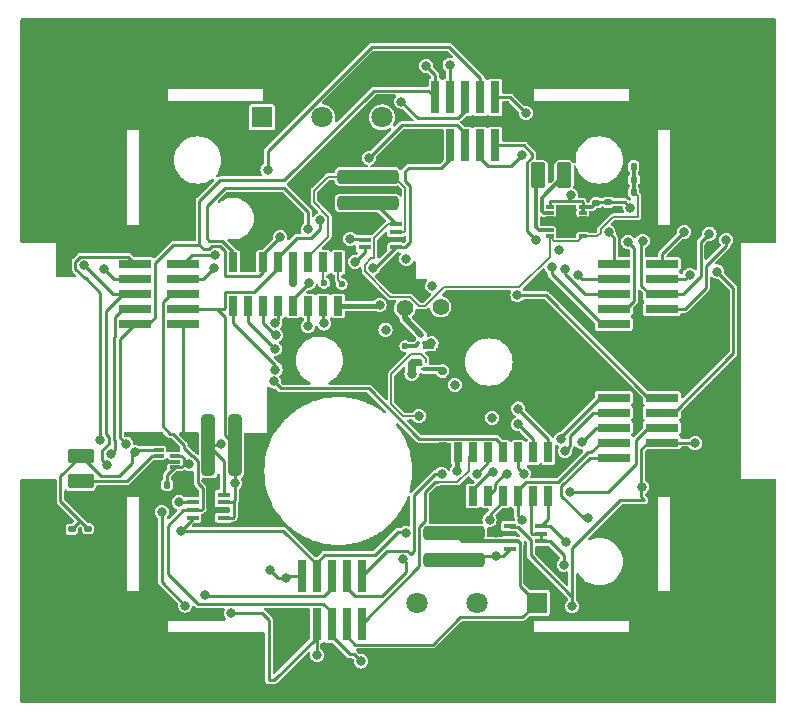
<source format=gbl>
G04 #@! TF.GenerationSoftware,KiCad,Pcbnew,7.0.2*
G04 #@! TF.CreationDate,2023-06-06T15:13:29-04:00*
G04 #@! TF.ProjectId,baseplate,62617365-706c-4617-9465-2e6b69636164,rev?*
G04 #@! TF.SameCoordinates,Original*
G04 #@! TF.FileFunction,Copper,L4,Bot*
G04 #@! TF.FilePolarity,Positive*
%FSLAX46Y46*%
G04 Gerber Fmt 4.6, Leading zero omitted, Abs format (unit mm)*
G04 Created by KiCad (PCBNEW 7.0.2) date 2023-06-06 15:13:29*
%MOMM*%
%LPD*%
G01*
G04 APERTURE LIST*
G04 Aperture macros list*
%AMRoundRect*
0 Rectangle with rounded corners*
0 $1 Rounding radius*
0 $2 $3 $4 $5 $6 $7 $8 $9 X,Y pos of 4 corners*
0 Add a 4 corners polygon primitive as box body*
4,1,4,$2,$3,$4,$5,$6,$7,$8,$9,$2,$3,0*
0 Add four circle primitives for the rounded corners*
1,1,$1+$1,$2,$3*
1,1,$1+$1,$4,$5*
1,1,$1+$1,$6,$7*
1,1,$1+$1,$8,$9*
0 Add four rect primitives between the rounded corners*
20,1,$1+$1,$2,$3,$4,$5,0*
20,1,$1+$1,$4,$5,$6,$7,0*
20,1,$1+$1,$6,$7,$8,$9,0*
20,1,$1+$1,$8,$9,$2,$3,0*%
G04 Aperture macros list end*
G04 #@! TA.AperFunction,ComponentPad*
%ADD10R,1.800000X1.800000*%
G04 #@! TD*
G04 #@! TA.AperFunction,ComponentPad*
%ADD11C,1.800000*%
G04 #@! TD*
G04 #@! TA.AperFunction,SMDPad,CuDef*
%ADD12R,0.736600X1.676400*%
G04 #@! TD*
G04 #@! TA.AperFunction,SMDPad,CuDef*
%ADD13RoundRect,0.140000X-0.170000X0.140000X-0.170000X-0.140000X0.170000X-0.140000X0.170000X0.140000X0*%
G04 #@! TD*
G04 #@! TA.AperFunction,SMDPad,CuDef*
%ADD14RoundRect,0.140000X-0.140000X-0.170000X0.140000X-0.170000X0.140000X0.170000X-0.140000X0.170000X0*%
G04 #@! TD*
G04 #@! TA.AperFunction,SMDPad,CuDef*
%ADD15RoundRect,0.250000X2.350000X-0.325000X2.350000X0.325000X-2.350000X0.325000X-2.350000X-0.325000X0*%
G04 #@! TD*
G04 #@! TA.AperFunction,SMDPad,CuDef*
%ADD16R,0.740000X2.790000*%
G04 #@! TD*
G04 #@! TA.AperFunction,SMDPad,CuDef*
%ADD17RoundRect,0.008100X0.421900X0.126900X-0.421900X0.126900X-0.421900X-0.126900X0.421900X-0.126900X0*%
G04 #@! TD*
G04 #@! TA.AperFunction,SMDPad,CuDef*
%ADD18R,0.650000X0.300000*%
G04 #@! TD*
G04 #@! TA.AperFunction,SMDPad,CuDef*
%ADD19R,1.750000X2.750000*%
G04 #@! TD*
G04 #@! TA.AperFunction,SMDPad,CuDef*
%ADD20RoundRect,0.140000X0.140000X0.170000X-0.140000X0.170000X-0.140000X-0.170000X0.140000X-0.170000X0*%
G04 #@! TD*
G04 #@! TA.AperFunction,SMDPad,CuDef*
%ADD21R,0.150000X0.250000*%
G04 #@! TD*
G04 #@! TA.AperFunction,SMDPad,CuDef*
%ADD22R,0.500000X0.250000*%
G04 #@! TD*
G04 #@! TA.AperFunction,SMDPad,CuDef*
%ADD23R,2.790000X0.740000*%
G04 #@! TD*
G04 #@! TA.AperFunction,SMDPad,CuDef*
%ADD24R,1.050000X0.450000*%
G04 #@! TD*
G04 #@! TA.AperFunction,SMDPad,CuDef*
%ADD25RoundRect,0.250000X0.850000X-0.375000X0.850000X0.375000X-0.850000X0.375000X-0.850000X-0.375000X0*%
G04 #@! TD*
G04 #@! TA.AperFunction,SMDPad,CuDef*
%ADD26RoundRect,0.250000X-0.325000X-2.350000X0.325000X-2.350000X0.325000X2.350000X-0.325000X2.350000X0*%
G04 #@! TD*
G04 #@! TA.AperFunction,ComponentPad*
%ADD27C,1.400000*%
G04 #@! TD*
G04 #@! TA.AperFunction,ComponentPad*
%ADD28O,1.400000X1.400000*%
G04 #@! TD*
G04 #@! TA.AperFunction,SMDPad,CuDef*
%ADD29RoundRect,0.250000X0.375000X0.850000X-0.375000X0.850000X-0.375000X-0.850000X0.375000X-0.850000X0*%
G04 #@! TD*
G04 #@! TA.AperFunction,ViaPad*
%ADD30C,0.800000*%
G04 #@! TD*
G04 #@! TA.AperFunction,ViaPad*
%ADD31C,0.600000*%
G04 #@! TD*
G04 #@! TA.AperFunction,Conductor*
%ADD32C,0.300000*%
G04 #@! TD*
G04 #@! TA.AperFunction,Conductor*
%ADD33C,0.250000*%
G04 #@! TD*
G04 #@! TA.AperFunction,Conductor*
%ADD34C,0.400000*%
G04 #@! TD*
G04 #@! TA.AperFunction,Conductor*
%ADD35C,0.200000*%
G04 #@! TD*
G04 #@! TA.AperFunction,Conductor*
%ADD36C,0.700000*%
G04 #@! TD*
G04 #@! TA.AperFunction,Conductor*
%ADD37C,0.150000*%
G04 #@! TD*
G04 #@! TA.AperFunction,Conductor*
%ADD38C,0.500000*%
G04 #@! TD*
G04 APERTURE END LIST*
D10*
X108700000Y-83480000D03*
D11*
X103620000Y-83480000D03*
X98540000Y-83480000D03*
D10*
X85450000Y-42390000D03*
D11*
X90530000Y-42390000D03*
X95610000Y-42390000D03*
D12*
X109670000Y-70758500D03*
X109670000Y-74441500D03*
X108400000Y-70758500D03*
X108400000Y-74441500D03*
X107130000Y-70758500D03*
X107130000Y-74441500D03*
X105860000Y-70758500D03*
X105860000Y-74441500D03*
X104590000Y-70758500D03*
X104590000Y-74441500D03*
X103320000Y-70758500D03*
X103320000Y-74441500D03*
X102050000Y-70758500D03*
X102050000Y-74441500D03*
X100780000Y-70758500D03*
X100780000Y-74441500D03*
D13*
X70730000Y-77200000D03*
X70730000Y-78160000D03*
D14*
X116910000Y-46550000D03*
X117870000Y-46550000D03*
D15*
X94400000Y-49650000D03*
X94400000Y-47400000D03*
D14*
X116940000Y-47650000D03*
X117900000Y-47650000D03*
D16*
X105200000Y-44770000D03*
X105200000Y-40700000D03*
X103930000Y-44770000D03*
X103930000Y-40700000D03*
X102660000Y-44770000D03*
X102660000Y-40700000D03*
X101390000Y-44770000D03*
X101390000Y-40700000D03*
X100120000Y-44770000D03*
X100120000Y-40700000D03*
D13*
X69330000Y-77260000D03*
X69330000Y-78220000D03*
D17*
X78060000Y-70530000D03*
X78060000Y-71030000D03*
X78060000Y-71530000D03*
X78060000Y-72030000D03*
X76690000Y-72030000D03*
X76690000Y-71530000D03*
X76690000Y-71030000D03*
X76690000Y-70530000D03*
D18*
X112600000Y-49950000D03*
X112600000Y-50450000D03*
X112600000Y-50950000D03*
X112600000Y-51450000D03*
X112600000Y-51950000D03*
X112600000Y-52450000D03*
X109800000Y-52450000D03*
X109800000Y-51950000D03*
X109800000Y-51450000D03*
X109800000Y-50950000D03*
X109800000Y-50450000D03*
X109800000Y-49950000D03*
D19*
X111200000Y-51200000D03*
D20*
X77400000Y-73490000D03*
X76440000Y-73490000D03*
D13*
X113730000Y-48640000D03*
X113730000Y-49600000D03*
D21*
X98765000Y-61464000D03*
X99119000Y-61464000D03*
D22*
X98945000Y-60813000D03*
D23*
X119300000Y-54800000D03*
X115230000Y-54800000D03*
X119300000Y-56070000D03*
X115230000Y-56070000D03*
X119300000Y-57340000D03*
X115230000Y-57340000D03*
X119300000Y-58610000D03*
X115230000Y-58610000D03*
X119300000Y-59880000D03*
X115230000Y-59880000D03*
X78770000Y-54800000D03*
X74700000Y-54800000D03*
X78770000Y-56070000D03*
X74700000Y-56070000D03*
X78770000Y-57340000D03*
X74700000Y-57340000D03*
X78770000Y-58610000D03*
X74700000Y-58610000D03*
X78770000Y-59880000D03*
X74700000Y-59880000D03*
D24*
X96800000Y-51450000D03*
X96800000Y-52100000D03*
X96800000Y-52750000D03*
X96800000Y-53400000D03*
X94150000Y-53400000D03*
X94150000Y-52750000D03*
X94150000Y-52100000D03*
X94150000Y-51450000D03*
D15*
X101710000Y-79845000D03*
X101710000Y-77595000D03*
D23*
X119300000Y-66120000D03*
X115230000Y-66120000D03*
X119300000Y-67390000D03*
X115230000Y-67390000D03*
X119300000Y-68660000D03*
X115230000Y-68660000D03*
X119300000Y-69930000D03*
X115230000Y-69930000D03*
X119300000Y-71200000D03*
X115230000Y-71200000D03*
D25*
X70100000Y-73215000D03*
X70100000Y-71065000D03*
D24*
X82225000Y-74325000D03*
X82225000Y-74975000D03*
X82225000Y-75625000D03*
X82225000Y-76275000D03*
X79575000Y-76275000D03*
X79575000Y-75625000D03*
X79575000Y-74975000D03*
X79575000Y-74325000D03*
X109065000Y-78945000D03*
X109065000Y-78295000D03*
X109065000Y-77645000D03*
X109065000Y-76995000D03*
X106415000Y-76995000D03*
X106415000Y-77645000D03*
X106415000Y-78295000D03*
X106415000Y-78945000D03*
D26*
X80900000Y-70150000D03*
X83150000Y-70150000D03*
D16*
X93880000Y-85300000D03*
X93880000Y-81230000D03*
X92610000Y-85300000D03*
X92610000Y-81230000D03*
X91340000Y-85300000D03*
X91340000Y-81230000D03*
X90070000Y-85300000D03*
X90070000Y-81230000D03*
X88800000Y-85300000D03*
X88800000Y-81230000D03*
D27*
X97540000Y-58570000D03*
D28*
X97540000Y-66190000D03*
D29*
X111000000Y-47300000D03*
X108850000Y-47300000D03*
D27*
X100580000Y-58430000D03*
D28*
X100580000Y-66050000D03*
D14*
X116920000Y-48700000D03*
X117880000Y-48700000D03*
D13*
X114770000Y-48610000D03*
X114770000Y-49570000D03*
D12*
X91895000Y-54658500D03*
X91895000Y-58341500D03*
X90625000Y-54658500D03*
X90625000Y-58341500D03*
X89355000Y-54658500D03*
X89355000Y-58341500D03*
X88085000Y-54658500D03*
X88085000Y-58341500D03*
X86815000Y-54658500D03*
X86815000Y-58341500D03*
X85545000Y-54658500D03*
X85545000Y-58341500D03*
X84275000Y-54658500D03*
X84275000Y-58341500D03*
X83005000Y-54658500D03*
X83005000Y-58341500D03*
D21*
X99309000Y-63081000D03*
X98955000Y-63081000D03*
D22*
X99129000Y-63732000D03*
D30*
X67040000Y-45250000D03*
X93800000Y-90600000D03*
D31*
X89210000Y-36110000D03*
D30*
X93534649Y-40484649D03*
X95627700Y-53547700D03*
D31*
X70470000Y-35820000D03*
D30*
X90514500Y-48950000D03*
X89300000Y-47500000D03*
X105249977Y-77545500D03*
D31*
X66830000Y-39810000D03*
D30*
X84160000Y-46600000D03*
D31*
X109820000Y-44280000D03*
D30*
X126810000Y-89830000D03*
D31*
X95300000Y-38100000D03*
X113030000Y-43050000D03*
D30*
X78900353Y-73539647D03*
X84300000Y-89110000D03*
X120720000Y-62220000D03*
X81010000Y-76290000D03*
X78350000Y-42870000D03*
X101270000Y-75790000D03*
D31*
X114610000Y-36200000D03*
D30*
X117600000Y-76500000D03*
X112640000Y-89450000D03*
X77740000Y-37120000D03*
D31*
X70910000Y-86960000D03*
D30*
X109887299Y-80142701D03*
X117490000Y-82140000D03*
D31*
X101000000Y-87600000D03*
X100720000Y-37060000D03*
X102200000Y-57530000D03*
D30*
X99010000Y-70530000D03*
D31*
X120840000Y-89800000D03*
X97040000Y-44570000D03*
D30*
X94010000Y-44060000D03*
D31*
X96590000Y-89400000D03*
D30*
X87140000Y-87630000D03*
X81500000Y-90390000D03*
D31*
X118100000Y-49900000D03*
D30*
X84730000Y-49440000D03*
D31*
X77080000Y-49080000D03*
D30*
X123570000Y-60020000D03*
D31*
X68630000Y-50340000D03*
X82010000Y-36380000D03*
X106920000Y-89340000D03*
X117350000Y-43100000D03*
D30*
X109390000Y-72530000D03*
X90700000Y-46000000D03*
D31*
X119530000Y-38850000D03*
X67170000Y-73870000D03*
D30*
X124560000Y-76220000D03*
D31*
X115340000Y-42720000D03*
X107200000Y-37340000D03*
D30*
X76240000Y-48310000D03*
X126190000Y-49490000D03*
X124500000Y-80700000D03*
X94050000Y-64200000D03*
X121260000Y-73350000D03*
D31*
X126830000Y-44370000D03*
D30*
X113650000Y-51340000D03*
D31*
X105710000Y-42710000D03*
D30*
X105050000Y-66090000D03*
D31*
X70480000Y-47730000D03*
D30*
X117990000Y-62760000D03*
X75380000Y-90320000D03*
X77630000Y-69934500D03*
D31*
X70570000Y-79480000D03*
D30*
X90200000Y-90600000D03*
X75920000Y-72840000D03*
X103510000Y-67020000D03*
D31*
X67510000Y-82220000D03*
D30*
X99070000Y-57300000D03*
X79530000Y-69940000D03*
D31*
X116490000Y-88780000D03*
X71310000Y-53120000D03*
X115700000Y-48000000D03*
D30*
X107450000Y-45610000D03*
X95405000Y-58285000D03*
X101981116Y-72325500D03*
X81370000Y-55170000D03*
X121660000Y-55710498D03*
X79275500Y-71760000D03*
X123990000Y-55440000D03*
X98117719Y-64092191D03*
X116625500Y-50030000D03*
X99790500Y-61506612D03*
X111582771Y-48973700D03*
D31*
X92200000Y-56500000D03*
X97580000Y-61750000D03*
X90700000Y-56400000D03*
D30*
X98720000Y-67670000D03*
X99360000Y-38030000D03*
X73940000Y-70010000D03*
X113030000Y-76330000D03*
X86110000Y-80720000D03*
X101778667Y-65039381D03*
X86990000Y-52534500D03*
X87490000Y-81410000D03*
X105230000Y-79510000D03*
X109980000Y-55100000D03*
X107140000Y-67050000D03*
X107780000Y-42020000D03*
X110560000Y-53620000D03*
X81975500Y-70030000D03*
X74695000Y-70735000D03*
X70380000Y-54900000D03*
X78950000Y-83720000D03*
X80620000Y-82855500D03*
X90710000Y-59830000D03*
X76967700Y-75807700D03*
X112510000Y-69880000D03*
X72359937Y-71820193D03*
X97250000Y-41050000D03*
X111130000Y-55190000D03*
X117680000Y-52840000D03*
X92929500Y-52678256D03*
X110995500Y-80260000D03*
X93850000Y-88450000D03*
X94520000Y-45810000D03*
X123330000Y-52230000D03*
X78420000Y-74960000D03*
X101340000Y-37960000D03*
X72670000Y-70870000D03*
X93350000Y-54600000D03*
X116439643Y-52920357D03*
X78560000Y-77370000D03*
X97610500Y-77580000D03*
X111171206Y-78364196D03*
X86520000Y-62000000D03*
X112190000Y-55710498D03*
X95910000Y-60360000D03*
X104980000Y-72420000D03*
X114790000Y-52130000D03*
X106210000Y-72600000D03*
X121190000Y-52080000D03*
X90390000Y-51070000D03*
X83150000Y-73380000D03*
X111720000Y-83770000D03*
X94836435Y-55147141D03*
X90130000Y-87920000D03*
X124750000Y-52760000D03*
X82840000Y-84390000D03*
X117599500Y-73680000D03*
X122140000Y-69980000D03*
X97427211Y-79798105D03*
X86620500Y-60840000D03*
X71740000Y-69730000D03*
X107620000Y-72550000D03*
X81510000Y-54020000D03*
X86449502Y-64750000D03*
X85920000Y-46830000D03*
X89420000Y-56430000D03*
X107140000Y-68360000D03*
X108690000Y-52760000D03*
X107446674Y-76449557D03*
X104940000Y-67820000D03*
X99854791Y-56681042D03*
X97676740Y-54356740D03*
X104717018Y-76477581D03*
X111533805Y-74133805D03*
D31*
X88100000Y-56400000D03*
D30*
X72070000Y-55190000D03*
X86563602Y-59820000D03*
X111089192Y-70655550D03*
X89340000Y-60070000D03*
X89340000Y-51850000D03*
X107080000Y-57440000D03*
X86590000Y-63740000D03*
X110780000Y-69609502D03*
X103620000Y-72570000D03*
X100652306Y-72603800D03*
D31*
X100740000Y-63860000D03*
D32*
X95000000Y-49650000D02*
X96800000Y-51450000D01*
X94400000Y-49650000D02*
X95000000Y-49650000D01*
X116940000Y-47650000D02*
X116940000Y-46580000D01*
X116940000Y-46580000D02*
X116910000Y-46550000D01*
X116940000Y-48680000D02*
X116920000Y-48700000D01*
X116940000Y-47650000D02*
X116940000Y-48680000D01*
X112600000Y-50450000D02*
X112600000Y-49950000D01*
X113380000Y-49950000D02*
X113730000Y-49600000D01*
X112600000Y-49950000D02*
X113380000Y-49950000D01*
X98479000Y-61750000D02*
X98694000Y-61535000D01*
X98694000Y-61535000D02*
X98694000Y-61464000D01*
X97580000Y-61750000D02*
X98479000Y-61750000D01*
X100612000Y-63732000D02*
X100740000Y-63860000D01*
X99129000Y-63732000D02*
X100612000Y-63732000D01*
X107165000Y-78295000D02*
X107265000Y-78395000D01*
X106415000Y-78295000D02*
X107165000Y-78295000D01*
X102410000Y-78295000D02*
X106415000Y-78295000D01*
X101710000Y-77595000D02*
X102410000Y-78295000D01*
D33*
X105349477Y-77645000D02*
X105249977Y-77545500D01*
X106415000Y-77645000D02*
X105349477Y-77645000D01*
D34*
X101981116Y-70827384D02*
X102050000Y-70758500D01*
X101981116Y-72325500D02*
X101981116Y-70827384D01*
X95348500Y-58341500D02*
X95405000Y-58285000D01*
X91895000Y-58341500D02*
X95348500Y-58341500D01*
D33*
X112600000Y-51450000D02*
X111450000Y-51450000D01*
X109800000Y-50950000D02*
X110950000Y-50950000D01*
X81450000Y-75625000D02*
X81010000Y-76065000D01*
X119300000Y-71200000D02*
X119300000Y-71390000D01*
X112600000Y-50950000D02*
X111450000Y-50950000D01*
D35*
X110426900Y-50950000D02*
X110676900Y-51200000D01*
D33*
X109887299Y-79767299D02*
X109065000Y-78945000D01*
X77370000Y-71530000D02*
X77190000Y-71530000D01*
X95627700Y-53147300D02*
X95627700Y-53547700D01*
D35*
X109800000Y-51450000D02*
X110426900Y-51450000D01*
D33*
X78060000Y-70530000D02*
X78060000Y-70364500D01*
X78770000Y-69180000D02*
X78770000Y-59880000D01*
D35*
X115700000Y-48000000D02*
X115380000Y-48000000D01*
D33*
X90363164Y-49101337D02*
X92711827Y-51450000D01*
X119300000Y-71390000D02*
X121260000Y-73350000D01*
D35*
X111200000Y-51200000D02*
X111723100Y-51200000D01*
D33*
X78060000Y-70364500D02*
X77630000Y-69934500D01*
X79575000Y-74214294D02*
X78900353Y-73539647D01*
X117870000Y-47620000D02*
X117900000Y-47650000D01*
X78060000Y-71530000D02*
X77370000Y-71530000D01*
X111450000Y-50950000D02*
X111200000Y-51200000D01*
X76690000Y-72030000D02*
X76690000Y-71530000D01*
X113650000Y-51340000D02*
X112710000Y-51340000D01*
D35*
X110426900Y-51158100D02*
X110426900Y-51450000D01*
D33*
X96800000Y-52750000D02*
X96025000Y-52750000D01*
X112710000Y-51340000D02*
X112600000Y-51450000D01*
X79530000Y-69940000D02*
X78770000Y-69180000D01*
X94150000Y-51450000D02*
X94150000Y-52100000D01*
X77630000Y-69934500D02*
X76944500Y-69934500D01*
X79575000Y-74325000D02*
X79575000Y-74214294D01*
D35*
X110676900Y-51200000D02*
X111200000Y-51200000D01*
D33*
X75920000Y-72800000D02*
X76690000Y-72030000D01*
X82225000Y-75625000D02*
X81450000Y-75625000D01*
X110950000Y-50950000D02*
X111200000Y-51200000D01*
X75920000Y-72840000D02*
X75920000Y-72800000D01*
X90514500Y-48950000D02*
X90363164Y-49101337D01*
X109887299Y-80142701D02*
X109887299Y-79767299D01*
X81010000Y-76065000D02*
X81010000Y-76290000D01*
D35*
X111723100Y-51200000D02*
X111973100Y-51450000D01*
D33*
X77190000Y-71530000D02*
X76690000Y-72030000D01*
X111450000Y-51450000D02*
X111200000Y-51200000D01*
D35*
X111973100Y-51950000D02*
X111973100Y-51605500D01*
D33*
X113760000Y-48610000D02*
X113730000Y-48640000D01*
X96025000Y-52750000D02*
X95627700Y-53147300D01*
X77370000Y-71530000D02*
X76690000Y-71530000D01*
D35*
X111973100Y-51294500D02*
X111973100Y-50950000D01*
X115380000Y-48000000D02*
X114770000Y-48610000D01*
X84275000Y-54088400D02*
X84275000Y-54658500D01*
D33*
X76944500Y-69934500D02*
X76660000Y-69650000D01*
D35*
X112600000Y-51950000D02*
X111973100Y-51950000D01*
D33*
X92711827Y-51450000D02*
X94150000Y-51450000D01*
X114770000Y-48610000D02*
X113760000Y-48610000D01*
D36*
X98117719Y-64092191D02*
X98117719Y-63302281D01*
D33*
X92610000Y-86325000D02*
X93305000Y-87020000D01*
X104625000Y-46490000D02*
X103930000Y-45795000D01*
X78770000Y-56070000D02*
X80470000Y-56070000D01*
X78060000Y-72030000D02*
X78579875Y-72030000D01*
X77400000Y-72690000D02*
X78060000Y-72030000D01*
X111410000Y-49500000D02*
X111410000Y-49146471D01*
X106570000Y-46490000D02*
X107450000Y-45610000D01*
X112600000Y-49550000D02*
X112600000Y-49950000D01*
X104625000Y-46490000D02*
X106570000Y-46490000D01*
X78815000Y-71265125D02*
X78579875Y-71030000D01*
X78579875Y-71030000D02*
X78060000Y-71030000D01*
X109850000Y-49500000D02*
X111410000Y-49500000D01*
X107450000Y-84730000D02*
X108700000Y-83480000D01*
X99900000Y-87020000D02*
X102190000Y-84730000D01*
X111410000Y-49500000D02*
X112550000Y-49500000D01*
X79240625Y-71794875D02*
X79275500Y-71760000D01*
X120325000Y-67390000D02*
X119300000Y-67390000D01*
X93305000Y-87020000D02*
X99900000Y-87020000D01*
X78815000Y-71794875D02*
X78815000Y-71265125D01*
X113760000Y-49570000D02*
X113730000Y-49600000D01*
X103930000Y-45795000D02*
X103930000Y-44770000D01*
X121660000Y-55710498D02*
X121300498Y-56070000D01*
X102190000Y-84730000D02*
X107450000Y-84730000D01*
X109800000Y-49550000D02*
X109850000Y-49500000D01*
X112550000Y-49500000D02*
X112600000Y-49550000D01*
X119300000Y-56070000D02*
X121300498Y-56070000D01*
X114770000Y-49570000D02*
X113760000Y-49570000D01*
X125370000Y-56820000D02*
X125370000Y-62345000D01*
X91895000Y-58341500D02*
X92036500Y-58200000D01*
X123990000Y-55440000D02*
X125370000Y-56820000D01*
X108700000Y-83480000D02*
X107265000Y-82045000D01*
X111410000Y-49146471D02*
X111582771Y-48973700D01*
X109800000Y-49950000D02*
X109800000Y-49550000D01*
X77400000Y-73490000D02*
X77400000Y-72690000D01*
X125370000Y-62345000D02*
X120325000Y-67390000D01*
X107265000Y-82045000D02*
X107265000Y-78395000D01*
D36*
X98117719Y-63302281D02*
X98240000Y-63180000D01*
D33*
X80470000Y-56070000D02*
X81370000Y-55170000D01*
X92610000Y-85300000D02*
X92610000Y-86325000D01*
X114770000Y-49570000D02*
X116165500Y-49570000D01*
X78579875Y-72030000D02*
X78815000Y-71794875D01*
X102050000Y-72256616D02*
X101981116Y-72325500D01*
X116165500Y-49570000D02*
X116625500Y-50030000D01*
X95320000Y-58200000D02*
X95405000Y-58285000D01*
X78815000Y-71794875D02*
X79240625Y-71794875D01*
D37*
X91895000Y-56195000D02*
X91895000Y-54658500D01*
X92200000Y-56500000D02*
X91895000Y-56195000D01*
X90625000Y-54658500D02*
X90625000Y-56325000D01*
X98953000Y-62450000D02*
X98059100Y-62450000D01*
X99309000Y-62806000D02*
X98953000Y-62450000D01*
X96380000Y-64129100D02*
X96380000Y-66650000D01*
X97405500Y-67675500D02*
X98714500Y-67675500D01*
X96380000Y-66650000D02*
X97405500Y-67675500D01*
X90625000Y-56325000D02*
X90700000Y-56400000D01*
X99309000Y-63081000D02*
X99309000Y-62806000D01*
X98059100Y-62450000D02*
X96380000Y-64129100D01*
D33*
X80150000Y-53210000D02*
X80510000Y-53570000D01*
X100120000Y-38790000D02*
X100120000Y-40700000D01*
X75845000Y-59880000D02*
X76420000Y-59305000D01*
X86990000Y-52534500D02*
X85545000Y-53979500D01*
X112704695Y-76330000D02*
X110808805Y-74434110D01*
X102045000Y-79510000D02*
X101710000Y-79845000D01*
X113030000Y-76330000D02*
X112704695Y-76330000D01*
X100120000Y-40700000D02*
X99540000Y-40120000D01*
X86800000Y-81410000D02*
X86110000Y-80720000D01*
X106415000Y-78945000D02*
X105850000Y-79510000D01*
X80150000Y-49460000D02*
X80150000Y-53210000D01*
X76420000Y-59305000D02*
X76420000Y-54735000D01*
X81890000Y-47720000D02*
X80150000Y-49460000D01*
X99360000Y-38030000D02*
X100120000Y-38790000D01*
X87670000Y-81230000D02*
X87490000Y-81410000D01*
X73940000Y-70010000D02*
X73410000Y-69480000D01*
X110808805Y-74434110D02*
X110808805Y-73591195D01*
X85545000Y-53979500D02*
X85545000Y-54658500D01*
X80934695Y-53570000D02*
X81209695Y-53295000D01*
X73410000Y-61170000D02*
X74700000Y-59880000D01*
X88800000Y-81230000D02*
X87670000Y-81230000D01*
X82311700Y-55821700D02*
X85198300Y-55821700D01*
X99540000Y-40120000D02*
X94923897Y-40120000D01*
X77945000Y-53210000D02*
X80150000Y-53210000D01*
X113200000Y-71200000D02*
X115230000Y-71200000D01*
X80510000Y-53570000D02*
X80934695Y-53570000D01*
X73410000Y-69480000D02*
X73410000Y-61170000D01*
X94923897Y-40120000D02*
X87323897Y-47720000D01*
X115230000Y-59880000D02*
X114205000Y-59880000D01*
X85545000Y-55475000D02*
X85545000Y-54658500D01*
X87490000Y-81410000D02*
X86800000Y-81410000D01*
X82311700Y-53730000D02*
X82311700Y-55821700D01*
X76420000Y-54735000D02*
X77945000Y-53210000D01*
X110808805Y-73591195D02*
X113200000Y-71200000D01*
X81876700Y-53295000D02*
X82311700Y-53730000D01*
X109980000Y-55655000D02*
X109980000Y-55100000D01*
X81209695Y-53295000D02*
X81876700Y-53295000D01*
X85198300Y-55821700D02*
X85545000Y-55475000D01*
X74700000Y-59880000D02*
X75845000Y-59880000D01*
X87323897Y-47720000D02*
X81890000Y-47720000D01*
X114205000Y-59880000D02*
X109980000Y-55655000D01*
X105850000Y-79510000D02*
X102045000Y-79510000D01*
X106460000Y-40700000D02*
X105200000Y-40700000D01*
X107780000Y-42020000D02*
X106460000Y-40700000D01*
X109670000Y-69580000D02*
X107140000Y-67050000D01*
X109670000Y-70758500D02*
X109670000Y-69580000D01*
X74649214Y-70735000D02*
X74695000Y-70735000D01*
X73335000Y-72765000D02*
X71800000Y-72765000D01*
X70730000Y-77200000D02*
X68390000Y-74860000D01*
X82225000Y-71475000D02*
X80900000Y-70150000D01*
X74445305Y-70531091D02*
X74445305Y-71654695D01*
X74445305Y-70531091D02*
X74649214Y-70735000D01*
X76690000Y-70530000D02*
X74445305Y-70530000D01*
X68390000Y-72775000D02*
X70100000Y-71065000D01*
X68390000Y-74860000D02*
X68390000Y-72775000D01*
X80900000Y-70150000D02*
X81855500Y-70150000D01*
X74445305Y-71654695D02*
X73335000Y-72765000D01*
X70730000Y-77200000D02*
X70160000Y-76630000D01*
X71800000Y-72765000D02*
X70100000Y-71065000D01*
X82225000Y-74325000D02*
X82225000Y-71475000D01*
X74445305Y-70530000D02*
X74445305Y-70531091D01*
X69960000Y-76630000D02*
X70160000Y-76630000D01*
X69330000Y-77260000D02*
X69960000Y-76630000D01*
X81855500Y-70150000D02*
X81975500Y-70030000D01*
D37*
X117300000Y-50800000D02*
X117300000Y-49080000D01*
X94950000Y-52625000D02*
X96125000Y-51450000D01*
X114115000Y-52185000D02*
X114115000Y-51850405D01*
X114115000Y-51850405D02*
X115165405Y-50800000D01*
X98708859Y-58360000D02*
X99271141Y-58360000D01*
X96330404Y-57595000D02*
X97943859Y-57595000D01*
X115165405Y-50800000D02*
X117300000Y-50800000D01*
X116920000Y-47670000D02*
X116940000Y-47650000D01*
X94161435Y-54867546D02*
X94161435Y-55426031D01*
X97943859Y-57595000D02*
X98708859Y-58360000D01*
X94950000Y-54330000D02*
X94950000Y-52625000D01*
X94161435Y-55426031D02*
X96330404Y-57595000D01*
D33*
X116910000Y-47620000D02*
X116940000Y-47650000D01*
D37*
X107249314Y-56765000D02*
X109800000Y-54214314D01*
X109800000Y-54214314D02*
X109800000Y-52450000D01*
X96125000Y-51450000D02*
X96800000Y-51450000D01*
X112600000Y-52450000D02*
X113850000Y-52450000D01*
X94698981Y-54330000D02*
X94161435Y-54867546D01*
X117300000Y-49080000D02*
X116920000Y-48700000D01*
X94950000Y-54330000D02*
X94698981Y-54330000D01*
X110200000Y-52850000D02*
X109800000Y-52450000D01*
X113850000Y-52450000D02*
X114115000Y-52185000D01*
X99271141Y-58360000D02*
X100866141Y-56765000D01*
X112200000Y-52850000D02*
X110200000Y-52850000D01*
X100866141Y-56765000D02*
X107249314Y-56765000D01*
X112600000Y-52450000D02*
X112200000Y-52850000D01*
D33*
X112794197Y-57340000D02*
X111130000Y-55675803D01*
X76967700Y-75807700D02*
X76967700Y-81737700D01*
X80620000Y-82855500D02*
X80714500Y-82950000D01*
X73675000Y-57340000D02*
X72240000Y-58775000D01*
X72240000Y-58775000D02*
X72240000Y-69204695D01*
X113730000Y-68660000D02*
X112510000Y-69880000D01*
X76967700Y-81737700D02*
X78950000Y-83720000D01*
X90625000Y-59745000D02*
X90710000Y-59830000D01*
X90665000Y-82950000D02*
X91340000Y-82275000D01*
X70380000Y-54900000D02*
X72820000Y-57340000D01*
X91340000Y-82275000D02*
X91340000Y-81230000D01*
X102055000Y-42450000D02*
X98650000Y-42450000D01*
X71945000Y-70550305D02*
X71945000Y-71405256D01*
X115230000Y-57340000D02*
X112794197Y-57340000D01*
X74700000Y-57340000D02*
X73675000Y-57340000D01*
X72465000Y-70030305D02*
X71945000Y-70550305D01*
X80714500Y-82950000D02*
X90665000Y-82950000D01*
X102660000Y-40700000D02*
X102660000Y-41845000D01*
X72465000Y-69429695D02*
X72465000Y-70030305D01*
X90625000Y-58341500D02*
X90625000Y-59745000D01*
X72240000Y-69204695D02*
X72465000Y-69429695D01*
X102660000Y-41845000D02*
X102055000Y-42450000D01*
X98650000Y-42450000D02*
X97250000Y-41050000D01*
X115230000Y-68660000D02*
X113730000Y-68660000D01*
X71945000Y-71405256D02*
X72359937Y-71820193D01*
X72820000Y-57340000D02*
X74700000Y-57340000D01*
X111130000Y-55675803D02*
X111130000Y-55190000D01*
X102660000Y-43745000D02*
X101965000Y-43050000D01*
X122590000Y-55805803D02*
X122590000Y-52970000D01*
X117580000Y-52940000D02*
X117680000Y-52840000D01*
X101965000Y-43050000D02*
X97280000Y-43050000D01*
X79505000Y-71035000D02*
X79575805Y-71035000D01*
X80425000Y-75525000D02*
X80325000Y-75625000D01*
X80010000Y-83580000D02*
X90645000Y-83580000D01*
X77930305Y-69209500D02*
X78815000Y-70094195D01*
X108215000Y-77570000D02*
X108290000Y-77645000D01*
X117580000Y-56645000D02*
X117580000Y-52940000D01*
X108215000Y-74626500D02*
X108215000Y-77570000D01*
X109070000Y-77545000D02*
X109065000Y-77550000D01*
X78800000Y-75625000D02*
X77470000Y-76955000D01*
X80425000Y-73775000D02*
X80425000Y-75525000D01*
X80325000Y-75625000D02*
X79575000Y-75625000D01*
X80000000Y-73350000D02*
X80425000Y-73775000D01*
X97280000Y-43050000D02*
X94520000Y-45810000D01*
X78770000Y-57340000D02*
X77745000Y-57340000D01*
X109065000Y-77550000D02*
X109065000Y-78295000D01*
X109065000Y-77645000D02*
X109070000Y-77640000D01*
X110995500Y-79450500D02*
X110995500Y-80260000D01*
X119300000Y-57340000D02*
X118275000Y-57340000D01*
X119300000Y-57340000D02*
X121055803Y-57340000D01*
X78815000Y-70094195D02*
X78815000Y-70345000D01*
X77470000Y-76955000D02*
X77470000Y-81040000D01*
X91340000Y-84275000D02*
X91340000Y-85300000D01*
X79575805Y-71035000D02*
X80000000Y-71459195D01*
X109065000Y-78295000D02*
X109840000Y-78295000D01*
X80000000Y-71459195D02*
X80000000Y-73350000D01*
X94078256Y-52678256D02*
X94150000Y-52750000D01*
X121055803Y-57340000D02*
X122590000Y-55805803D01*
X118275000Y-57340000D02*
X117580000Y-56645000D01*
X77679500Y-69209500D02*
X77930305Y-69209500D01*
X91340000Y-86325000D02*
X92875000Y-87860000D01*
X90645000Y-83580000D02*
X91340000Y-84275000D01*
X77745000Y-57340000D02*
X77030000Y-58055000D01*
X108290000Y-77645000D02*
X109065000Y-77645000D01*
X77030000Y-68560000D02*
X77679500Y-69209500D01*
X92875000Y-87860000D02*
X93260000Y-87860000D01*
X92929500Y-52678256D02*
X94078256Y-52678256D01*
X91340000Y-85300000D02*
X91340000Y-86325000D01*
X78815000Y-70345000D02*
X79505000Y-71035000D01*
X108400000Y-74441500D02*
X108215000Y-74626500D01*
X93260000Y-87860000D02*
X93850000Y-88450000D01*
X77030000Y-58055000D02*
X77030000Y-68560000D01*
X109070000Y-77640000D02*
X109070000Y-77545000D01*
X77470000Y-81040000D02*
X80010000Y-83580000D01*
X79575000Y-75625000D02*
X78800000Y-75625000D01*
X102660000Y-44770000D02*
X102660000Y-43745000D01*
X122590000Y-52970000D02*
X123330000Y-52230000D01*
X109840000Y-78295000D02*
X110995500Y-79450500D01*
X116950000Y-57915000D02*
X116950000Y-53430714D01*
X73675000Y-58610000D02*
X72980000Y-59305000D01*
X72960000Y-69666396D02*
X72980000Y-69686396D01*
X109065000Y-76995000D02*
X109670000Y-76390000D01*
X90070000Y-80205000D02*
X90070000Y-81230000D01*
X97527302Y-77496802D02*
X97610500Y-77580000D01*
X109670000Y-76390000D02*
X109670000Y-74441500D01*
X94150000Y-53400000D02*
X94150000Y-53800000D01*
X95053604Y-79420000D02*
X96976802Y-77496802D01*
X101340000Y-37960000D02*
X101390000Y-38010000D01*
X79560000Y-74960000D02*
X79575000Y-74975000D01*
X115230000Y-58610000D02*
X116255000Y-58610000D01*
X109802010Y-76995000D02*
X109065000Y-76995000D01*
X72980000Y-70560000D02*
X72670000Y-70870000D01*
X96976802Y-77496802D02*
X97527302Y-77496802D01*
X74700000Y-58610000D02*
X73675000Y-58610000D01*
X72980000Y-60963604D02*
X72960000Y-60983604D01*
X72980000Y-69686396D02*
X72980000Y-70560000D01*
X94150000Y-53800000D02*
X93350000Y-54600000D01*
X78420000Y-74960000D02*
X79560000Y-74960000D01*
X72980000Y-59305000D02*
X72980000Y-60963604D01*
X101390000Y-38010000D02*
X101390000Y-40700000D01*
X116950000Y-53430714D02*
X116439643Y-52920357D01*
X87255000Y-77390000D02*
X90070000Y-80205000D01*
X111171206Y-78364196D02*
X109802010Y-76995000D01*
X79575000Y-76355000D02*
X79575000Y-76275000D01*
X72960000Y-60983604D02*
X72960000Y-69666396D01*
X78560000Y-77370000D02*
X79575000Y-76355000D01*
X90070000Y-80085000D02*
X90735000Y-79420000D01*
X116255000Y-58610000D02*
X116950000Y-57915000D01*
X78580000Y-77390000D02*
X87255000Y-77390000D01*
X90735000Y-79420000D02*
X95053604Y-79420000D01*
X78560000Y-77370000D02*
X78580000Y-77390000D01*
X90070000Y-81230000D02*
X90070000Y-80085000D01*
X84275000Y-58341500D02*
X84275000Y-59755000D01*
X84275000Y-59755000D02*
X86520000Y-62000000D01*
X115230000Y-56070000D02*
X112549502Y-56070000D01*
X112549502Y-56070000D02*
X112190000Y-55710498D01*
X104795305Y-72420000D02*
X103320000Y-73895305D01*
X103320000Y-73895305D02*
X103320000Y-74441500D01*
X104980000Y-72420000D02*
X104795305Y-72420000D01*
X115230000Y-54800000D02*
X115230000Y-52570000D01*
X115230000Y-52570000D02*
X114790000Y-52130000D01*
X119300000Y-53970000D02*
X121190000Y-52080000D01*
X105981700Y-72600000D02*
X106210000Y-72600000D01*
X104590000Y-74441500D02*
X105166700Y-73864800D01*
X105166700Y-73415000D02*
X105981700Y-72600000D01*
X105166700Y-73864800D02*
X105166700Y-73415000D01*
X119300000Y-54800000D02*
X119300000Y-53970000D01*
X107103604Y-77095000D02*
X106515000Y-77095000D01*
X100615000Y-46690000D02*
X101390000Y-45915000D01*
X83000000Y-74975000D02*
X83150000Y-74825000D01*
X122140000Y-69980000D02*
X122090000Y-69930000D01*
X124750000Y-52760000D02*
X124750000Y-53260000D01*
X122090000Y-69930000D02*
X119300000Y-69930000D01*
X82311700Y-59301700D02*
X82311700Y-69311700D01*
X86815000Y-54188600D02*
X88428600Y-52575000D01*
X98000000Y-48209314D02*
X97600000Y-47809314D01*
X111720000Y-83770000D02*
X111720000Y-83000000D01*
X101390000Y-45915000D02*
X101390000Y-44770000D01*
X111720000Y-83770000D02*
X111720000Y-78840000D01*
X82311700Y-57178300D02*
X82311700Y-58568300D01*
X90070000Y-86445000D02*
X86455000Y-90060000D01*
X97600000Y-47809314D02*
X97600000Y-46960000D01*
X119300000Y-58610000D02*
X121230000Y-58610000D01*
X86040000Y-90060000D02*
X86040000Y-84970000D01*
X81620000Y-58610000D02*
X82311700Y-59301700D01*
X115750000Y-74810000D02*
X117820000Y-74810000D01*
X108200000Y-79480000D02*
X108200000Y-78191396D01*
X82270000Y-58610000D02*
X78770000Y-58610000D01*
X117580000Y-70450000D02*
X118100000Y-69930000D01*
X82225000Y-76275000D02*
X83000000Y-76275000D01*
X123040000Y-54970000D02*
X123480000Y-54530000D01*
X111720000Y-83000000D02*
X108200000Y-79480000D01*
X90070000Y-87860000D02*
X90130000Y-87920000D01*
X97575000Y-53400000D02*
X98000000Y-52975000D01*
X83150000Y-74825000D02*
X83150000Y-73380000D01*
X82225000Y-74975000D02*
X83000000Y-74975000D01*
X94836435Y-55147141D02*
X95052859Y-55147141D01*
X111720000Y-78840000D02*
X115750000Y-74810000D01*
X98000000Y-52975000D02*
X98000000Y-48209314D01*
X85460000Y-84390000D02*
X82840000Y-84390000D01*
X90070000Y-85300000D02*
X90070000Y-87860000D01*
X86455000Y-90060000D02*
X86040000Y-90060000D01*
X90070000Y-85300000D02*
X90070000Y-86445000D01*
X95052859Y-55147141D02*
X96800000Y-53400000D01*
X83075000Y-76200000D02*
X83075000Y-75050000D01*
X108200000Y-78191396D02*
X107103604Y-77095000D01*
X78770000Y-58610000D02*
X81620000Y-58610000D01*
X124750000Y-53260000D02*
X123370000Y-54640000D01*
X86815000Y-54658500D02*
X86815000Y-54188600D01*
X86815000Y-54658500D02*
X86815000Y-55128400D01*
X89640305Y-52575000D02*
X90390000Y-51825305D01*
X86815000Y-55128400D02*
X84765100Y-57178300D01*
X84765100Y-57178300D02*
X82311700Y-57178300D01*
X117820000Y-74810000D02*
X117580000Y-74570000D01*
X96800000Y-53400000D02*
X97575000Y-53400000D01*
X121230000Y-58610000D02*
X123040000Y-56800000D01*
X83000000Y-76275000D02*
X83075000Y-76200000D01*
X90390000Y-51825305D02*
X90390000Y-51070000D01*
X83075000Y-75050000D02*
X83000000Y-74975000D01*
X82311700Y-58568300D02*
X82270000Y-58610000D01*
X106515000Y-77095000D02*
X106415000Y-76995000D01*
X82311700Y-69311700D02*
X83150000Y-70150000D01*
X97600000Y-46960000D02*
X97870000Y-46690000D01*
X123040000Y-56800000D02*
X123040000Y-54970000D01*
X117580000Y-74570000D02*
X117580000Y-70450000D01*
X118100000Y-69930000D02*
X119300000Y-69930000D01*
X88428600Y-52575000D02*
X89640305Y-52575000D01*
X83150000Y-73380000D02*
X83150000Y-70150000D01*
X86040000Y-84970000D02*
X85460000Y-84390000D01*
X97870000Y-46690000D02*
X100615000Y-46690000D01*
X86558297Y-60840000D02*
X85545000Y-59826703D01*
X97668144Y-80865740D02*
X97668144Y-80039038D01*
X95583884Y-82950000D02*
X97668144Y-80865740D01*
X92610000Y-82255000D02*
X93305000Y-82950000D01*
X86620500Y-60840000D02*
X86558297Y-60840000D01*
X92610000Y-81230000D02*
X92610000Y-82255000D01*
X85545000Y-59826703D02*
X85545000Y-58341500D01*
X97668144Y-80039038D02*
X97427211Y-79798105D01*
X93305000Y-82950000D02*
X95583884Y-82950000D01*
D37*
X101991700Y-73278300D02*
X100350000Y-73278300D01*
D33*
X100350000Y-73278300D02*
X100086700Y-73278300D01*
X100086700Y-73278300D02*
X99280000Y-74085000D01*
D37*
X102945000Y-72325000D02*
X101991700Y-73278300D01*
D33*
X98785000Y-77031827D02*
X98785000Y-80395000D01*
X98785000Y-80395000D02*
X93880000Y-85300000D01*
X99280000Y-76536827D02*
X98785000Y-77031827D01*
D37*
X102945000Y-71133500D02*
X102945000Y-72325000D01*
X103320000Y-70758500D02*
X102945000Y-71133500D01*
D33*
X99280000Y-74085000D02*
X99280000Y-76536827D01*
X70079695Y-54175000D02*
X69655000Y-54599695D01*
X74075000Y-54175000D02*
X70079695Y-54175000D01*
X107130000Y-72060000D02*
X107620000Y-72550000D01*
X70540000Y-56020000D02*
X71740000Y-57220000D01*
X107130000Y-70758500D02*
X107130000Y-72060000D01*
X69655000Y-54599695D02*
X69655000Y-55200305D01*
X69655000Y-55200305D02*
X70474695Y-56020000D01*
X74700000Y-54800000D02*
X74075000Y-54175000D01*
X70474695Y-56020000D02*
X70540000Y-56020000D01*
X71740000Y-57220000D02*
X71740000Y-69730000D01*
X87039502Y-65340000D02*
X94504314Y-65340000D01*
X86449502Y-64750000D02*
X87039502Y-65340000D01*
X105283300Y-69595300D02*
X105860000Y-70172000D01*
X98759614Y-69595300D02*
X105283300Y-69595300D01*
X78770000Y-54800000D02*
X79550000Y-54020000D01*
X79550000Y-54020000D02*
X81510000Y-54020000D01*
X94504314Y-65340000D02*
X98759614Y-69595300D01*
X105860000Y-70172000D02*
X105860000Y-70758500D01*
X88085000Y-58341500D02*
X88085000Y-57765000D01*
X103930000Y-39055000D02*
X101295000Y-36420000D01*
X103930000Y-40700000D02*
X103930000Y-39055000D01*
X85920000Y-45230000D02*
X85920000Y-46830000D01*
X101295000Y-36420000D02*
X94730000Y-36420000D01*
X88085000Y-57765000D02*
X89420000Y-56430000D01*
X94730000Y-36420000D02*
X85920000Y-45230000D01*
X108400000Y-69620000D02*
X108400000Y-70758500D01*
X107900000Y-51970000D02*
X108690000Y-52760000D01*
X107635305Y-44770000D02*
X108335000Y-45469695D01*
X107900000Y-46211827D02*
X107900000Y-51970000D01*
X108335000Y-45469695D02*
X108335000Y-45776827D01*
X105200000Y-44770000D02*
X107635305Y-44770000D01*
X107140000Y-68360000D02*
X108400000Y-69620000D01*
X108335000Y-45776827D02*
X107900000Y-46211827D01*
D32*
X109125000Y-49195000D02*
X110940000Y-47380000D01*
X109800000Y-50450000D02*
X109300000Y-50450000D01*
X109300000Y-50450000D02*
X109125000Y-50275000D01*
X109125000Y-50275000D02*
X109125000Y-49195000D01*
X108850000Y-47300000D02*
X108625499Y-47524501D01*
X108625499Y-47524501D02*
X108625499Y-51700499D01*
X108625499Y-51700499D02*
X108875000Y-51950000D01*
X108875000Y-51950000D02*
X109800000Y-51950000D01*
D37*
X91065000Y-52478600D02*
X91065000Y-50790405D01*
X96800000Y-52100000D02*
X97475000Y-52100000D01*
X89840000Y-48584595D02*
X91024595Y-47400000D01*
X89840000Y-49565405D02*
X89840000Y-48584595D01*
X97600000Y-48375000D02*
X96625000Y-47400000D01*
X96625000Y-47400000D02*
X94400000Y-47400000D01*
X89355000Y-54188600D02*
X91065000Y-52478600D01*
X91024595Y-47400000D02*
X94400000Y-47400000D01*
X97600000Y-51975000D02*
X97600000Y-48375000D01*
X91065000Y-50790405D02*
X89840000Y-49565405D01*
X97475000Y-52100000D02*
X97600000Y-51975000D01*
D33*
X114150000Y-69930000D02*
X113330000Y-70750000D01*
X107130000Y-76132883D02*
X107446674Y-76449557D01*
X113013604Y-70750000D02*
X110485304Y-73278300D01*
X115230000Y-69930000D02*
X114150000Y-69930000D01*
X107130000Y-73971600D02*
X107130000Y-74441500D01*
X113330000Y-70750000D02*
X113013604Y-70750000D01*
X110485304Y-73278300D02*
X107823300Y-73278300D01*
X107130000Y-74441500D02*
X107130000Y-76132883D01*
X107823300Y-73278300D02*
X107130000Y-73971600D01*
X117130000Y-71715000D02*
X114711195Y-74133805D01*
X105860000Y-74911400D02*
X105860000Y-74441500D01*
X117130000Y-69685000D02*
X117130000Y-71715000D01*
X119300000Y-68660000D02*
X118155000Y-68660000D01*
X118155000Y-68660000D02*
X117130000Y-69685000D01*
X104717018Y-76477581D02*
X104717018Y-76054382D01*
X114711195Y-74133805D02*
X111533805Y-74133805D01*
X104717018Y-76054382D02*
X105860000Y-74911400D01*
D36*
X88085000Y-54658500D02*
X88085000Y-56385000D01*
X88085000Y-56385000D02*
X88100000Y-56400000D01*
D33*
X86815000Y-59568602D02*
X86815000Y-58341500D01*
X86563602Y-59820000D02*
X86815000Y-59568602D01*
X72950000Y-56070000D02*
X72070000Y-55190000D01*
X74700000Y-56070000D02*
X72950000Y-56070000D01*
X111505000Y-70239742D02*
X111505000Y-69336396D01*
X89340000Y-58356500D02*
X89355000Y-58341500D01*
X89340000Y-60070000D02*
X89340000Y-58356500D01*
X111089192Y-70655550D02*
X111505000Y-70239742D01*
X113451396Y-67390000D02*
X115230000Y-67390000D01*
X111505000Y-69336396D02*
X113451396Y-67390000D01*
X109490000Y-57440000D02*
X118170000Y-66120000D01*
X83005000Y-54658500D02*
X83005000Y-53786904D01*
X80760000Y-52630000D02*
X80760000Y-49910000D01*
X82048096Y-52830000D02*
X80960000Y-52830000D01*
X82310000Y-48360000D02*
X87340000Y-48360000D01*
X83005000Y-53786904D02*
X82048096Y-52830000D01*
X107080000Y-57440000D02*
X109490000Y-57440000D01*
X118170000Y-66120000D02*
X119300000Y-66120000D01*
X89340000Y-50360000D02*
X89340000Y-51850000D01*
X80960000Y-52830000D02*
X80760000Y-52630000D01*
X87340000Y-48360000D02*
X89340000Y-50360000D01*
X80760000Y-49910000D02*
X82310000Y-48360000D01*
X83005000Y-59785000D02*
X83005000Y-58341500D01*
X86590000Y-63740000D02*
X86590000Y-63370000D01*
X115230000Y-66120000D02*
X114085000Y-66120000D01*
X110780000Y-69425000D02*
X110780000Y-69609502D01*
X86590000Y-63370000D02*
X83005000Y-59785000D01*
X114085000Y-66120000D02*
X110780000Y-69425000D01*
X97727516Y-79073105D02*
X98032206Y-79377794D01*
X98032206Y-79377794D02*
X98335000Y-79075000D01*
X103620000Y-72570000D02*
X104590000Y-71600000D01*
X98335000Y-79075000D02*
X98335000Y-74393604D01*
X104590000Y-71600000D02*
X104590000Y-70758500D01*
X93880000Y-81230000D02*
X96036895Y-79073105D01*
X96036895Y-79073105D02*
X97727516Y-79073105D01*
X98335000Y-74393604D02*
X100124804Y-72603800D01*
X100124804Y-72603800D02*
X100652306Y-72603800D01*
D38*
X97540000Y-59408000D02*
X97540000Y-58570000D01*
X98945000Y-60813000D02*
X97540000Y-59408000D01*
D36*
X100699208Y-63900792D02*
X100740000Y-63860000D01*
D33*
X70100000Y-73215000D02*
X73985125Y-73215000D01*
X76170125Y-71030000D02*
X76690000Y-71030000D01*
X73985125Y-73215000D02*
X76170125Y-71030000D01*
G04 #@! TA.AperFunction,Conductor*
G36*
X128942539Y-34020185D02*
G01*
X128988294Y-34072989D01*
X128999500Y-34124500D01*
X128999500Y-52875500D01*
X128979815Y-52942539D01*
X128927011Y-52988294D01*
X128875500Y-52999500D01*
X126024760Y-52999500D01*
X126024554Y-52999459D01*
X125999999Y-52999459D01*
X125999900Y-52999500D01*
X125999618Y-52999615D01*
X125999615Y-52999618D01*
X125999459Y-52999999D01*
X125999476Y-53024616D01*
X125999471Y-53024616D01*
X125999500Y-53024759D01*
X125999500Y-72975467D01*
X125999416Y-72975889D01*
X125999459Y-73000000D01*
X125999501Y-73000101D01*
X125999616Y-73000382D01*
X125999618Y-73000384D01*
X125999808Y-73000462D01*
X126000000Y-73000541D01*
X126000002Y-73000539D01*
X126024616Y-73000524D01*
X126024616Y-73000528D01*
X126024760Y-73000500D01*
X128875500Y-73000500D01*
X128942539Y-73020185D01*
X128988294Y-73072989D01*
X128999500Y-73124500D01*
X128999500Y-91875500D01*
X128979815Y-91942539D01*
X128927011Y-91988294D01*
X128875500Y-91999500D01*
X65124500Y-91999500D01*
X65057461Y-91979815D01*
X65011706Y-91927011D01*
X65000500Y-91875500D01*
X65000500Y-82475889D01*
X73999416Y-82475889D01*
X73999459Y-82500000D01*
X73999501Y-82500101D01*
X73999616Y-82500382D01*
X73999618Y-82500384D01*
X73999808Y-82500462D01*
X74000000Y-82500541D01*
X74000002Y-82500539D01*
X74024616Y-82500524D01*
X74024616Y-82500528D01*
X74024760Y-82500500D01*
X74975240Y-82500500D01*
X74975383Y-82500528D01*
X74975384Y-82500524D01*
X74999997Y-82500539D01*
X75000000Y-82500541D01*
X75000383Y-82500383D01*
X75000500Y-82500099D01*
X75000541Y-82500000D01*
X75000540Y-82499997D01*
X75000583Y-82475889D01*
X75000500Y-82475467D01*
X75000500Y-74524759D01*
X75000528Y-74524616D01*
X75000524Y-74524616D01*
X75000539Y-74500002D01*
X75000541Y-74500000D01*
X75000462Y-74499808D01*
X75000384Y-74499618D01*
X75000383Y-74499617D01*
X75000379Y-74499615D01*
X75000097Y-74499499D01*
X75000000Y-74499459D01*
X74975446Y-74499459D01*
X74975240Y-74499500D01*
X74024760Y-74499500D01*
X74024554Y-74499459D01*
X73999999Y-74499459D01*
X73999900Y-74499500D01*
X73999618Y-74499615D01*
X73999615Y-74499618D01*
X73999459Y-74499999D01*
X73999476Y-74524616D01*
X73999471Y-74524616D01*
X73999500Y-74524759D01*
X73999500Y-82475467D01*
X73999416Y-82475889D01*
X65000500Y-82475889D01*
X65000500Y-73124500D01*
X65020185Y-73057461D01*
X65072989Y-73011706D01*
X65124500Y-73000500D01*
X67940500Y-73000500D01*
X68007539Y-73020185D01*
X68053294Y-73072989D01*
X68064500Y-73124500D01*
X68064500Y-74840372D01*
X68064028Y-74851180D01*
X68060735Y-74888807D01*
X68070512Y-74925296D01*
X68072853Y-74935852D01*
X68079599Y-74974107D01*
X68089829Y-74998803D01*
X68090446Y-74999684D01*
X68112112Y-75030627D01*
X68117915Y-75039736D01*
X68136806Y-75072455D01*
X68165742Y-75096735D01*
X68173718Y-75104044D01*
X69511992Y-76442318D01*
X69545477Y-76503641D01*
X69540493Y-76573333D01*
X69511992Y-76617680D01*
X69386491Y-76743181D01*
X69325168Y-76776666D01*
X69298811Y-76779500D01*
X69124160Y-76779500D01*
X69124145Y-76779500D01*
X69120100Y-76779501D01*
X69116085Y-76780029D01*
X69116077Y-76780030D01*
X69070511Y-76786028D01*
X68961682Y-76836776D01*
X68876775Y-76921683D01*
X68826028Y-77030512D01*
X68820254Y-77074374D01*
X68819500Y-77080099D01*
X68819500Y-77084151D01*
X68819500Y-77084152D01*
X68819500Y-77435840D01*
X68819500Y-77435855D01*
X68819501Y-77439900D01*
X68820029Y-77443916D01*
X68820030Y-77443921D01*
X68826028Y-77489488D01*
X68876776Y-77598317D01*
X68961683Y-77683224D01*
X69012430Y-77706887D01*
X69070513Y-77733972D01*
X69120099Y-77740500D01*
X69539900Y-77740499D01*
X69589487Y-77733972D01*
X69698316Y-77683224D01*
X69783224Y-77598316D01*
X69833972Y-77489487D01*
X69840500Y-77439901D01*
X69840499Y-77261187D01*
X69860183Y-77194148D01*
X69876813Y-77173512D01*
X69972321Y-77078004D01*
X70033641Y-77044521D01*
X70103333Y-77049505D01*
X70147680Y-77078006D01*
X70183181Y-77113507D01*
X70216666Y-77174830D01*
X70219500Y-77201187D01*
X70219500Y-77375839D01*
X70219501Y-77375847D01*
X70219501Y-77379900D01*
X70220029Y-77383915D01*
X70220030Y-77383922D01*
X70226028Y-77429488D01*
X70276776Y-77538317D01*
X70361683Y-77623224D01*
X70412431Y-77646887D01*
X70470513Y-77673972D01*
X70520099Y-77680500D01*
X70939900Y-77680499D01*
X70989487Y-77673972D01*
X71098316Y-77623224D01*
X71183224Y-77538316D01*
X71233972Y-77429487D01*
X71240500Y-77379901D01*
X71240499Y-77020100D01*
X71233972Y-76970513D01*
X71183224Y-76861684D01*
X71183223Y-76861683D01*
X71183223Y-76861682D01*
X71098316Y-76776775D01*
X70989487Y-76726028D01*
X70943921Y-76720029D01*
X70943917Y-76720028D01*
X70939901Y-76719500D01*
X70935848Y-76719500D01*
X70761188Y-76719500D01*
X70694149Y-76699815D01*
X70673507Y-76683181D01*
X70404043Y-76413717D01*
X70396734Y-76405741D01*
X70385629Y-76392507D01*
X70372455Y-76376806D01*
X70372454Y-76376805D01*
X70371766Y-76375985D01*
X70348316Y-76357990D01*
X68751819Y-74761492D01*
X68718334Y-74700169D01*
X68715500Y-74673811D01*
X68715500Y-74001059D01*
X68735185Y-73934020D01*
X68787989Y-73888265D01*
X68857147Y-73878321D01*
X68913134Y-73901289D01*
X68927849Y-73912149D01*
X68927850Y-73912150D01*
X69037118Y-73992793D01*
X69165301Y-74037646D01*
X69195734Y-74040500D01*
X69198627Y-74040500D01*
X71001373Y-74040500D01*
X71004266Y-74040500D01*
X71034699Y-74037646D01*
X71162882Y-73992793D01*
X71162882Y-73992792D01*
X71162884Y-73992792D01*
X71272150Y-73912150D01*
X71352792Y-73802884D01*
X71357576Y-73789213D01*
X71397646Y-73674699D01*
X71399688Y-73652923D01*
X71425545Y-73588015D01*
X71482390Y-73547389D01*
X71523146Y-73540500D01*
X73965498Y-73540500D01*
X73976305Y-73540971D01*
X74013932Y-73544264D01*
X74050449Y-73534478D01*
X74060955Y-73532149D01*
X74098170Y-73525588D01*
X74098172Y-73525586D01*
X74099237Y-73525399D01*
X74123924Y-73515173D01*
X74124807Y-73514554D01*
X74124809Y-73514554D01*
X74155750Y-73492887D01*
X74164847Y-73487091D01*
X74197580Y-73468194D01*
X74221873Y-73439241D01*
X74229161Y-73431288D01*
X76258631Y-71401818D01*
X76319955Y-71368333D01*
X76346313Y-71365499D01*
X77132445Y-71365499D01*
X77132446Y-71365499D01*
X77193292Y-71353397D01*
X77262292Y-71307292D01*
X77271897Y-71292916D01*
X77325507Y-71248112D01*
X77394832Y-71239403D01*
X77457860Y-71269557D01*
X77478100Y-71292914D01*
X77487707Y-71307291D01*
X77487708Y-71307292D01*
X77556708Y-71353397D01*
X77617553Y-71365500D01*
X78365500Y-71365499D01*
X78432539Y-71385183D01*
X78478294Y-71437987D01*
X78489500Y-71489499D01*
X78489500Y-71570500D01*
X78469815Y-71637539D01*
X78417011Y-71683294D01*
X78365500Y-71694500D01*
X77617554Y-71694500D01*
X77556707Y-71706603D01*
X77487707Y-71752707D01*
X77441602Y-71821708D01*
X77429500Y-71882552D01*
X77429500Y-72148810D01*
X77409815Y-72215849D01*
X77393181Y-72236491D01*
X77183714Y-72445958D01*
X77175741Y-72453264D01*
X77146806Y-72477544D01*
X77127914Y-72510264D01*
X77122106Y-72519380D01*
X77099831Y-72551193D01*
X77089597Y-72575899D01*
X77082852Y-72614148D01*
X77080512Y-72624704D01*
X77070735Y-72661191D01*
X77074028Y-72698817D01*
X77074500Y-72709626D01*
X77074500Y-72972597D01*
X77054815Y-73039636D01*
X77038181Y-73060278D01*
X76976775Y-73121683D01*
X76926028Y-73230512D01*
X76920130Y-73275316D01*
X76919500Y-73280099D01*
X76919500Y-73284151D01*
X76919500Y-73284152D01*
X76919500Y-73695840D01*
X76919500Y-73695855D01*
X76919501Y-73699900D01*
X76920029Y-73703916D01*
X76920030Y-73703921D01*
X76926028Y-73749488D01*
X76976776Y-73858317D01*
X77061683Y-73943224D01*
X77112430Y-73966887D01*
X77170513Y-73993972D01*
X77220099Y-74000500D01*
X77579900Y-74000499D01*
X77629487Y-73993972D01*
X77738316Y-73943224D01*
X77823224Y-73858316D01*
X77873972Y-73749487D01*
X77880500Y-73699901D01*
X77880499Y-73280100D01*
X77873972Y-73230513D01*
X77823224Y-73121684D01*
X77823223Y-73121683D01*
X77823223Y-73121682D01*
X77761819Y-73060278D01*
X77728334Y-72998955D01*
X77725500Y-72972597D01*
X77725500Y-72876186D01*
X77745185Y-72809147D01*
X77761814Y-72788510D01*
X78148506Y-72401817D01*
X78209830Y-72368333D01*
X78236188Y-72365499D01*
X78502442Y-72365499D01*
X78502446Y-72365499D01*
X78539317Y-72358165D01*
X78574304Y-72356256D01*
X78608682Y-72359264D01*
X78645199Y-72349478D01*
X78655705Y-72347149D01*
X78692920Y-72340588D01*
X78692922Y-72340586D01*
X78693987Y-72340399D01*
X78718674Y-72330173D01*
X78719557Y-72329554D01*
X78719559Y-72329554D01*
X78750500Y-72307887D01*
X78759597Y-72302091D01*
X78792330Y-72283194D01*
X78792331Y-72283192D01*
X78811268Y-72272260D01*
X78811968Y-72273473D01*
X78844132Y-72252070D01*
X78913992Y-72250954D01*
X78956449Y-72272098D01*
X78961374Y-72275877D01*
X78972659Y-72284536D01*
X79118738Y-72345044D01*
X79254860Y-72362964D01*
X79275499Y-72365682D01*
X79275499Y-72365681D01*
X79275500Y-72365682D01*
X79432262Y-72345044D01*
X79503049Y-72315722D01*
X79572516Y-72308254D01*
X79634996Y-72339529D01*
X79670648Y-72399618D01*
X79674500Y-72430284D01*
X79674500Y-73330372D01*
X79674028Y-73341180D01*
X79670735Y-73378807D01*
X79680512Y-73415296D01*
X79682853Y-73425852D01*
X79689599Y-73464107D01*
X79699829Y-73488803D01*
X79700446Y-73489684D01*
X79722112Y-73520627D01*
X79727915Y-73529736D01*
X79741809Y-73553800D01*
X79746806Y-73562455D01*
X79771948Y-73583552D01*
X79775742Y-73586735D01*
X79783718Y-73594044D01*
X79939162Y-73749488D01*
X80063181Y-73873506D01*
X80096666Y-73934829D01*
X80099500Y-73961187D01*
X80099500Y-74425500D01*
X80079815Y-74492539D01*
X80027011Y-74538294D01*
X79975500Y-74549500D01*
X79030252Y-74549500D01*
X79006046Y-74554314D01*
X78959249Y-74563623D01*
X78889658Y-74557394D01*
X78859573Y-74540381D01*
X78722840Y-74435463D01*
X78576762Y-74374956D01*
X78420000Y-74354317D01*
X78263237Y-74374956D01*
X78117159Y-74435463D01*
X77991717Y-74531717D01*
X77895463Y-74657159D01*
X77834956Y-74803237D01*
X77814317Y-74960000D01*
X77834956Y-75116762D01*
X77895463Y-75262840D01*
X77991717Y-75388282D01*
X78087970Y-75462139D01*
X78117159Y-75484536D01*
X78166979Y-75505172D01*
X78202371Y-75519832D01*
X78256774Y-75563673D01*
X78278839Y-75629967D01*
X78261560Y-75697666D01*
X78242599Y-75722074D01*
X77636502Y-76328171D01*
X77575179Y-76361656D01*
X77505487Y-76356672D01*
X77449554Y-76314800D01*
X77425137Y-76249336D01*
X77439989Y-76181063D01*
X77450439Y-76165011D01*
X77492236Y-76110541D01*
X77552744Y-75964462D01*
X77573382Y-75807700D01*
X77552744Y-75650938D01*
X77492236Y-75504859D01*
X77473315Y-75480200D01*
X77395982Y-75379417D01*
X77270540Y-75283163D01*
X77124462Y-75222656D01*
X76967699Y-75202017D01*
X76810937Y-75222656D01*
X76664859Y-75283163D01*
X76539417Y-75379417D01*
X76443163Y-75504859D01*
X76382656Y-75650937D01*
X76362017Y-75807699D01*
X76382656Y-75964462D01*
X76443163Y-76110540D01*
X76534308Y-76229322D01*
X76539418Y-76235982D01*
X76591388Y-76275860D01*
X76593686Y-76277623D01*
X76634889Y-76334050D01*
X76642200Y-76375999D01*
X76642200Y-81718072D01*
X76641728Y-81728880D01*
X76638435Y-81766507D01*
X76648212Y-81802996D01*
X76650553Y-81813552D01*
X76657299Y-81851807D01*
X76667529Y-81876503D01*
X76668146Y-81877384D01*
X76689812Y-81908327D01*
X76695615Y-81917436D01*
X76714506Y-81950155D01*
X76743442Y-81974435D01*
X76751418Y-81981744D01*
X78317988Y-83548314D01*
X78351473Y-83609637D01*
X78353246Y-83652180D01*
X78344317Y-83719999D01*
X78364956Y-83876762D01*
X78425463Y-84022840D01*
X78521717Y-84148282D01*
X78586879Y-84198282D01*
X78647159Y-84244536D01*
X78793238Y-84305044D01*
X78950000Y-84325682D01*
X79106762Y-84305044D01*
X79252841Y-84244536D01*
X79378282Y-84148282D01*
X79474536Y-84022841D01*
X79535044Y-83876762D01*
X79538449Y-83850892D01*
X79566714Y-83786997D01*
X79625038Y-83748525D01*
X79694903Y-83747692D01*
X79749069Y-83779396D01*
X79765955Y-83796282D01*
X79773263Y-83804256D01*
X79797545Y-83833194D01*
X79809193Y-83839919D01*
X79830261Y-83852083D01*
X79839382Y-83857894D01*
X79871195Y-83880169D01*
X79895901Y-83890402D01*
X79896954Y-83890587D01*
X79896955Y-83890588D01*
X79934143Y-83897145D01*
X79944701Y-83899484D01*
X79981193Y-83909263D01*
X79981193Y-83909262D01*
X79981194Y-83909263D01*
X80002086Y-83907435D01*
X80018811Y-83905971D01*
X80029618Y-83905500D01*
X82205130Y-83905500D01*
X82272169Y-83925185D01*
X82317924Y-83977989D01*
X82327868Y-84047147D01*
X82319691Y-84076952D01*
X82254956Y-84233237D01*
X82234317Y-84390000D01*
X82254956Y-84546762D01*
X82315463Y-84692840D01*
X82397700Y-84800014D01*
X82422894Y-84865183D01*
X82408856Y-84933628D01*
X82360042Y-84983617D01*
X82299324Y-84999500D01*
X77524760Y-84999500D01*
X77524554Y-84999459D01*
X77499999Y-84999459D01*
X77499900Y-84999500D01*
X77499618Y-84999615D01*
X77499615Y-84999618D01*
X77499459Y-84999999D01*
X77499476Y-85024616D01*
X77499471Y-85024616D01*
X77499500Y-85024759D01*
X77499500Y-85975467D01*
X77499416Y-85975889D01*
X77499459Y-86000000D01*
X77499501Y-86000101D01*
X77499616Y-86000382D01*
X77499618Y-86000384D01*
X77499808Y-86000462D01*
X77500000Y-86000541D01*
X77500002Y-86000539D01*
X77524616Y-86000524D01*
X77524616Y-86000528D01*
X77524760Y-86000500D01*
X85475240Y-86000500D01*
X85475383Y-86000528D01*
X85475384Y-86000524D01*
X85499997Y-86000539D01*
X85500000Y-86000541D01*
X85500383Y-86000383D01*
X85500383Y-86000381D01*
X85502797Y-85997968D01*
X85564112Y-85964467D01*
X85633804Y-85969434D01*
X85689748Y-86011292D01*
X85714182Y-86076750D01*
X85714500Y-86085627D01*
X85714500Y-90117395D01*
X85720681Y-90134379D01*
X85726274Y-90155251D01*
X85729412Y-90173045D01*
X85738447Y-90188695D01*
X85747579Y-90208279D01*
X85753760Y-90225260D01*
X85765379Y-90239107D01*
X85777769Y-90256802D01*
X85786806Y-90272455D01*
X85800654Y-90284075D01*
X85815932Y-90299354D01*
X85827546Y-90313195D01*
X85843188Y-90322226D01*
X85860894Y-90334623D01*
X85869907Y-90342185D01*
X85874739Y-90346240D01*
X85891726Y-90352422D01*
X85911309Y-90361555D01*
X85926955Y-90370588D01*
X85944743Y-90373724D01*
X85965627Y-90379319D01*
X85982606Y-90385500D01*
X86011525Y-90385500D01*
X86435373Y-90385500D01*
X86446180Y-90385971D01*
X86483807Y-90389264D01*
X86520324Y-90379478D01*
X86530830Y-90377149D01*
X86568045Y-90370588D01*
X86568047Y-90370586D01*
X86569112Y-90370399D01*
X86593799Y-90360173D01*
X86594682Y-90359554D01*
X86594684Y-90359554D01*
X86625625Y-90337887D01*
X86634722Y-90332091D01*
X86667455Y-90313194D01*
X86691748Y-90284241D01*
X86699036Y-90276288D01*
X89339528Y-87635796D01*
X89400850Y-87602313D01*
X89470542Y-87607297D01*
X89526475Y-87649169D01*
X89550892Y-87714633D01*
X89545669Y-87746866D01*
X89547087Y-87747053D01*
X89524317Y-87920000D01*
X89544956Y-88076762D01*
X89605463Y-88222840D01*
X89701717Y-88348282D01*
X89827158Y-88444535D01*
X89827159Y-88444536D01*
X89973238Y-88505044D01*
X90130000Y-88525682D01*
X90286762Y-88505044D01*
X90432841Y-88444536D01*
X90558282Y-88348282D01*
X90654536Y-88222841D01*
X90715044Y-88076762D01*
X90735682Y-87920000D01*
X90715044Y-87763238D01*
X90654536Y-87617159D01*
X90643144Y-87602313D01*
X90558282Y-87491717D01*
X90444014Y-87404037D01*
X90402811Y-87347609D01*
X90395500Y-87305661D01*
X90395500Y-87010043D01*
X90415185Y-86943004D01*
X90467989Y-86897249D01*
X90495299Y-86888428D01*
X90518231Y-86883867D01*
X90584552Y-86839552D01*
X90601898Y-86813591D01*
X90655510Y-86768787D01*
X90724835Y-86760080D01*
X90787863Y-86790234D01*
X90808102Y-86813592D01*
X90825448Y-86839552D01*
X90891769Y-86883867D01*
X90950251Y-86895500D01*
X90950252Y-86895500D01*
X91398812Y-86895500D01*
X91465851Y-86915185D01*
X91486493Y-86931819D01*
X92630950Y-88076276D01*
X92638258Y-88084250D01*
X92662545Y-88113194D01*
X92686594Y-88127079D01*
X92695256Y-88132080D01*
X92704379Y-88137892D01*
X92735316Y-88159554D01*
X92735317Y-88159554D01*
X92736198Y-88160171D01*
X92760891Y-88170400D01*
X92761954Y-88170587D01*
X92761955Y-88170588D01*
X92799143Y-88177145D01*
X92809701Y-88179485D01*
X92846193Y-88189264D01*
X92883823Y-88185971D01*
X92894630Y-88185500D01*
X93073812Y-88185500D01*
X93140851Y-88205185D01*
X93161493Y-88221819D01*
X93217988Y-88278314D01*
X93251473Y-88339637D01*
X93253246Y-88382180D01*
X93244317Y-88449999D01*
X93264956Y-88606762D01*
X93325463Y-88752840D01*
X93421717Y-88878282D01*
X93547159Y-88974535D01*
X93547159Y-88974536D01*
X93693238Y-89035044D01*
X93850000Y-89055682D01*
X94006762Y-89035044D01*
X94152841Y-88974536D01*
X94278282Y-88878282D01*
X94374536Y-88752841D01*
X94435044Y-88606762D01*
X94455682Y-88450000D01*
X94435044Y-88293238D01*
X94374536Y-88147159D01*
X94348474Y-88113194D01*
X94278282Y-88021717D01*
X94152840Y-87925463D01*
X94006762Y-87864956D01*
X93849999Y-87844317D01*
X93782180Y-87853246D01*
X93713144Y-87842480D01*
X93678314Y-87817988D01*
X93504043Y-87643717D01*
X93496734Y-87635741D01*
X93472454Y-87606805D01*
X93439736Y-87587915D01*
X93430627Y-87582112D01*
X93414861Y-87571073D01*
X93371239Y-87516498D01*
X93364046Y-87446999D01*
X93395568Y-87384645D01*
X93455798Y-87349231D01*
X93485987Y-87345500D01*
X99880373Y-87345500D01*
X99891180Y-87345971D01*
X99928807Y-87349264D01*
X99965324Y-87339478D01*
X99975830Y-87337149D01*
X100013045Y-87330588D01*
X100013047Y-87330586D01*
X100014112Y-87330399D01*
X100038799Y-87320173D01*
X100039682Y-87319554D01*
X100039684Y-87319554D01*
X100070625Y-87297887D01*
X100079722Y-87292091D01*
X100112455Y-87273194D01*
X100136748Y-87244241D01*
X100144036Y-87236288D01*
X101404436Y-85975889D01*
X108499416Y-85975889D01*
X108499459Y-86000000D01*
X108499501Y-86000101D01*
X108499616Y-86000382D01*
X108499618Y-86000384D01*
X108499808Y-86000462D01*
X108500000Y-86000541D01*
X108500002Y-86000539D01*
X108524616Y-86000524D01*
X108524616Y-86000528D01*
X108524760Y-86000500D01*
X116475240Y-86000500D01*
X116475383Y-86000528D01*
X116475384Y-86000524D01*
X116499997Y-86000539D01*
X116500000Y-86000541D01*
X116500383Y-86000383D01*
X116500500Y-86000099D01*
X116500541Y-86000000D01*
X116500540Y-85999997D01*
X116500583Y-85975889D01*
X116500500Y-85975467D01*
X116500500Y-85024759D01*
X116500528Y-85024616D01*
X116500524Y-85024616D01*
X116500539Y-85000002D01*
X116500541Y-85000000D01*
X116500462Y-84999808D01*
X116500384Y-84999618D01*
X116500383Y-84999617D01*
X116500379Y-84999615D01*
X116500097Y-84999499D01*
X116500000Y-84999459D01*
X116475446Y-84999459D01*
X116475240Y-84999500D01*
X108524760Y-84999500D01*
X108524554Y-84999459D01*
X108499999Y-84999459D01*
X108499900Y-84999500D01*
X108499618Y-84999615D01*
X108499615Y-84999618D01*
X108499459Y-84999999D01*
X108499476Y-85024616D01*
X108499471Y-85024616D01*
X108499500Y-85024759D01*
X108499500Y-85975467D01*
X108499416Y-85975889D01*
X101404436Y-85975889D01*
X102288506Y-85091819D01*
X102349830Y-85058334D01*
X102376188Y-85055500D01*
X107430373Y-85055500D01*
X107441180Y-85055971D01*
X107478807Y-85059264D01*
X107515324Y-85049478D01*
X107525830Y-85047149D01*
X107563045Y-85040588D01*
X107563047Y-85040586D01*
X107564112Y-85040399D01*
X107588799Y-85030173D01*
X107589682Y-85029554D01*
X107589684Y-85029554D01*
X107620625Y-85007887D01*
X107629722Y-85002091D01*
X107662455Y-84983194D01*
X107686748Y-84954241D01*
X107694024Y-84946300D01*
X108023508Y-84616816D01*
X108084830Y-84583334D01*
X108111188Y-84580500D01*
X109619749Y-84580500D01*
X109648989Y-84574683D01*
X109678231Y-84568867D01*
X109744552Y-84524552D01*
X109788867Y-84458231D01*
X109800500Y-84399748D01*
X109800500Y-82560252D01*
X109788867Y-82501769D01*
X109787351Y-82499500D01*
X109744552Y-82435447D01*
X109678230Y-82391132D01*
X109619749Y-82379500D01*
X109619748Y-82379500D01*
X108111188Y-82379500D01*
X108044149Y-82359815D01*
X108023507Y-82343181D01*
X107626819Y-81946492D01*
X107593334Y-81885169D01*
X107590500Y-81858811D01*
X107590500Y-78563435D01*
X107593139Y-78537988D01*
X107596035Y-78524171D01*
X107596037Y-78524170D01*
X107620042Y-78409685D01*
X107616599Y-78382066D01*
X107627840Y-78313110D01*
X107674579Y-78261175D01*
X107741976Y-78242753D01*
X107808634Y-78263693D01*
X107827328Y-78279050D01*
X107838180Y-78289902D01*
X107871665Y-78351225D01*
X107874499Y-78377583D01*
X107874499Y-79460377D01*
X107874027Y-79471182D01*
X107871921Y-79495264D01*
X107870736Y-79508807D01*
X107877858Y-79535387D01*
X107880513Y-79545297D01*
X107882853Y-79555852D01*
X107889599Y-79594107D01*
X107899829Y-79618803D01*
X107900446Y-79619684D01*
X107922112Y-79650627D01*
X107927915Y-79659736D01*
X107946806Y-79692455D01*
X107975742Y-79716735D01*
X107983717Y-79724044D01*
X111358182Y-83098508D01*
X111391666Y-83159829D01*
X111394500Y-83186187D01*
X111394500Y-83201699D01*
X111374815Y-83268738D01*
X111345988Y-83300074D01*
X111291717Y-83341718D01*
X111195463Y-83467159D01*
X111134956Y-83613237D01*
X111114317Y-83770000D01*
X111134956Y-83926762D01*
X111195463Y-84072840D01*
X111291717Y-84198282D01*
X111386662Y-84271135D01*
X111417159Y-84294536D01*
X111563238Y-84355044D01*
X111720000Y-84375682D01*
X111876762Y-84355044D01*
X112022841Y-84294536D01*
X112148282Y-84198282D01*
X112244536Y-84072841D01*
X112305044Y-83926762D01*
X112325682Y-83770000D01*
X112305044Y-83613238D01*
X112244536Y-83467159D01*
X112206161Y-83417147D01*
X112148281Y-83341716D01*
X112094012Y-83300074D01*
X112052810Y-83243646D01*
X112045499Y-83201703D01*
X112045499Y-83019629D01*
X112045971Y-83008820D01*
X112046045Y-83007965D01*
X112049264Y-82971193D01*
X112049263Y-82971190D01*
X112049357Y-82970121D01*
X112045500Y-82940821D01*
X112045500Y-82475889D01*
X118999416Y-82475889D01*
X118999459Y-82500000D01*
X118999501Y-82500101D01*
X118999616Y-82500382D01*
X118999618Y-82500384D01*
X118999808Y-82500462D01*
X119000000Y-82500541D01*
X119000002Y-82500539D01*
X119024616Y-82500524D01*
X119024616Y-82500528D01*
X119024760Y-82500500D01*
X119975240Y-82500500D01*
X119975383Y-82500528D01*
X119975384Y-82500524D01*
X119999997Y-82500539D01*
X120000000Y-82500541D01*
X120000383Y-82500383D01*
X120000385Y-82500379D01*
X120006893Y-82485031D01*
X120000521Y-82464747D01*
X120000499Y-82462417D01*
X120000499Y-74508647D01*
X120000541Y-74500003D01*
X120000540Y-74500001D01*
X120000541Y-74500000D01*
X120000383Y-74499617D01*
X120000379Y-74499615D01*
X120000097Y-74499499D01*
X120000000Y-74499459D01*
X119975446Y-74499459D01*
X119975240Y-74499500D01*
X119024760Y-74499500D01*
X119024554Y-74499459D01*
X118999999Y-74499459D01*
X118999900Y-74499500D01*
X118999618Y-74499615D01*
X118999615Y-74499618D01*
X118999459Y-74499999D01*
X118999476Y-74524616D01*
X118999471Y-74524616D01*
X118999500Y-74524759D01*
X118999500Y-82475467D01*
X118999416Y-82475889D01*
X112045500Y-82475889D01*
X112045500Y-81080666D01*
X112065185Y-81013627D01*
X112117989Y-80967872D01*
X112187147Y-80957928D01*
X112250703Y-80986953D01*
X112278330Y-81021237D01*
X112312774Y-81084315D01*
X112484261Y-81313395D01*
X112686605Y-81515739D01*
X112739720Y-81555500D01*
X112915686Y-81687227D01*
X112980286Y-81722501D01*
X113166839Y-81824367D01*
X113434954Y-81924369D01*
X113434957Y-81924369D01*
X113434958Y-81924370D01*
X113481691Y-81934536D01*
X113714572Y-81985196D01*
X114000000Y-82005610D01*
X114285428Y-81985196D01*
X114565046Y-81924369D01*
X114833161Y-81824367D01*
X115084315Y-81687226D01*
X115313395Y-81515739D01*
X115515739Y-81313395D01*
X115687226Y-81084315D01*
X115824367Y-80833161D01*
X115924369Y-80565046D01*
X115985196Y-80285428D01*
X116005610Y-80000000D01*
X115985196Y-79714572D01*
X115924369Y-79434954D01*
X115824367Y-79166839D01*
X115726447Y-78987513D01*
X115687227Y-78915686D01*
X115633938Y-78844500D01*
X115515739Y-78686605D01*
X115313395Y-78484261D01*
X115158257Y-78368126D01*
X115084313Y-78312772D01*
X114833163Y-78175634D01*
X114833162Y-78175633D01*
X114833161Y-78175633D01*
X114640530Y-78103785D01*
X114565041Y-78075629D01*
X114285429Y-78014804D01*
X114000000Y-77994389D01*
X113714570Y-78014804D01*
X113434955Y-78075630D01*
X113187142Y-78168060D01*
X113117451Y-78173044D01*
X113056128Y-78139559D01*
X113022643Y-78078236D01*
X113027627Y-78008544D01*
X113056126Y-77964199D01*
X115848506Y-75171819D01*
X115909830Y-75138334D01*
X115936188Y-75135500D01*
X117760824Y-75135500D01*
X117790122Y-75139356D01*
X117791191Y-75139262D01*
X117791193Y-75139263D01*
X117828811Y-75135971D01*
X117839618Y-75135500D01*
X117848471Y-75135500D01*
X117848475Y-75135500D01*
X117857212Y-75133959D01*
X117867887Y-75132552D01*
X117905545Y-75129259D01*
X117905549Y-75129257D01*
X117906625Y-75129163D01*
X117932105Y-75121129D01*
X117933040Y-75120588D01*
X117933045Y-75120588D01*
X117965777Y-75101689D01*
X117975332Y-75096715D01*
X118009579Y-75080747D01*
X118009580Y-75080745D01*
X118010557Y-75080290D01*
X118031760Y-75064020D01*
X118032451Y-75063196D01*
X118032455Y-75063194D01*
X118056743Y-75034247D01*
X118064043Y-75026282D01*
X118070451Y-75019874D01*
X118090747Y-74999579D01*
X118090747Y-74999577D01*
X118091511Y-74998814D01*
X118105870Y-74976277D01*
X118106660Y-74974107D01*
X118119158Y-74939764D01*
X118123290Y-74929789D01*
X118139259Y-74895546D01*
X118139259Y-74895541D01*
X118139714Y-74894567D01*
X118145500Y-74868470D01*
X118145500Y-74829618D01*
X118145972Y-74818810D01*
X118149357Y-74780120D01*
X118145867Y-74753614D01*
X118135816Y-74726000D01*
X118132578Y-74717107D01*
X118129334Y-74706819D01*
X118119554Y-74670316D01*
X118119551Y-74670312D01*
X118119273Y-74669273D01*
X118106932Y-74645566D01*
X118106240Y-74644742D01*
X118106240Y-74644740D01*
X118081950Y-74615792D01*
X118075385Y-74607236D01*
X118070298Y-74599971D01*
X118064039Y-74593712D01*
X118056729Y-74585735D01*
X118031766Y-74555984D01*
X118008317Y-74537990D01*
X117941819Y-74471492D01*
X117908334Y-74410169D01*
X117905500Y-74383811D01*
X117905500Y-74263262D01*
X117925185Y-74196223D01*
X117954014Y-74164886D01*
X118027782Y-74108282D01*
X118071231Y-74051658D01*
X118124036Y-73982841D01*
X118184544Y-73836762D01*
X118205182Y-73680000D01*
X118184544Y-73523238D01*
X118124036Y-73377159D01*
X118098956Y-73344474D01*
X118027781Y-73251716D01*
X117954013Y-73195111D01*
X117912810Y-73138683D01*
X117905500Y-73096736D01*
X117905500Y-70636188D01*
X117925185Y-70569149D01*
X117941823Y-70548503D01*
X117953512Y-70536815D01*
X118014836Y-70503333D01*
X118041189Y-70500500D01*
X120714749Y-70500500D01*
X120743989Y-70494683D01*
X120773231Y-70488867D01*
X120839552Y-70444552D01*
X120883867Y-70378231D01*
X120885932Y-70367849D01*
X120888427Y-70355308D01*
X120920812Y-70293397D01*
X120981528Y-70258823D01*
X121010044Y-70255500D01*
X121533334Y-70255500D01*
X121600373Y-70275185D01*
X121631710Y-70304014D01*
X121711717Y-70408282D01*
X121801423Y-70477115D01*
X121837159Y-70504536D01*
X121983238Y-70565044D01*
X122140000Y-70585682D01*
X122296762Y-70565044D01*
X122442841Y-70504536D01*
X122568282Y-70408282D01*
X122664536Y-70282841D01*
X122725044Y-70136762D01*
X122745682Y-69980000D01*
X122725044Y-69823238D01*
X122664536Y-69677159D01*
X122641247Y-69646808D01*
X122568282Y-69551717D01*
X122442840Y-69455463D01*
X122296762Y-69394956D01*
X122140000Y-69374317D01*
X121983237Y-69394956D01*
X121837159Y-69455463D01*
X121711718Y-69551716D01*
X121708444Y-69555985D01*
X121652017Y-69597189D01*
X121610067Y-69604500D01*
X121010044Y-69604500D01*
X120943005Y-69584815D01*
X120897250Y-69532011D01*
X120888427Y-69504692D01*
X120883867Y-69481769D01*
X120839552Y-69415448D01*
X120830468Y-69409378D01*
X120813591Y-69398101D01*
X120768787Y-69344490D01*
X120760080Y-69275165D01*
X120790234Y-69212137D01*
X120813592Y-69191898D01*
X120818845Y-69188388D01*
X120839552Y-69174552D01*
X120883867Y-69108231D01*
X120895500Y-69049748D01*
X120895500Y-68270252D01*
X120895331Y-68269404D01*
X120883867Y-68211769D01*
X120839552Y-68145448D01*
X120813592Y-68128102D01*
X120768787Y-68074490D01*
X120760080Y-68005165D01*
X120790234Y-67942137D01*
X120813592Y-67921898D01*
X120839552Y-67904552D01*
X120883867Y-67838231D01*
X120895500Y-67779748D01*
X120895500Y-67331187D01*
X120915185Y-67264149D01*
X120931819Y-67243507D01*
X123256517Y-64918809D01*
X125586296Y-62589029D01*
X125594250Y-62581740D01*
X125623194Y-62557455D01*
X125642102Y-62524703D01*
X125647878Y-62515638D01*
X125669553Y-62484684D01*
X125669553Y-62484681D01*
X125670171Y-62483800D01*
X125680400Y-62459105D01*
X125680586Y-62458047D01*
X125680588Y-62458045D01*
X125687150Y-62420824D01*
X125689480Y-62410312D01*
X125699263Y-62373807D01*
X125695972Y-62336187D01*
X125695500Y-62325380D01*
X125695500Y-56839626D01*
X125695972Y-56828818D01*
X125697608Y-56810115D01*
X125699264Y-56791193D01*
X125699259Y-56791176D01*
X125689487Y-56754706D01*
X125687145Y-56744143D01*
X125683022Y-56720759D01*
X125680588Y-56706955D01*
X125680587Y-56706954D01*
X125680400Y-56705891D01*
X125670171Y-56681198D01*
X125669554Y-56680317D01*
X125669554Y-56680316D01*
X125647892Y-56649379D01*
X125642080Y-56640256D01*
X125623194Y-56607544D01*
X125594255Y-56583262D01*
X125586280Y-56575954D01*
X124622011Y-55611685D01*
X124588526Y-55550362D01*
X124586753Y-55507818D01*
X124595526Y-55441182D01*
X124595682Y-55440000D01*
X124575044Y-55283238D01*
X124514536Y-55137159D01*
X124513958Y-55136406D01*
X124418282Y-55011717D01*
X124292840Y-54915463D01*
X124146762Y-54854956D01*
X123989998Y-54834317D01*
X123944502Y-54840307D01*
X123875467Y-54829541D01*
X123823212Y-54783160D01*
X123804327Y-54715891D01*
X123824808Y-54649091D01*
X123840632Y-54629692D01*
X124966290Y-53504034D01*
X124974258Y-53496734D01*
X125003192Y-53472457D01*
X125003192Y-53472456D01*
X125003194Y-53472455D01*
X125022091Y-53439722D01*
X125027887Y-53430625D01*
X125049554Y-53399684D01*
X125049554Y-53399682D01*
X125050173Y-53398799D01*
X125060399Y-53374112D01*
X125060586Y-53373047D01*
X125060588Y-53373045D01*
X125067149Y-53335830D01*
X125069479Y-53325319D01*
X125076650Y-53298559D01*
X125113015Y-53238903D01*
X125120921Y-53232295D01*
X125178282Y-53188282D01*
X125274536Y-53062841D01*
X125335044Y-52916762D01*
X125355682Y-52760000D01*
X125335044Y-52603238D01*
X125274536Y-52457159D01*
X125255239Y-52432011D01*
X125178282Y-52331717D01*
X125052840Y-52235463D01*
X124906762Y-52174956D01*
X124749999Y-52154317D01*
X124593237Y-52174956D01*
X124447159Y-52235463D01*
X124321717Y-52331717D01*
X124225463Y-52457159D01*
X124164956Y-52603237D01*
X124144317Y-52760000D01*
X124164956Y-52916762D01*
X124225463Y-53062840D01*
X124272743Y-53124457D01*
X124297937Y-53189626D01*
X124283899Y-53258071D01*
X124262048Y-53287624D01*
X123211393Y-54338278D01*
X123211385Y-54338289D01*
X123127179Y-54422494D01*
X123065859Y-54455978D01*
X122996167Y-54450994D01*
X122940233Y-54409123D01*
X122915816Y-54343659D01*
X122915500Y-54334812D01*
X122915500Y-53156187D01*
X122935185Y-53089148D01*
X122951819Y-53068506D01*
X123045825Y-52974500D01*
X123158315Y-52862009D01*
X123219636Y-52828526D01*
X123262180Y-52826753D01*
X123330000Y-52835682D01*
X123486762Y-52815044D01*
X123632841Y-52754536D01*
X123758282Y-52658282D01*
X123854536Y-52532841D01*
X123915044Y-52386762D01*
X123935682Y-52230000D01*
X123915044Y-52073238D01*
X123854536Y-51927159D01*
X123843081Y-51912231D01*
X123758282Y-51801717D01*
X123632840Y-51705463D01*
X123486762Y-51644956D01*
X123330000Y-51624317D01*
X123173237Y-51644956D01*
X123027159Y-51705463D01*
X122901717Y-51801717D01*
X122805463Y-51927159D01*
X122744956Y-52073237D01*
X122724317Y-52230000D01*
X122733246Y-52297818D01*
X122722480Y-52366853D01*
X122697988Y-52401684D01*
X122373714Y-52725958D01*
X122365741Y-52733264D01*
X122336806Y-52757544D01*
X122317914Y-52790264D01*
X122312106Y-52799380D01*
X122289831Y-52831193D01*
X122279597Y-52855899D01*
X122272852Y-52894148D01*
X122270512Y-52904704D01*
X122260735Y-52941191D01*
X122264028Y-52978817D01*
X122264500Y-52989626D01*
X122264500Y-55165985D01*
X122244815Y-55233024D01*
X122192011Y-55278779D01*
X122122853Y-55288723D01*
X122065014Y-55264361D01*
X121962840Y-55185961D01*
X121816762Y-55125454D01*
X121659999Y-55104815D01*
X121503237Y-55125454D01*
X121357159Y-55185961D01*
X121231717Y-55282215D01*
X121135464Y-55407656D01*
X121073211Y-55557949D01*
X121029370Y-55612352D01*
X120963076Y-55634417D01*
X120895377Y-55617138D01*
X120855548Y-55579387D01*
X120839552Y-55555448D01*
X120813592Y-55538102D01*
X120768787Y-55484490D01*
X120760080Y-55415165D01*
X120790234Y-55352137D01*
X120813592Y-55331898D01*
X120839552Y-55314552D01*
X120883867Y-55248231D01*
X120895500Y-55189748D01*
X120895500Y-54410252D01*
X120895275Y-54409123D01*
X120883867Y-54351769D01*
X120839552Y-54285447D01*
X120773230Y-54241132D01*
X120714749Y-54229500D01*
X120714748Y-54229500D01*
X119800187Y-54229500D01*
X119733148Y-54209815D01*
X119687393Y-54157011D01*
X119677449Y-54087853D01*
X119706474Y-54024297D01*
X119712506Y-54017819D01*
X120364643Y-53365682D01*
X121018315Y-52712009D01*
X121079636Y-52678526D01*
X121122180Y-52676753D01*
X121190000Y-52685682D01*
X121346762Y-52665044D01*
X121492841Y-52604536D01*
X121618282Y-52508282D01*
X121714536Y-52382841D01*
X121775044Y-52236762D01*
X121795682Y-52080000D01*
X121775044Y-51923238D01*
X121714536Y-51777159D01*
X121618282Y-51651717D01*
X121492840Y-51555463D01*
X121346762Y-51494956D01*
X121189999Y-51474317D01*
X121033237Y-51494956D01*
X120887159Y-51555463D01*
X120761717Y-51651717D01*
X120665463Y-51777159D01*
X120604956Y-51923237D01*
X120584317Y-52080000D01*
X120593246Y-52147818D01*
X120582480Y-52216853D01*
X120557988Y-52251684D01*
X119083714Y-53725958D01*
X119075741Y-53733264D01*
X119046806Y-53757544D01*
X119027914Y-53790264D01*
X119022106Y-53799380D01*
X118999831Y-53831193D01*
X118989597Y-53855899D01*
X118982852Y-53894148D01*
X118980512Y-53904704D01*
X118970735Y-53941191D01*
X118974028Y-53978817D01*
X118974500Y-53989626D01*
X118974500Y-54105500D01*
X118954815Y-54172539D01*
X118902011Y-54218294D01*
X118850500Y-54229500D01*
X118029500Y-54229500D01*
X117962461Y-54209815D01*
X117916706Y-54157011D01*
X117905500Y-54105500D01*
X117905500Y-53479425D01*
X117925185Y-53412386D01*
X117977989Y-53366631D01*
X117982007Y-53364881D01*
X117982841Y-53364536D01*
X118108282Y-53268282D01*
X118204536Y-53142841D01*
X118265044Y-52996762D01*
X118285682Y-52840000D01*
X118265044Y-52683238D01*
X118204536Y-52537159D01*
X118189481Y-52517539D01*
X118108282Y-52411717D01*
X117982840Y-52315463D01*
X117836762Y-52254956D01*
X117680000Y-52234317D01*
X117523237Y-52254956D01*
X117377159Y-52315463D01*
X117251717Y-52411717D01*
X117155464Y-52537157D01*
X117148979Y-52552815D01*
X117105137Y-52607218D01*
X117038843Y-52629282D01*
X116971144Y-52612002D01*
X116936042Y-52580847D01*
X116867925Y-52492074D01*
X116742483Y-52395820D01*
X116596405Y-52335313D01*
X116439643Y-52314674D01*
X116282880Y-52335313D01*
X116136802Y-52395820D01*
X116011360Y-52492074D01*
X115915106Y-52617516D01*
X115854599Y-52763594D01*
X115833960Y-52920357D01*
X115854599Y-53077119D01*
X115915106Y-53223197D01*
X116011360Y-53348639D01*
X116130092Y-53439744D01*
X116136802Y-53444893D01*
X116282881Y-53505401D01*
X116439643Y-53526039D01*
X116484315Y-53520157D01*
X116553348Y-53530922D01*
X116605605Y-53577301D01*
X116624500Y-53643096D01*
X116624500Y-54105500D01*
X116604815Y-54172539D01*
X116552011Y-54218294D01*
X116500500Y-54229500D01*
X115679500Y-54229500D01*
X115612461Y-54209815D01*
X115566706Y-54157011D01*
X115555500Y-54105500D01*
X115555500Y-52589626D01*
X115555972Y-52578818D01*
X115559264Y-52541192D01*
X115549487Y-52504706D01*
X115547145Y-52494143D01*
X115542026Y-52465111D01*
X115540588Y-52456955D01*
X115540587Y-52456954D01*
X115540400Y-52455891D01*
X115530171Y-52431198D01*
X115529554Y-52430317D01*
X115529554Y-52430316D01*
X115507892Y-52399379D01*
X115502080Y-52390256D01*
X115483194Y-52357544D01*
X115454255Y-52333262D01*
X115446280Y-52325954D01*
X115422011Y-52301685D01*
X115388526Y-52240362D01*
X115386753Y-52197818D01*
X115395682Y-52130000D01*
X115375044Y-51973238D01*
X115314536Y-51827159D01*
X115295148Y-51801892D01*
X115218282Y-51701717D01*
X115092841Y-51605464D01*
X115030919Y-51579815D01*
X115021553Y-51575935D01*
X114967151Y-51532095D01*
X114948444Y-51475889D01*
X118999416Y-51475889D01*
X118999459Y-51500000D01*
X118999501Y-51500101D01*
X118999616Y-51500382D01*
X118999618Y-51500384D01*
X118999808Y-51500462D01*
X119000000Y-51500541D01*
X119000002Y-51500539D01*
X119024616Y-51500524D01*
X119024616Y-51500528D01*
X119024760Y-51500500D01*
X119975240Y-51500500D01*
X119975383Y-51500528D01*
X119975384Y-51500524D01*
X119999997Y-51500539D01*
X120000000Y-51500541D01*
X120000383Y-51500383D01*
X120000385Y-51500379D01*
X120006893Y-51485031D01*
X120000521Y-51464747D01*
X120000499Y-51462417D01*
X120000499Y-43508647D01*
X120000541Y-43500003D01*
X120000540Y-43500001D01*
X120000541Y-43500000D01*
X120000383Y-43499617D01*
X120000379Y-43499615D01*
X120000097Y-43499499D01*
X120000000Y-43499459D01*
X119975446Y-43499459D01*
X119975240Y-43499500D01*
X119024760Y-43499500D01*
X119024554Y-43499459D01*
X118999999Y-43499459D01*
X118999900Y-43499500D01*
X118999618Y-43499615D01*
X118999615Y-43499618D01*
X118999459Y-43499999D01*
X118999476Y-43524616D01*
X118999471Y-43524616D01*
X118999500Y-43524759D01*
X118999500Y-51475467D01*
X118999416Y-51475889D01*
X114948444Y-51475889D01*
X114945086Y-51465801D01*
X114962365Y-51398102D01*
X114981326Y-51373694D01*
X115072011Y-51283010D01*
X115243201Y-51111819D01*
X115304525Y-51078334D01*
X115330883Y-51075500D01*
X117260656Y-51075500D01*
X117284847Y-51077883D01*
X117300000Y-51080897D01*
X117407495Y-51059515D01*
X117498624Y-50998624D01*
X117559515Y-50907495D01*
X117575500Y-50827133D01*
X117575500Y-50827132D01*
X117577883Y-50815154D01*
X117577883Y-50815151D01*
X117580897Y-50800000D01*
X117577883Y-50784847D01*
X117575500Y-50760656D01*
X117575500Y-49119343D01*
X117577883Y-49095151D01*
X117580897Y-49080000D01*
X117575500Y-49052867D01*
X117559515Y-48972505D01*
X117517684Y-48909901D01*
X117513994Y-48904378D01*
X117507212Y-48894227D01*
X117507205Y-48894219D01*
X117498623Y-48881375D01*
X117485776Y-48872791D01*
X117466986Y-48857370D01*
X117436818Y-48827202D01*
X117403333Y-48765879D01*
X117400499Y-48739521D01*
X117400499Y-48494159D01*
X117400499Y-48494152D01*
X117400499Y-48490100D01*
X117393972Y-48440513D01*
X117343224Y-48331684D01*
X117343223Y-48331683D01*
X117343223Y-48331682D01*
X117326819Y-48315278D01*
X117293334Y-48253955D01*
X117290500Y-48227597D01*
X117290500Y-48142402D01*
X117310185Y-48075363D01*
X117326820Y-48054720D01*
X117343648Y-48037892D01*
X117363224Y-48018316D01*
X117413972Y-47909487D01*
X117420500Y-47859901D01*
X117420499Y-47440100D01*
X117413972Y-47390513D01*
X117363224Y-47281684D01*
X117363223Y-47281683D01*
X117363223Y-47281682D01*
X117326819Y-47245278D01*
X117293334Y-47183955D01*
X117290500Y-47157597D01*
X117290500Y-47012401D01*
X117310185Y-46945362D01*
X117326817Y-46924722D01*
X117333224Y-46918316D01*
X117383972Y-46809487D01*
X117390500Y-46759901D01*
X117390499Y-46340100D01*
X117383972Y-46290513D01*
X117333224Y-46181684D01*
X117333223Y-46181683D01*
X117333223Y-46181682D01*
X117248316Y-46096775D01*
X117139487Y-46046028D01*
X117093921Y-46040029D01*
X117093917Y-46040028D01*
X117089901Y-46039500D01*
X117085847Y-46039500D01*
X116734159Y-46039500D01*
X116734143Y-46039500D01*
X116730100Y-46039501D01*
X116726084Y-46040029D01*
X116726078Y-46040030D01*
X116680511Y-46046028D01*
X116571682Y-46096776D01*
X116486775Y-46181683D01*
X116436028Y-46290512D01*
X116430996Y-46328738D01*
X116429500Y-46340099D01*
X116429500Y-46344151D01*
X116429500Y-46344152D01*
X116429500Y-46755840D01*
X116429500Y-46755855D01*
X116429501Y-46759900D01*
X116430029Y-46763916D01*
X116430030Y-46763921D01*
X116436028Y-46809488D01*
X116456768Y-46853964D01*
X116486776Y-46918316D01*
X116553182Y-46984722D01*
X116586666Y-47046043D01*
X116589500Y-47072402D01*
X116589500Y-47157597D01*
X116569815Y-47224636D01*
X116553181Y-47245278D01*
X116516775Y-47281683D01*
X116466028Y-47390512D01*
X116463516Y-47409597D01*
X116459500Y-47440099D01*
X116459500Y-47444151D01*
X116459500Y-47444152D01*
X116459500Y-47855840D01*
X116459500Y-47855855D01*
X116459501Y-47859900D01*
X116460029Y-47863916D01*
X116460030Y-47863921D01*
X116466028Y-47909488D01*
X116516775Y-48018316D01*
X116553179Y-48054719D01*
X116586665Y-48116042D01*
X116589499Y-48142401D01*
X116589499Y-48187597D01*
X116569814Y-48254636D01*
X116553181Y-48275278D01*
X116496774Y-48331685D01*
X116446028Y-48440512D01*
X116441212Y-48477098D01*
X116439500Y-48490099D01*
X116439500Y-48494151D01*
X116439500Y-48494152D01*
X116439500Y-48905840D01*
X116439500Y-48905855D01*
X116439501Y-48909900D01*
X116440029Y-48913916D01*
X116440030Y-48913921D01*
X116446028Y-48959488D01*
X116496776Y-49068317D01*
X116581683Y-49153224D01*
X116659128Y-49189337D01*
X116711568Y-49235509D01*
X116730720Y-49302702D01*
X116710505Y-49369583D01*
X116657340Y-49414918D01*
X116622910Y-49424658D01*
X116557681Y-49433246D01*
X116488646Y-49422481D01*
X116453814Y-49397988D01*
X116409543Y-49353717D01*
X116402234Y-49345741D01*
X116377955Y-49316806D01*
X116377954Y-49316805D01*
X116345236Y-49297915D01*
X116336127Y-49292112D01*
X116305184Y-49270446D01*
X116304303Y-49269829D01*
X116279607Y-49259599D01*
X116241352Y-49252853D01*
X116230796Y-49250512D01*
X116194307Y-49240735D01*
X116156680Y-49244028D01*
X116145872Y-49244500D01*
X115287402Y-49244500D01*
X115220363Y-49224815D01*
X115199725Y-49208185D01*
X115138316Y-49146776D01*
X115138315Y-49146775D01*
X115138314Y-49146774D01*
X115029487Y-49096028D01*
X114983921Y-49090029D01*
X114983917Y-49090028D01*
X114979901Y-49089500D01*
X114975847Y-49089500D01*
X114564159Y-49089500D01*
X114564143Y-49089500D01*
X114560100Y-49089501D01*
X114556084Y-49090029D01*
X114556078Y-49090030D01*
X114510511Y-49096028D01*
X114401685Y-49146775D01*
X114401684Y-49146775D01*
X114401684Y-49146776D01*
X114340277Y-49208182D01*
X114278957Y-49241666D01*
X114252598Y-49244500D01*
X114217402Y-49244500D01*
X114150363Y-49224815D01*
X114129720Y-49208180D01*
X114098315Y-49176775D01*
X113989487Y-49126028D01*
X113943921Y-49120029D01*
X113943917Y-49120028D01*
X113939901Y-49119500D01*
X113935847Y-49119500D01*
X113524159Y-49119500D01*
X113524143Y-49119500D01*
X113520100Y-49119501D01*
X113516084Y-49120029D01*
X113516078Y-49120030D01*
X113470511Y-49126028D01*
X113361682Y-49176776D01*
X113276775Y-49261683D01*
X113226028Y-49370512D01*
X113220672Y-49411198D01*
X113219500Y-49420099D01*
X113219500Y-49424151D01*
X113219500Y-49424152D01*
X113219500Y-49475500D01*
X113199815Y-49542539D01*
X113147011Y-49588294D01*
X113095500Y-49599500D01*
X113045394Y-49599500D01*
X112978355Y-49579815D01*
X112932600Y-49527011D01*
X112925621Y-49507601D01*
X112919483Y-49484694D01*
X112917145Y-49474143D01*
X112913063Y-49450991D01*
X112910588Y-49436955D01*
X112910587Y-49436954D01*
X112910400Y-49435891D01*
X112900171Y-49411198D01*
X112899554Y-49410317D01*
X112899554Y-49410316D01*
X112877892Y-49379379D01*
X112872080Y-49370256D01*
X112853194Y-49337544D01*
X112824255Y-49313262D01*
X112816280Y-49305954D01*
X112794043Y-49283717D01*
X112786734Y-49275741D01*
X112774938Y-49261683D01*
X112762455Y-49246806D01*
X112762454Y-49246805D01*
X112729736Y-49227915D01*
X112720627Y-49222112D01*
X112689684Y-49200446D01*
X112688803Y-49199829D01*
X112664107Y-49189599D01*
X112625852Y-49182853D01*
X112615296Y-49180512D01*
X112578807Y-49170735D01*
X112541180Y-49174028D01*
X112530372Y-49174500D01*
X112303412Y-49174500D01*
X112236373Y-49154815D01*
X112190618Y-49102011D01*
X112180473Y-49034315D01*
X112188453Y-48973700D01*
X112180583Y-48913921D01*
X112167815Y-48816938D01*
X112107307Y-48670859D01*
X112100809Y-48662391D01*
X112011053Y-48545417D01*
X111885612Y-48449163D01*
X111873380Y-48444097D01*
X111818976Y-48400255D01*
X111796912Y-48333961D01*
X111803792Y-48288581D01*
X111822646Y-48234699D01*
X111825229Y-48207151D01*
X111825500Y-48204266D01*
X111825500Y-46568579D01*
X111845185Y-46501541D01*
X111897989Y-46455786D01*
X111967147Y-46445842D01*
X112030703Y-46474867D01*
X112068477Y-46533645D01*
X112070666Y-46542223D01*
X112075629Y-46565040D01*
X112075630Y-46565044D01*
X112075631Y-46565046D01*
X112170449Y-46819263D01*
X112175634Y-46833163D01*
X112312772Y-47084313D01*
X112388899Y-47186006D01*
X112484261Y-47313395D01*
X112686605Y-47515739D01*
X112830056Y-47623125D01*
X112915686Y-47687227D01*
X113026964Y-47747989D01*
X113166839Y-47824367D01*
X113434954Y-47924369D01*
X113434957Y-47924369D01*
X113434958Y-47924370D01*
X113487217Y-47935738D01*
X113714572Y-47985196D01*
X114000000Y-48005610D01*
X114285428Y-47985196D01*
X114565046Y-47924369D01*
X114833161Y-47824367D01*
X115084315Y-47687226D01*
X115313395Y-47515739D01*
X115515739Y-47313395D01*
X115687226Y-47084315D01*
X115824367Y-46833161D01*
X115924369Y-46565046D01*
X115985196Y-46285428D01*
X116005610Y-46000000D01*
X115985196Y-45714572D01*
X115933843Y-45478506D01*
X115924370Y-45434958D01*
X115909032Y-45393835D01*
X115824367Y-45166839D01*
X115742846Y-45017545D01*
X115687227Y-44915686D01*
X115644354Y-44858414D01*
X115515739Y-44686605D01*
X115313395Y-44484261D01*
X115198854Y-44398517D01*
X115084313Y-44312772D01*
X114833163Y-44175634D01*
X114833162Y-44175633D01*
X114833161Y-44175633D01*
X114658123Y-44110347D01*
X114565041Y-44075629D01*
X114285429Y-44014804D01*
X114000000Y-43994389D01*
X113714570Y-44014804D01*
X113434958Y-44075629D01*
X113166836Y-44175634D01*
X112915686Y-44312772D01*
X112686602Y-44484263D01*
X112484263Y-44686602D01*
X112312772Y-44915686D01*
X112175634Y-45166836D01*
X112075629Y-45434958D01*
X112014804Y-45714570D01*
X111994389Y-46000000D01*
X112005900Y-46160943D01*
X111991048Y-46229216D01*
X111941643Y-46278621D01*
X111873370Y-46293473D01*
X111807905Y-46269056D01*
X111782445Y-46243422D01*
X111777790Y-46237115D01*
X111697150Y-46127850D01*
X111697149Y-46127849D01*
X111697148Y-46127847D01*
X111587884Y-46047207D01*
X111459696Y-46002353D01*
X111432151Y-45999770D01*
X111432139Y-45999769D01*
X111429266Y-45999500D01*
X110570734Y-45999500D01*
X110567861Y-45999769D01*
X110567848Y-45999770D01*
X110540303Y-46002353D01*
X110412115Y-46047207D01*
X110302849Y-46127849D01*
X110222207Y-46237115D01*
X110177353Y-46365303D01*
X110174770Y-46392848D01*
X110174769Y-46392861D01*
X110174500Y-46395734D01*
X110174500Y-46398626D01*
X110174500Y-47598456D01*
X110154815Y-47665495D01*
X110138181Y-47686137D01*
X109887181Y-47937136D01*
X109825858Y-47970621D01*
X109756166Y-47965637D01*
X109700233Y-47923765D01*
X109675816Y-47858301D01*
X109675500Y-47849455D01*
X109675500Y-47124500D01*
X109675500Y-46395734D01*
X109672646Y-46365301D01*
X109627793Y-46237118D01*
X109627792Y-46237115D01*
X109547150Y-46127849D01*
X109437884Y-46047207D01*
X109309696Y-46002353D01*
X109282151Y-45999770D01*
X109282139Y-45999769D01*
X109279266Y-45999500D01*
X109276373Y-45999500D01*
X108774034Y-45999500D01*
X108706995Y-45979815D01*
X108661240Y-45927011D01*
X108651296Y-45857853D01*
X108651901Y-45854063D01*
X108652143Y-45852691D01*
X108654478Y-45842151D01*
X108664264Y-45805634D01*
X108660969Y-45767983D01*
X108660499Y-45757221D01*
X108660499Y-45489315D01*
X108660971Y-45478506D01*
X108663182Y-45453237D01*
X108664263Y-45440888D01*
X108654483Y-45404392D01*
X108652144Y-45393835D01*
X108650008Y-45381718D01*
X108645588Y-45356650D01*
X108645587Y-45356649D01*
X108645400Y-45355586D01*
X108635173Y-45330896D01*
X108634554Y-45330012D01*
X108634554Y-45330011D01*
X108612878Y-45299055D01*
X108607085Y-45289961D01*
X108588194Y-45257240D01*
X108559261Y-45232962D01*
X108551286Y-45225654D01*
X107879348Y-44553717D01*
X107872039Y-44545741D01*
X107847759Y-44516805D01*
X107815041Y-44497915D01*
X107805932Y-44492112D01*
X107774989Y-44470446D01*
X107774108Y-44469829D01*
X107749412Y-44459599D01*
X107711157Y-44452853D01*
X107700601Y-44450512D01*
X107664112Y-44440735D01*
X107626485Y-44444028D01*
X107615677Y-44444500D01*
X105894500Y-44444500D01*
X105827461Y-44424815D01*
X105781706Y-44372011D01*
X105770500Y-44320500D01*
X105770500Y-43355251D01*
X105758867Y-43296769D01*
X105714552Y-43230447D01*
X105648230Y-43186132D01*
X105589749Y-43174500D01*
X105589748Y-43174500D01*
X104810252Y-43174500D01*
X104810251Y-43174500D01*
X104751769Y-43186132D01*
X104685446Y-43230448D01*
X104668101Y-43256408D01*
X104614489Y-43301212D01*
X104545164Y-43309919D01*
X104482137Y-43279764D01*
X104461899Y-43256408D01*
X104444553Y-43230448D01*
X104378230Y-43186132D01*
X104319749Y-43174500D01*
X104319748Y-43174500D01*
X103540252Y-43174500D01*
X103540251Y-43174500D01*
X103481769Y-43186132D01*
X103415446Y-43230448D01*
X103398101Y-43256408D01*
X103344489Y-43301212D01*
X103275164Y-43309919D01*
X103212137Y-43279764D01*
X103191899Y-43256408D01*
X103174553Y-43230448D01*
X103108230Y-43186132D01*
X103049749Y-43174500D01*
X103049748Y-43174500D01*
X102601189Y-43174500D01*
X102534150Y-43154815D01*
X102513508Y-43138181D01*
X102261597Y-42886271D01*
X102228112Y-42824948D01*
X102233096Y-42755257D01*
X102254288Y-42718885D01*
X102267453Y-42703195D01*
X102267455Y-42703194D01*
X102291746Y-42674243D01*
X102299024Y-42666300D01*
X102633509Y-42331817D01*
X102694831Y-42298334D01*
X102721189Y-42295500D01*
X103049749Y-42295500D01*
X103078989Y-42289683D01*
X103108231Y-42283867D01*
X103174552Y-42239552D01*
X103191898Y-42213591D01*
X103245510Y-42168787D01*
X103314835Y-42160080D01*
X103377863Y-42190234D01*
X103398102Y-42213592D01*
X103415448Y-42239552D01*
X103481769Y-42283867D01*
X103540251Y-42295500D01*
X103540252Y-42295500D01*
X104319749Y-42295500D01*
X104348989Y-42289683D01*
X104378231Y-42283867D01*
X104444552Y-42239552D01*
X104461898Y-42213591D01*
X104515510Y-42168787D01*
X104584835Y-42160080D01*
X104647863Y-42190234D01*
X104668102Y-42213592D01*
X104685448Y-42239552D01*
X104751769Y-42283867D01*
X104810251Y-42295500D01*
X104810252Y-42295500D01*
X105589749Y-42295500D01*
X105618989Y-42289683D01*
X105648231Y-42283867D01*
X105714552Y-42239552D01*
X105758867Y-42173231D01*
X105770500Y-42114748D01*
X105770500Y-41149500D01*
X105790185Y-41082461D01*
X105842989Y-41036706D01*
X105894500Y-41025500D01*
X106273812Y-41025500D01*
X106340851Y-41045185D01*
X106361493Y-41061819D01*
X107147988Y-41848314D01*
X107181473Y-41909637D01*
X107183246Y-41952180D01*
X107174317Y-42019999D01*
X107194956Y-42176762D01*
X107255463Y-42322840D01*
X107351717Y-42448282D01*
X107435824Y-42512819D01*
X107477159Y-42544536D01*
X107623238Y-42605044D01*
X107780000Y-42625682D01*
X107936762Y-42605044D01*
X108082841Y-42544536D01*
X108208282Y-42448282D01*
X108304536Y-42322841D01*
X108365044Y-42176762D01*
X108385682Y-42020000D01*
X108365044Y-41863238D01*
X108304536Y-41717159D01*
X108258772Y-41657518D01*
X108208282Y-41591717D01*
X108082840Y-41495463D01*
X107936762Y-41434956D01*
X107779999Y-41414317D01*
X107712180Y-41423246D01*
X107643144Y-41412480D01*
X107608314Y-41387988D01*
X107196215Y-40975889D01*
X108499416Y-40975889D01*
X108499459Y-41000000D01*
X108499501Y-41000101D01*
X108499616Y-41000382D01*
X108499618Y-41000384D01*
X108499808Y-41000462D01*
X108500000Y-41000541D01*
X108500002Y-41000539D01*
X108524616Y-41000524D01*
X108524616Y-41000528D01*
X108524760Y-41000500D01*
X116475240Y-41000500D01*
X116475383Y-41000528D01*
X116475384Y-41000524D01*
X116499997Y-41000539D01*
X116500000Y-41000541D01*
X116500383Y-41000383D01*
X116500500Y-41000099D01*
X116500541Y-41000000D01*
X116500540Y-40999997D01*
X116500583Y-40975889D01*
X116500500Y-40975467D01*
X116500500Y-40024759D01*
X116500528Y-40024616D01*
X116500524Y-40024616D01*
X116500539Y-40000002D01*
X116500541Y-40000000D01*
X116500462Y-39999808D01*
X116500384Y-39999618D01*
X116500383Y-39999617D01*
X116500379Y-39999615D01*
X116500097Y-39999499D01*
X116500000Y-39999459D01*
X116475446Y-39999459D01*
X116475240Y-39999500D01*
X108524760Y-39999500D01*
X108524554Y-39999459D01*
X108499999Y-39999459D01*
X108499900Y-39999500D01*
X108499618Y-39999615D01*
X108499615Y-39999618D01*
X108499459Y-39999999D01*
X108499476Y-40024616D01*
X108499471Y-40024616D01*
X108499500Y-40024759D01*
X108499500Y-40975467D01*
X108499416Y-40975889D01*
X107196215Y-40975889D01*
X106704043Y-40483717D01*
X106696734Y-40475741D01*
X106687877Y-40465185D01*
X106672455Y-40446806D01*
X106672454Y-40446805D01*
X106639736Y-40427915D01*
X106630627Y-40422112D01*
X106599684Y-40400446D01*
X106598803Y-40399829D01*
X106574107Y-40389599D01*
X106535852Y-40382853D01*
X106525296Y-40380512D01*
X106488807Y-40370735D01*
X106451180Y-40374028D01*
X106440372Y-40374500D01*
X105894500Y-40374500D01*
X105827461Y-40354815D01*
X105781706Y-40302011D01*
X105770500Y-40250500D01*
X105770500Y-39285251D01*
X105758867Y-39226769D01*
X105714552Y-39160447D01*
X105648230Y-39116132D01*
X105589749Y-39104500D01*
X105589748Y-39104500D01*
X104810252Y-39104500D01*
X104810251Y-39104500D01*
X104751769Y-39116132D01*
X104685446Y-39160448D01*
X104668101Y-39186408D01*
X104614489Y-39231212D01*
X104545164Y-39239919D01*
X104482137Y-39209764D01*
X104461899Y-39186408D01*
X104444553Y-39160448D01*
X104378230Y-39116132D01*
X104353648Y-39111243D01*
X104291737Y-39078858D01*
X104258065Y-39021720D01*
X104249485Y-38989699D01*
X104247145Y-38979143D01*
X104246624Y-38976188D01*
X104240588Y-38941955D01*
X104240587Y-38941954D01*
X104240400Y-38940891D01*
X104230171Y-38916198D01*
X104229554Y-38915317D01*
X104229554Y-38915316D01*
X104207892Y-38884379D01*
X104202080Y-38875256D01*
X104183194Y-38842544D01*
X104154255Y-38818262D01*
X104146280Y-38810954D01*
X101539043Y-36203717D01*
X101531734Y-36195741D01*
X101507454Y-36166805D01*
X101474736Y-36147915D01*
X101465627Y-36142112D01*
X101437782Y-36122615D01*
X101433803Y-36119829D01*
X101409107Y-36109599D01*
X101370852Y-36102853D01*
X101360296Y-36100512D01*
X101323807Y-36090735D01*
X101286180Y-36094028D01*
X101275372Y-36094500D01*
X94749616Y-36094500D01*
X94738808Y-36094028D01*
X94701193Y-36090736D01*
X94664716Y-36100510D01*
X94654162Y-36102849D01*
X94615905Y-36109595D01*
X94591190Y-36119834D01*
X94559377Y-36142108D01*
X94550261Y-36147915D01*
X94517545Y-36166804D01*
X94493262Y-36195743D01*
X94485956Y-36203715D01*
X85703714Y-44985958D01*
X85695741Y-44993264D01*
X85666806Y-45017544D01*
X85647914Y-45050264D01*
X85642106Y-45059380D01*
X85619831Y-45091193D01*
X85609597Y-45115899D01*
X85602852Y-45154148D01*
X85600512Y-45164704D01*
X85590735Y-45201191D01*
X85594028Y-45238817D01*
X85594500Y-45249626D01*
X85594500Y-46261699D01*
X85574815Y-46328738D01*
X85545988Y-46360074D01*
X85491717Y-46401718D01*
X85395463Y-46527159D01*
X85334956Y-46673237D01*
X85314317Y-46830000D01*
X85334956Y-46986762D01*
X85395462Y-47132838D01*
X85395463Y-47132840D01*
X85395464Y-47132841D01*
X85443171Y-47195015D01*
X85468365Y-47260182D01*
X85454327Y-47328627D01*
X85405513Y-47378617D01*
X85344795Y-47394500D01*
X81909628Y-47394500D01*
X81898820Y-47394028D01*
X81861192Y-47390735D01*
X81824704Y-47400512D01*
X81814148Y-47402852D01*
X81775899Y-47409597D01*
X81751196Y-47419830D01*
X81750316Y-47420445D01*
X81750316Y-47420446D01*
X81723710Y-47439074D01*
X81657505Y-47461400D01*
X81589738Y-47444387D01*
X81541927Y-47393438D01*
X81529250Y-47324728D01*
X81553322Y-47263188D01*
X81687226Y-47084315D01*
X81824367Y-46833161D01*
X81924369Y-46565046D01*
X81985196Y-46285428D01*
X82005610Y-46000000D01*
X81985196Y-45714572D01*
X81933843Y-45478506D01*
X81924370Y-45434958D01*
X81909032Y-45393835D01*
X81824367Y-45166839D01*
X81742846Y-45017545D01*
X81687227Y-44915686D01*
X81644354Y-44858414D01*
X81515739Y-44686605D01*
X81313395Y-44484261D01*
X81198855Y-44398517D01*
X81084313Y-44312772D01*
X80833163Y-44175634D01*
X80833162Y-44175633D01*
X80833161Y-44175633D01*
X80658123Y-44110347D01*
X80565041Y-44075629D01*
X80285429Y-44014804D01*
X80000000Y-43994389D01*
X79714570Y-44014804D01*
X79434958Y-44075629D01*
X79166836Y-44175634D01*
X78915686Y-44312772D01*
X78686602Y-44484263D01*
X78484263Y-44686602D01*
X78312772Y-44915686D01*
X78175634Y-45166836D01*
X78075629Y-45434958D01*
X78014804Y-45714570D01*
X77994389Y-46000000D01*
X78014804Y-46285429D01*
X78075629Y-46565041D01*
X78075631Y-46565046D01*
X78170449Y-46819263D01*
X78175634Y-46833163D01*
X78312772Y-47084313D01*
X78388899Y-47186006D01*
X78484261Y-47313395D01*
X78686605Y-47515739D01*
X78830056Y-47623125D01*
X78915686Y-47687227D01*
X79026964Y-47747989D01*
X79166839Y-47824367D01*
X79434954Y-47924369D01*
X79434957Y-47924369D01*
X79434958Y-47924370D01*
X79487217Y-47935738D01*
X79714572Y-47985196D01*
X80000000Y-48005610D01*
X80285428Y-47985196D01*
X80565046Y-47924369D01*
X80833161Y-47824367D01*
X81084315Y-47687226D01*
X81200432Y-47600301D01*
X81265893Y-47575886D01*
X81334166Y-47590737D01*
X81383572Y-47640142D01*
X81398424Y-47708415D01*
X81374008Y-47773880D01*
X81362421Y-47787251D01*
X79933714Y-49215958D01*
X79925741Y-49223264D01*
X79896806Y-49247544D01*
X79877914Y-49280264D01*
X79872106Y-49289380D01*
X79849831Y-49321193D01*
X79839597Y-49345899D01*
X79832852Y-49384148D01*
X79830512Y-49394704D01*
X79820735Y-49431191D01*
X79824028Y-49468817D01*
X79824500Y-49479626D01*
X79824500Y-52760500D01*
X79804815Y-52827539D01*
X79752011Y-52873294D01*
X79700500Y-52884500D01*
X77964628Y-52884500D01*
X77953820Y-52884028D01*
X77916192Y-52880735D01*
X77879704Y-52890512D01*
X77869148Y-52892852D01*
X77830899Y-52899597D01*
X77806193Y-52909831D01*
X77774380Y-52932106D01*
X77765264Y-52937914D01*
X77732545Y-52956805D01*
X77708262Y-52985744D01*
X77700956Y-52993716D01*
X76413221Y-54281451D01*
X76351898Y-54314936D01*
X76282206Y-54309952D01*
X76256649Y-54296872D01*
X76173230Y-54241132D01*
X76114749Y-54229500D01*
X76114748Y-54229500D01*
X74641188Y-54229500D01*
X74574149Y-54209815D01*
X74553507Y-54193181D01*
X74319043Y-53958717D01*
X74311734Y-53950741D01*
X74302456Y-53939684D01*
X74287455Y-53921806D01*
X74287454Y-53921805D01*
X74254736Y-53902915D01*
X74245627Y-53897112D01*
X74216926Y-53877016D01*
X74213803Y-53874829D01*
X74189107Y-53864599D01*
X74150852Y-53857853D01*
X74140296Y-53855512D01*
X74103807Y-53845735D01*
X74066180Y-53849028D01*
X74055372Y-53849500D01*
X70099311Y-53849500D01*
X70088503Y-53849028D01*
X70050888Y-53845736D01*
X70014411Y-53855510D01*
X70003857Y-53857849D01*
X69965600Y-53864595D01*
X69940885Y-53874834D01*
X69909072Y-53897108D01*
X69899956Y-53902915D01*
X69867240Y-53921804D01*
X69842957Y-53950743D01*
X69835651Y-53958715D01*
X69438714Y-54355653D01*
X69430741Y-54362959D01*
X69401806Y-54387239D01*
X69382914Y-54419959D01*
X69377106Y-54429075D01*
X69354831Y-54460888D01*
X69344597Y-54485594D01*
X69337852Y-54523843D01*
X69335512Y-54534399D01*
X69325735Y-54570886D01*
X69329028Y-54608512D01*
X69329500Y-54619321D01*
X69329500Y-55180677D01*
X69329028Y-55191485D01*
X69325735Y-55229112D01*
X69335512Y-55265601D01*
X69337853Y-55276157D01*
X69344599Y-55314412D01*
X69354829Y-55339108D01*
X69355446Y-55339989D01*
X69377112Y-55370932D01*
X69382915Y-55380041D01*
X69401806Y-55412760D01*
X69430742Y-55437040D01*
X69438718Y-55444349D01*
X69711184Y-55716815D01*
X69744669Y-55778138D01*
X69739685Y-55847830D01*
X69697813Y-55903763D01*
X69632349Y-55928180D01*
X69623570Y-55928496D01*
X68124567Y-55929303D01*
X68057517Y-55909655D01*
X68011733Y-55856875D01*
X68000500Y-55805303D01*
X68000500Y-53024759D01*
X68000528Y-53024616D01*
X68000524Y-53024616D01*
X68000539Y-53000002D01*
X68000541Y-53000000D01*
X68000462Y-52999808D01*
X68000384Y-52999618D01*
X68000383Y-52999617D01*
X68000379Y-52999615D01*
X68000097Y-52999499D01*
X68000000Y-52999459D01*
X67975446Y-52999459D01*
X67975240Y-52999500D01*
X65124500Y-52999500D01*
X65057461Y-52979815D01*
X65011706Y-52927011D01*
X65000500Y-52875500D01*
X65000500Y-51475889D01*
X73999416Y-51475889D01*
X73999459Y-51500000D01*
X73999501Y-51500101D01*
X73999616Y-51500382D01*
X73999618Y-51500384D01*
X73999808Y-51500462D01*
X74000000Y-51500541D01*
X74000002Y-51500539D01*
X74024616Y-51500524D01*
X74024616Y-51500528D01*
X74024760Y-51500500D01*
X74975240Y-51500500D01*
X74975383Y-51500528D01*
X74975384Y-51500524D01*
X74999997Y-51500539D01*
X75000000Y-51500541D01*
X75000383Y-51500383D01*
X75000500Y-51500099D01*
X75000541Y-51500000D01*
X75000540Y-51499997D01*
X75000583Y-51475889D01*
X75000500Y-51475467D01*
X75000500Y-43524759D01*
X75000528Y-43524616D01*
X75000524Y-43524616D01*
X75000539Y-43500002D01*
X75000541Y-43500000D01*
X75000462Y-43499808D01*
X75000384Y-43499618D01*
X75000383Y-43499617D01*
X75000379Y-43499615D01*
X75000097Y-43499499D01*
X75000000Y-43499459D01*
X74975446Y-43499459D01*
X74975240Y-43499500D01*
X74024760Y-43499500D01*
X74024554Y-43499459D01*
X73999999Y-43499459D01*
X73999900Y-43499500D01*
X73999618Y-43499615D01*
X73999615Y-43499618D01*
X73999459Y-43499999D01*
X73999476Y-43524616D01*
X73999471Y-43524616D01*
X73999500Y-43524759D01*
X73999500Y-51475467D01*
X73999416Y-51475889D01*
X65000500Y-51475889D01*
X65000500Y-43309748D01*
X84349500Y-43309748D01*
X84361132Y-43368230D01*
X84405447Y-43434552D01*
X84471769Y-43478867D01*
X84530251Y-43490500D01*
X84530252Y-43490500D01*
X86369749Y-43490500D01*
X86398989Y-43484683D01*
X86428231Y-43478867D01*
X86494552Y-43434552D01*
X86538867Y-43368231D01*
X86550500Y-43309748D01*
X86550500Y-41470252D01*
X86538867Y-41411769D01*
X86522977Y-41387988D01*
X86494552Y-41345447D01*
X86428230Y-41301132D01*
X86369749Y-41289500D01*
X86369748Y-41289500D01*
X84530252Y-41289500D01*
X84530251Y-41289500D01*
X84471769Y-41301132D01*
X84405447Y-41345447D01*
X84361132Y-41411769D01*
X84349500Y-41470251D01*
X84349500Y-43309748D01*
X65000500Y-43309748D01*
X65000500Y-40975889D01*
X77499416Y-40975889D01*
X77499459Y-41000000D01*
X77499501Y-41000101D01*
X77499616Y-41000382D01*
X77499618Y-41000384D01*
X77499808Y-41000462D01*
X77500000Y-41000541D01*
X77500002Y-41000539D01*
X77524616Y-41000524D01*
X77524616Y-41000528D01*
X77524760Y-41000500D01*
X85475240Y-41000500D01*
X85475383Y-41000528D01*
X85475384Y-41000524D01*
X85499997Y-41000539D01*
X85500000Y-41000541D01*
X85500383Y-41000383D01*
X85500500Y-41000099D01*
X85500541Y-41000000D01*
X85500540Y-40999997D01*
X85500583Y-40975889D01*
X85500500Y-40975467D01*
X85500500Y-40024759D01*
X85500528Y-40024616D01*
X85500524Y-40024616D01*
X85500539Y-40000002D01*
X85500541Y-40000000D01*
X85500462Y-39999808D01*
X85500384Y-39999618D01*
X85500383Y-39999617D01*
X85500379Y-39999615D01*
X85500097Y-39999499D01*
X85500000Y-39999459D01*
X85475446Y-39999459D01*
X85475240Y-39999500D01*
X77524760Y-39999500D01*
X77524554Y-39999459D01*
X77499999Y-39999459D01*
X77499900Y-39999500D01*
X77499618Y-39999615D01*
X77499615Y-39999618D01*
X77499459Y-39999999D01*
X77499476Y-40024616D01*
X77499471Y-40024616D01*
X77499500Y-40024759D01*
X77499500Y-40975467D01*
X77499416Y-40975889D01*
X65000500Y-40975889D01*
X65000500Y-34124500D01*
X65020185Y-34057461D01*
X65072989Y-34011706D01*
X65124500Y-34000500D01*
X128875500Y-34000500D01*
X128942539Y-34020185D01*
G37*
G04 #@! TD.AperFunction*
G04 #@! TA.AperFunction,Conductor*
G36*
X89442539Y-83925185D02*
G01*
X89488294Y-83977989D01*
X89499500Y-84029500D01*
X89499500Y-86503812D01*
X89479815Y-86570851D01*
X89463181Y-86591493D01*
X86577181Y-89477493D01*
X86515858Y-89510978D01*
X86446166Y-89505994D01*
X86390233Y-89464122D01*
X86365816Y-89398658D01*
X86365500Y-89389812D01*
X86365500Y-84989626D01*
X86365972Y-84978818D01*
X86369264Y-84941192D01*
X86359487Y-84904706D01*
X86357145Y-84894143D01*
X86350588Y-84856955D01*
X86350587Y-84856954D01*
X86350400Y-84855891D01*
X86340171Y-84831198D01*
X86339554Y-84830317D01*
X86339554Y-84830316D01*
X86318337Y-84800015D01*
X86317892Y-84799379D01*
X86312080Y-84790256D01*
X86293194Y-84757544D01*
X86264255Y-84733262D01*
X86256280Y-84725954D01*
X85704043Y-84173717D01*
X85696734Y-84165741D01*
X85671994Y-84136257D01*
X85624379Y-84086317D01*
X85611158Y-84017710D01*
X85637128Y-83952846D01*
X85694043Y-83912319D01*
X85734596Y-83905500D01*
X89375500Y-83905500D01*
X89442539Y-83925185D01*
G37*
G04 #@! TD.AperFunction*
G04 #@! TA.AperFunction,Conductor*
G36*
X86082840Y-65225565D02*
G01*
X86122958Y-65256348D01*
X86146661Y-65274536D01*
X86292740Y-65335044D01*
X86428862Y-65352964D01*
X86449501Y-65355682D01*
X86449501Y-65355681D01*
X86449502Y-65355682D01*
X86517320Y-65346753D01*
X86586355Y-65357518D01*
X86621187Y-65382011D01*
X86795452Y-65556276D01*
X86802760Y-65564250D01*
X86827047Y-65593194D01*
X86851096Y-65607079D01*
X86859758Y-65612080D01*
X86868881Y-65617892D01*
X86879337Y-65625213D01*
X86899818Y-65639554D01*
X86899819Y-65639554D01*
X86900700Y-65640171D01*
X86925393Y-65650400D01*
X86926456Y-65650587D01*
X86926457Y-65650588D01*
X86963645Y-65657145D01*
X86974208Y-65659487D01*
X87010694Y-65669264D01*
X87010694Y-65669263D01*
X87010695Y-65669264D01*
X87048321Y-65665971D01*
X87059129Y-65665500D01*
X94318126Y-65665500D01*
X94385165Y-65685185D01*
X94405807Y-65701819D01*
X95926180Y-67222192D01*
X95959665Y-67283515D01*
X95954681Y-67353207D01*
X95912809Y-67409140D01*
X95847345Y-67433557D01*
X95779072Y-67418705D01*
X95761731Y-67407252D01*
X95588705Y-67270849D01*
X95588704Y-67270848D01*
X95586787Y-67269337D01*
X95548130Y-67243507D01*
X95493006Y-67206674D01*
X95486249Y-67201824D01*
X95469856Y-67189202D01*
X95462003Y-67185959D01*
X95180418Y-66997810D01*
X95180411Y-66997805D01*
X95178397Y-66996460D01*
X95132967Y-66971018D01*
X95076172Y-66939211D01*
X95069158Y-66934973D01*
X95052465Y-66924117D01*
X95044774Y-66921627D01*
X94749857Y-66756466D01*
X94747649Y-66755448D01*
X94747641Y-66755444D01*
X94639429Y-66705558D01*
X94632210Y-66701940D01*
X94615429Y-66692835D01*
X94607974Y-66691057D01*
X94466943Y-66626041D01*
X94306000Y-66551845D01*
X94305988Y-66551840D01*
X94303808Y-66550835D01*
X94235037Y-66525464D01*
X94185537Y-66507202D01*
X94178172Y-66504213D01*
X94161491Y-66496813D01*
X94154340Y-66495693D01*
X93858012Y-66386372D01*
X93843001Y-66380834D01*
X93840671Y-66380177D01*
X93840653Y-66380171D01*
X93717347Y-66345396D01*
X93709885Y-66343035D01*
X93693498Y-66337275D01*
X93686701Y-66336753D01*
X93372624Y-66248174D01*
X93372619Y-66248172D01*
X93370276Y-66247512D01*
X93367895Y-66247038D01*
X93367881Y-66247035D01*
X93237771Y-66221155D01*
X93230266Y-66219419D01*
X93214372Y-66215216D01*
X93207988Y-66215230D01*
X92890938Y-66152165D01*
X92890928Y-66152163D01*
X92888548Y-66151690D01*
X92886138Y-66151404D01*
X92886127Y-66151403D01*
X92749819Y-66135270D01*
X92742324Y-66134150D01*
X92727115Y-66131399D01*
X92721180Y-66131880D01*
X92400787Y-66093960D01*
X92398355Y-66093864D01*
X92398337Y-66093863D01*
X92256571Y-66088293D01*
X92249136Y-66087777D01*
X92234762Y-66086343D01*
X92229312Y-66087222D01*
X91912444Y-66074773D01*
X91912443Y-66074773D01*
X91910000Y-66074677D01*
X91907557Y-66074773D01*
X91761104Y-66080527D01*
X91753771Y-66080598D01*
X91740413Y-66080332D01*
X91735470Y-66081534D01*
X91421663Y-66093863D01*
X91421644Y-66093864D01*
X91419213Y-66093960D01*
X91266469Y-66112038D01*
X91259305Y-66112675D01*
X91247109Y-66113403D01*
X91242706Y-66114850D01*
X90933872Y-66151403D01*
X90933857Y-66151405D01*
X90931452Y-66151690D01*
X90929075Y-66152162D01*
X90929061Y-66152165D01*
X90775935Y-66182624D01*
X90768949Y-66183808D01*
X90758010Y-66185340D01*
X90754142Y-66186959D01*
X90452118Y-66247035D01*
X90452098Y-66247039D01*
X90449724Y-66247512D01*
X90292426Y-66291874D01*
X90285689Y-66293571D01*
X90276119Y-66295698D01*
X90272783Y-66297414D01*
X89979346Y-66380171D01*
X89979320Y-66380179D01*
X89976999Y-66380834D01*
X89974743Y-66381666D01*
X89974710Y-66381677D01*
X89819059Y-66439100D01*
X89812584Y-66441288D01*
X89804461Y-66443785D01*
X89801652Y-66445522D01*
X89556718Y-66535884D01*
X89516192Y-66550835D01*
X89514019Y-66551836D01*
X89513999Y-66551845D01*
X89358794Y-66623396D01*
X89352621Y-66626041D01*
X89346005Y-66628666D01*
X89343707Y-66630351D01*
X89072349Y-66755448D01*
X89072327Y-66755458D01*
X89070143Y-66756466D01*
X88914509Y-66843625D01*
X88908700Y-66846678D01*
X88903589Y-66849193D01*
X88901776Y-66850755D01*
X88643729Y-66995269D01*
X88643721Y-66995273D01*
X88641603Y-66996460D01*
X88639588Y-66997806D01*
X88639569Y-66997818D01*
X88489040Y-67098398D01*
X88483572Y-67101850D01*
X88479981Y-67103987D01*
X88478623Y-67105358D01*
X88235244Y-67267979D01*
X88235228Y-67267990D01*
X88233213Y-67269337D01*
X88231307Y-67270839D01*
X88231294Y-67270849D01*
X88085035Y-67386151D01*
X88079954Y-67389950D01*
X88077849Y-67391440D01*
X88076902Y-67392562D01*
X87849404Y-67571907D01*
X87849381Y-67571926D01*
X87847493Y-67573415D01*
X87845712Y-67575060D01*
X87845703Y-67575069D01*
X87705077Y-67705062D01*
X87700412Y-67709163D01*
X87699702Y-67709755D01*
X87699114Y-67710575D01*
X87488604Y-67905168D01*
X87488591Y-67905180D01*
X87486819Y-67906819D01*
X87485180Y-67908591D01*
X87485180Y-67908592D01*
X87351534Y-68053169D01*
X87347938Y-68056870D01*
X87347611Y-68057413D01*
X87155068Y-68265703D01*
X87155047Y-68265726D01*
X87153415Y-68267493D01*
X87151926Y-68269381D01*
X87151907Y-68269404D01*
X87026629Y-68428319D01*
X87024737Y-68430603D01*
X87024581Y-68430915D01*
X86850858Y-68651281D01*
X86850833Y-68651314D01*
X86849337Y-68653213D01*
X86847990Y-68655228D01*
X86847979Y-68655244D01*
X86732485Y-68828094D01*
X86732083Y-68828665D01*
X86732053Y-68828741D01*
X86577810Y-69059581D01*
X86577798Y-69059600D01*
X86576460Y-69061603D01*
X86575281Y-69063709D01*
X86575269Y-69063728D01*
X86337657Y-69488014D01*
X86337647Y-69488034D01*
X86336466Y-69490143D01*
X86335454Y-69492338D01*
X86335449Y-69492348D01*
X86131845Y-69933999D01*
X86131836Y-69934020D01*
X86130835Y-69936192D01*
X86130004Y-69938442D01*
X86130000Y-69938454D01*
X85961675Y-70394719D01*
X85960834Y-70396999D01*
X85960179Y-70399320D01*
X85960171Y-70399346D01*
X85831501Y-70855579D01*
X85827512Y-70869724D01*
X85827039Y-70872098D01*
X85827035Y-70872118D01*
X85732165Y-71349061D01*
X85732162Y-71349075D01*
X85731690Y-71351452D01*
X85731405Y-71353857D01*
X85731403Y-71353872D01*
X85674248Y-71836776D01*
X85673960Y-71839213D01*
X85673864Y-71841644D01*
X85673863Y-71841663D01*
X85655531Y-72308254D01*
X85654677Y-72330000D01*
X85654773Y-72332443D01*
X85673863Y-72818336D01*
X85673864Y-72818353D01*
X85673960Y-72820787D01*
X85674247Y-72823214D01*
X85674248Y-72823223D01*
X85730909Y-73301955D01*
X85731690Y-73308548D01*
X85732163Y-73310928D01*
X85732165Y-73310938D01*
X85827035Y-73787881D01*
X85827038Y-73787895D01*
X85827512Y-73790276D01*
X85828172Y-73792617D01*
X85828174Y-73792624D01*
X85960171Y-74260653D01*
X85960177Y-74260671D01*
X85960834Y-74263001D01*
X86044767Y-74490512D01*
X86129005Y-74718849D01*
X86130835Y-74723808D01*
X86131840Y-74725988D01*
X86131845Y-74726000D01*
X86290646Y-75070465D01*
X86336466Y-75169857D01*
X86337649Y-75171970D01*
X86337657Y-75171985D01*
X86575269Y-75596271D01*
X86576460Y-75598397D01*
X86577813Y-75600422D01*
X86577818Y-75600430D01*
X86732051Y-75831258D01*
X86732067Y-75831312D01*
X86732480Y-75831899D01*
X86847050Y-76003364D01*
X86849337Y-76006787D01*
X86850848Y-76008704D01*
X86850849Y-76008705D01*
X87024580Y-76229082D01*
X87024676Y-76229322D01*
X87026622Y-76231672D01*
X87153415Y-76392507D01*
X87347611Y-76602587D01*
X87347817Y-76603003D01*
X87351513Y-76606808D01*
X87486819Y-76753181D01*
X87699114Y-76949424D01*
X87699502Y-76950074D01*
X87700382Y-76950809D01*
X87705054Y-76954916D01*
X87845703Y-77084931D01*
X87845712Y-77084938D01*
X87847493Y-77086585D01*
X88076903Y-77267438D01*
X88077545Y-77268341D01*
X88079934Y-77270034D01*
X88085014Y-77273832D01*
X88233213Y-77390663D01*
X88235245Y-77392020D01*
X88235244Y-77392020D01*
X88478622Y-77554640D01*
X88479558Y-77555761D01*
X88483558Y-77558141D01*
X88489021Y-77561588D01*
X88641603Y-77663540D01*
X88901777Y-77809245D01*
X88903041Y-77810536D01*
X88908689Y-77813315D01*
X88914515Y-77816378D01*
X89070143Y-77903534D01*
X89297928Y-78008544D01*
X89343706Y-78029648D01*
X89345328Y-78031064D01*
X89352608Y-78033953D01*
X89358782Y-78036598D01*
X89516192Y-78109165D01*
X89518449Y-78109997D01*
X89518462Y-78110003D01*
X89687511Y-78172368D01*
X89801650Y-78214476D01*
X89803653Y-78215964D01*
X89812562Y-78218703D01*
X89819025Y-78220886D01*
X89935058Y-78263693D01*
X89961987Y-78273628D01*
X89976999Y-78279166D01*
X89979350Y-78279829D01*
X89979353Y-78279830D01*
X90272781Y-78362585D01*
X90275182Y-78364091D01*
X90285674Y-78366424D01*
X90292427Y-78368125D01*
X90449724Y-78412488D01*
X90754141Y-78473040D01*
X90756951Y-78474510D01*
X90768928Y-78476188D01*
X90775892Y-78477367D01*
X90931452Y-78508310D01*
X91242705Y-78545149D01*
X91245925Y-78546523D01*
X91259283Y-78547321D01*
X91266446Y-78547959D01*
X91419213Y-78566040D01*
X91735471Y-78578465D01*
X91739112Y-78579692D01*
X91753752Y-78579401D01*
X91761079Y-78579471D01*
X91910000Y-78585323D01*
X92229311Y-78572777D01*
X92233358Y-78573794D01*
X92249110Y-78572223D01*
X92256526Y-78571708D01*
X92400787Y-78566040D01*
X92721178Y-78528119D01*
X92725613Y-78528870D01*
X92742301Y-78525852D01*
X92749764Y-78524736D01*
X92888548Y-78508310D01*
X93207987Y-78444769D01*
X93212795Y-78445199D01*
X93230253Y-78440583D01*
X93237738Y-78438851D01*
X93370276Y-78412488D01*
X93686701Y-78323247D01*
X93691852Y-78323302D01*
X93709863Y-78316971D01*
X93717287Y-78314620D01*
X93843001Y-78279166D01*
X94154342Y-78164305D01*
X94159805Y-78163934D01*
X94178163Y-78155790D01*
X94185521Y-78152803D01*
X94303808Y-78109165D01*
X94607973Y-77968942D01*
X94613703Y-77968098D01*
X94632191Y-77958068D01*
X94639411Y-77954450D01*
X94749857Y-77903534D01*
X95044773Y-77738372D01*
X95050729Y-77737010D01*
X95069146Y-77725032D01*
X95076126Y-77720814D01*
X95178397Y-77663540D01*
X95462003Y-77474040D01*
X95468137Y-77472119D01*
X95486247Y-77458176D01*
X95492987Y-77453337D01*
X95586787Y-77390663D01*
X95857081Y-77177579D01*
X95863340Y-77175064D01*
X95880915Y-77159156D01*
X95887349Y-77153718D01*
X95972507Y-77086585D01*
X96227520Y-76850852D01*
X96233842Y-76847716D01*
X96250653Y-76829871D01*
X96256718Y-76823862D01*
X96333181Y-76753181D01*
X96571014Y-76495894D01*
X96577340Y-76492110D01*
X96593174Y-76472370D01*
X96598830Y-76465803D01*
X96666585Y-76392507D01*
X96885413Y-76114924D01*
X96891672Y-76110478D01*
X96906302Y-76088934D01*
X96911509Y-76081823D01*
X96970663Y-76006787D01*
X97168754Y-75710321D01*
X97174880Y-75705202D01*
X97188105Y-75681940D01*
X97192789Y-75674350D01*
X97243540Y-75598397D01*
X97419277Y-75284596D01*
X97425195Y-75278803D01*
X97436818Y-75253949D01*
X97440935Y-75245922D01*
X97483534Y-75169857D01*
X97635409Y-74840411D01*
X97641054Y-74833944D01*
X97650896Y-74807631D01*
X97654430Y-74799155D01*
X97688145Y-74726021D01*
X97688154Y-74726000D01*
X97689165Y-74723808D01*
X97746002Y-74569746D01*
X97769164Y-74506962D01*
X97810836Y-74450879D01*
X97876212Y-74426228D01*
X97944538Y-74440836D01*
X97994119Y-74490065D01*
X98009500Y-74549880D01*
X98009500Y-76909715D01*
X97989815Y-76976754D01*
X97937011Y-77022509D01*
X97867853Y-77032453D01*
X97838048Y-77024276D01*
X97767262Y-76994956D01*
X97610499Y-76974317D01*
X97453737Y-76994956D01*
X97307661Y-77055462D01*
X97280794Y-77076078D01*
X97190087Y-77145679D01*
X97124922Y-77170872D01*
X97114604Y-77171302D01*
X96996430Y-77171302D01*
X96985622Y-77170830D01*
X96947994Y-77167537D01*
X96911506Y-77177314D01*
X96900950Y-77179654D01*
X96862701Y-77186399D01*
X96837995Y-77196633D01*
X96806182Y-77218908D01*
X96797066Y-77224716D01*
X96764347Y-77243607D01*
X96740064Y-77272546D01*
X96732758Y-77280518D01*
X94955097Y-79058181D01*
X94893774Y-79091666D01*
X94867416Y-79094500D01*
X90754628Y-79094500D01*
X90743820Y-79094028D01*
X90706192Y-79090735D01*
X90669704Y-79100512D01*
X90659148Y-79102852D01*
X90620899Y-79109597D01*
X90596193Y-79119831D01*
X90564380Y-79142106D01*
X90555264Y-79147914D01*
X90522545Y-79166805D01*
X90498262Y-79195744D01*
X90490956Y-79203716D01*
X90097681Y-79596992D01*
X90036358Y-79630477D01*
X89966667Y-79625493D01*
X89922319Y-79596992D01*
X87499043Y-77173717D01*
X87491734Y-77165741D01*
X87481634Y-77153704D01*
X87467455Y-77136806D01*
X87467454Y-77136805D01*
X87434736Y-77117915D01*
X87425627Y-77112112D01*
X87394684Y-77090446D01*
X87393803Y-77089829D01*
X87369107Y-77079599D01*
X87330852Y-77072853D01*
X87320296Y-77070512D01*
X87283807Y-77060735D01*
X87246180Y-77064028D01*
X87235372Y-77064500D01*
X79625188Y-77064500D01*
X79558149Y-77044815D01*
X79512394Y-76992011D01*
X79502450Y-76922853D01*
X79531475Y-76859297D01*
X79537507Y-76852819D01*
X79653507Y-76736819D01*
X79714830Y-76703334D01*
X79741188Y-76700500D01*
X80119749Y-76700500D01*
X80148989Y-76694683D01*
X80178231Y-76688867D01*
X80244552Y-76644552D01*
X80288867Y-76578231D01*
X80300500Y-76519748D01*
X80300500Y-76063888D01*
X80320185Y-75996849D01*
X80372989Y-75951094D01*
X80402962Y-75941773D01*
X80438045Y-75935588D01*
X80438047Y-75935586D01*
X80439112Y-75935399D01*
X80463799Y-75925173D01*
X80464682Y-75924554D01*
X80464684Y-75924554D01*
X80495625Y-75902887D01*
X80504722Y-75897091D01*
X80537455Y-75878194D01*
X80561742Y-75849247D01*
X80569028Y-75841296D01*
X80641301Y-75769024D01*
X80649254Y-75761736D01*
X80678194Y-75737455D01*
X80697082Y-75704738D01*
X80702881Y-75695635D01*
X80724554Y-75664684D01*
X80724554Y-75664682D01*
X80725173Y-75663799D01*
X80735398Y-75639112D01*
X80735585Y-75638049D01*
X80735588Y-75638045D01*
X80742150Y-75600822D01*
X80744479Y-75590316D01*
X80754263Y-75553807D01*
X80753496Y-75545044D01*
X80750972Y-75516187D01*
X80750500Y-75505380D01*
X80750500Y-73794626D01*
X80750972Y-73783818D01*
X80754264Y-73746192D01*
X80744487Y-73709706D01*
X80742145Y-73699143D01*
X80741563Y-73695840D01*
X80735588Y-73661955D01*
X80735587Y-73661954D01*
X80735400Y-73660891D01*
X80725171Y-73636198D01*
X80724554Y-73635317D01*
X80724554Y-73635316D01*
X80703612Y-73605408D01*
X80702892Y-73604379D01*
X80697080Y-73595256D01*
X80678194Y-73562544D01*
X80649255Y-73538262D01*
X80641280Y-73530954D01*
X80361819Y-73251493D01*
X80328334Y-73190170D01*
X80325500Y-73163812D01*
X80325500Y-73064741D01*
X80345185Y-72997702D01*
X80397989Y-72951947D01*
X80467147Y-72942003D01*
X80490195Y-72947636D01*
X80490300Y-72947645D01*
X80490301Y-72947646D01*
X80520734Y-72950500D01*
X80523627Y-72950500D01*
X81276373Y-72950500D01*
X81279266Y-72950500D01*
X81309699Y-72947646D01*
X81437882Y-72902793D01*
X81437882Y-72902792D01*
X81437884Y-72902792D01*
X81547150Y-72822150D01*
X81627792Y-72712885D01*
X81632715Y-72698817D01*
X81658458Y-72625243D01*
X81699180Y-72568469D01*
X81764132Y-72542721D01*
X81832694Y-72556177D01*
X81883097Y-72604564D01*
X81899500Y-72666199D01*
X81899500Y-73775500D01*
X81879815Y-73842539D01*
X81827011Y-73888294D01*
X81775500Y-73899500D01*
X81680251Y-73899500D01*
X81621769Y-73911132D01*
X81555447Y-73955447D01*
X81511132Y-74021769D01*
X81499500Y-74080251D01*
X81499500Y-74569746D01*
X81510651Y-74625809D01*
X81510651Y-74674188D01*
X81499500Y-74730251D01*
X81499500Y-75219748D01*
X81511132Y-75278230D01*
X81555447Y-75344552D01*
X81621769Y-75388867D01*
X81680251Y-75400500D01*
X81680252Y-75400500D01*
X82625500Y-75400500D01*
X82692539Y-75420185D01*
X82738294Y-75472989D01*
X82749500Y-75524500D01*
X82749500Y-75725500D01*
X82729815Y-75792539D01*
X82677011Y-75838294D01*
X82625500Y-75849500D01*
X81680251Y-75849500D01*
X81621769Y-75861132D01*
X81555447Y-75905447D01*
X81511132Y-75971769D01*
X81499500Y-76030251D01*
X81499500Y-76519748D01*
X81511132Y-76578230D01*
X81555447Y-76644552D01*
X81621769Y-76688867D01*
X81680251Y-76700500D01*
X81680252Y-76700500D01*
X82769749Y-76700500D01*
X82798989Y-76694683D01*
X82828231Y-76688867D01*
X82894552Y-76644552D01*
X82894551Y-76644552D01*
X82915060Y-76630849D01*
X82915834Y-76632007D01*
X82940219Y-76611625D01*
X83000525Y-76601789D01*
X83028807Y-76604264D01*
X83065324Y-76594478D01*
X83075830Y-76592149D01*
X83113045Y-76585588D01*
X83113047Y-76585586D01*
X83114112Y-76585399D01*
X83138799Y-76575173D01*
X83139682Y-76574554D01*
X83139684Y-76574554D01*
X83170625Y-76552887D01*
X83179722Y-76547091D01*
X83212455Y-76528194D01*
X83236748Y-76499241D01*
X83244036Y-76491288D01*
X83291290Y-76444034D01*
X83299258Y-76436734D01*
X83328192Y-76412457D01*
X83328192Y-76412456D01*
X83328194Y-76412455D01*
X83347091Y-76379722D01*
X83352887Y-76370625D01*
X83374554Y-76339684D01*
X83374554Y-76339682D01*
X83375173Y-76338799D01*
X83385399Y-76314112D01*
X83385586Y-76313047D01*
X83385588Y-76313045D01*
X83392149Y-76275830D01*
X83394478Y-76265324D01*
X83404264Y-76228807D01*
X83400972Y-76191180D01*
X83400500Y-76180372D01*
X83400500Y-75075346D01*
X83417110Y-75013351D01*
X83422082Y-75004737D01*
X83427887Y-74995625D01*
X83449554Y-74964684D01*
X83449554Y-74964682D01*
X83450173Y-74963799D01*
X83460399Y-74939112D01*
X83460586Y-74938047D01*
X83460588Y-74938045D01*
X83467149Y-74900830D01*
X83469478Y-74890324D01*
X83479264Y-74853807D01*
X83475972Y-74816180D01*
X83475500Y-74805372D01*
X83475500Y-73948299D01*
X83495185Y-73881260D01*
X83524014Y-73849923D01*
X83533637Y-73842539D01*
X83578282Y-73808282D01*
X83674536Y-73682841D01*
X83735044Y-73536762D01*
X83755682Y-73380000D01*
X83735044Y-73223238D01*
X83674536Y-73077159D01*
X83670852Y-73072358D01*
X83645657Y-73007191D01*
X83659694Y-72938746D01*
X83695590Y-72897103D01*
X83797150Y-72822150D01*
X83797150Y-72822148D01*
X83797152Y-72822148D01*
X83877792Y-72712884D01*
X83882076Y-72700641D01*
X83922646Y-72584699D01*
X83925500Y-72554266D01*
X83925500Y-69212792D01*
X83945185Y-69145754D01*
X83997989Y-69099999D01*
X84050242Y-69088795D01*
X85863300Y-69099724D01*
X85883356Y-65323281D01*
X85903396Y-65256348D01*
X85956442Y-65210875D01*
X86025653Y-65201299D01*
X86082840Y-65225565D01*
G37*
G04 #@! TD.AperFunction*
G04 #@! TA.AperFunction,Conductor*
G36*
X109792781Y-78712811D02*
G01*
X109815306Y-78730632D01*
X110633681Y-79549007D01*
X110667166Y-79610330D01*
X110670000Y-79636688D01*
X110670000Y-79691699D01*
X110650315Y-79758738D01*
X110621488Y-79790074D01*
X110567217Y-79831718D01*
X110470963Y-79957159D01*
X110410456Y-80103237D01*
X110389817Y-80260000D01*
X110410456Y-80416762D01*
X110470963Y-80562840D01*
X110567217Y-80688282D01*
X110670108Y-80767232D01*
X110692659Y-80784536D01*
X110838738Y-80845044D01*
X110974860Y-80862964D01*
X110995499Y-80865682D01*
X110995499Y-80865681D01*
X110995500Y-80865682D01*
X111152262Y-80845044D01*
X111223049Y-80815722D01*
X111292516Y-80808254D01*
X111354996Y-80839529D01*
X111390648Y-80899618D01*
X111394500Y-80930284D01*
X111394500Y-81914811D01*
X111374815Y-81981850D01*
X111322011Y-82027605D01*
X111252853Y-82037549D01*
X111189297Y-82008524D01*
X111182819Y-82002492D01*
X108561819Y-79381492D01*
X108528334Y-79320169D01*
X108525500Y-79293811D01*
X108525500Y-78844500D01*
X108545185Y-78777461D01*
X108597989Y-78731706D01*
X108649500Y-78720500D01*
X109609749Y-78720500D01*
X109692422Y-78704055D01*
X109692535Y-78704626D01*
X109725399Y-78694333D01*
X109792781Y-78712811D01*
G37*
G04 #@! TD.AperFunction*
G04 #@! TA.AperFunction,Conductor*
G36*
X97001933Y-68300407D02*
G01*
X97017807Y-68313819D01*
X98515564Y-69811576D01*
X98522872Y-69819550D01*
X98547159Y-69848494D01*
X98568579Y-69860861D01*
X98579870Y-69867380D01*
X98588993Y-69873192D01*
X98619930Y-69894854D01*
X98619931Y-69894854D01*
X98620812Y-69895471D01*
X98645505Y-69905700D01*
X98646568Y-69905887D01*
X98646569Y-69905888D01*
X98683757Y-69912445D01*
X98694320Y-69914787D01*
X98730806Y-69924564D01*
X98730806Y-69924563D01*
X98730807Y-69924564D01*
X98768433Y-69921271D01*
X98779241Y-69920800D01*
X101357200Y-69920800D01*
X101424239Y-69940485D01*
X101469994Y-69993289D01*
X101481200Y-70044800D01*
X101481200Y-71616448D01*
X101492832Y-71674930D01*
X101550788Y-71761665D01*
X101571666Y-71828342D01*
X101553182Y-71895722D01*
X101546062Y-71906042D01*
X101456579Y-72022659D01*
X101396072Y-72168737D01*
X101388183Y-72228660D01*
X101359916Y-72292556D01*
X101301591Y-72331027D01*
X101231727Y-72331858D01*
X101172503Y-72294786D01*
X101166868Y-72287960D01*
X101080588Y-72175517D01*
X100955146Y-72079263D01*
X100809068Y-72018756D01*
X100652305Y-71998117D01*
X100495543Y-72018756D01*
X100349465Y-72079263D01*
X100224025Y-72175516D01*
X100186184Y-72224832D01*
X100129756Y-72266034D01*
X100116804Y-72267714D01*
X100117116Y-72268877D01*
X100059508Y-72284312D01*
X100048952Y-72286652D01*
X100010703Y-72293397D01*
X99985997Y-72303631D01*
X99954184Y-72325906D01*
X99945068Y-72331714D01*
X99912349Y-72350605D01*
X99888066Y-72379544D01*
X99880760Y-72387516D01*
X98137783Y-74130493D01*
X98076460Y-74163978D01*
X98006768Y-74158994D01*
X97950835Y-74117122D01*
X97926418Y-74051658D01*
X97930758Y-74009153D01*
X97933199Y-74000500D01*
X97959312Y-73907908D01*
X97964198Y-73900122D01*
X97970000Y-73871330D01*
X97972204Y-73862194D01*
X97992488Y-73790276D01*
X98088310Y-73308548D01*
X98146040Y-72820787D01*
X98165323Y-72330000D01*
X98146040Y-71839213D01*
X98088310Y-71351452D01*
X97992488Y-70869724D01*
X97972211Y-70797829D01*
X97970000Y-70788669D01*
X97964811Y-70762919D01*
X97959314Y-70752100D01*
X97859166Y-70396999D01*
X97858321Y-70394710D01*
X97858317Y-70394696D01*
X97831887Y-70323055D01*
X97828995Y-70314208D01*
X97821922Y-70289459D01*
X97815796Y-70279439D01*
X97768027Y-70149956D01*
X97689165Y-69936192D01*
X97654436Y-69860860D01*
X97650905Y-69852386D01*
X97642075Y-69828777D01*
X97635409Y-69819587D01*
X97635392Y-69819550D01*
X97483534Y-69490143D01*
X97440946Y-69414098D01*
X97436823Y-69406058D01*
X97426382Y-69383733D01*
X97419277Y-69375405D01*
X97243540Y-69061603D01*
X97192799Y-68985664D01*
X97188109Y-68978065D01*
X97176213Y-68957141D01*
X97168754Y-68949678D01*
X97162287Y-68940000D01*
X96970663Y-68653213D01*
X96911503Y-68578169D01*
X96906303Y-68571068D01*
X96893127Y-68551663D01*
X96885414Y-68545076D01*
X96832745Y-68478266D01*
X96806702Y-68413433D01*
X96819843Y-68344811D01*
X96867999Y-68294186D01*
X96935879Y-68277634D01*
X97001933Y-68300407D01*
G37*
G04 #@! TD.AperFunction*
G04 #@! TA.AperFunction,Conductor*
G36*
X103004841Y-72757287D02*
G01*
X103060774Y-72799159D01*
X103076068Y-72826016D01*
X103095463Y-72872841D01*
X103191717Y-72998282D01*
X103317159Y-73094536D01*
X103388443Y-73124063D01*
X103442847Y-73167904D01*
X103464912Y-73234198D01*
X103447633Y-73301897D01*
X103428673Y-73326304D01*
X103388498Y-73366480D01*
X103327176Y-73399966D01*
X103300816Y-73402800D01*
X102931951Y-73402800D01*
X102873469Y-73414432D01*
X102807147Y-73458747D01*
X102762832Y-73525069D01*
X102751199Y-73583551D01*
X102751199Y-75299448D01*
X102762832Y-75357930D01*
X102807147Y-75424252D01*
X102873469Y-75468567D01*
X102931951Y-75480200D01*
X102931952Y-75480200D01*
X103708049Y-75480200D01*
X103744300Y-75472989D01*
X103766531Y-75468567D01*
X103832852Y-75424252D01*
X103851898Y-75395747D01*
X103905510Y-75350943D01*
X103974835Y-75342236D01*
X104037863Y-75372391D01*
X104058102Y-75395748D01*
X104077147Y-75424252D01*
X104143469Y-75468567D01*
X104201951Y-75480200D01*
X104201952Y-75480200D01*
X104531511Y-75480200D01*
X104598550Y-75499885D01*
X104644305Y-75552689D01*
X104654249Y-75621847D01*
X104625224Y-75685403D01*
X104619200Y-75691872D01*
X104549348Y-75761725D01*
X104500732Y-75810341D01*
X104492759Y-75817646D01*
X104463824Y-75841926D01*
X104444932Y-75874646D01*
X104439124Y-75883762D01*
X104416849Y-75915575D01*
X104405536Y-75942884D01*
X104400465Y-75951667D01*
X104368567Y-75988041D01*
X104288735Y-76049299D01*
X104192481Y-76174740D01*
X104131974Y-76320818D01*
X104111335Y-76477580D01*
X104131973Y-76634341D01*
X104131974Y-76634343D01*
X104137651Y-76648048D01*
X104145120Y-76717516D01*
X104113845Y-76779996D01*
X104053756Y-76815648D01*
X104023090Y-76819500D01*
X99707429Y-76819500D01*
X99640390Y-76799815D01*
X99594635Y-76747011D01*
X99584691Y-76677853D01*
X99586913Y-76671432D01*
X99586790Y-76671411D01*
X99590587Y-76649873D01*
X99590588Y-76649872D01*
X99597149Y-76612657D01*
X99599478Y-76602151D01*
X99609264Y-76565634D01*
X99608149Y-76552894D01*
X99605972Y-76528003D01*
X99605500Y-76517196D01*
X99605500Y-74271188D01*
X99625185Y-74204149D01*
X99641819Y-74183507D01*
X100185207Y-73640119D01*
X100246530Y-73606634D01*
X100272888Y-73603800D01*
X100378475Y-73603800D01*
X100463045Y-73588888D01*
X100495047Y-73570411D01*
X100557045Y-73553800D01*
X101952356Y-73553800D01*
X101976547Y-73556183D01*
X101991700Y-73559197D01*
X102006853Y-73556183D01*
X102006853Y-73556182D01*
X102018832Y-73553800D01*
X102018833Y-73553800D01*
X102099195Y-73537815D01*
X102154973Y-73500545D01*
X102167322Y-73492294D01*
X102167321Y-73492294D01*
X102180752Y-73483321D01*
X102180754Y-73483317D01*
X102190324Y-73476924D01*
X102198911Y-73464071D01*
X102214324Y-73445290D01*
X102873828Y-72785786D01*
X102935149Y-72752303D01*
X103004841Y-72757287D01*
G37*
G04 #@! TD.AperFunction*
G04 #@! TA.AperFunction,Conductor*
G36*
X106577863Y-75372391D02*
G01*
X106598102Y-75395748D01*
X106617147Y-75424252D01*
X106650420Y-75446484D01*
X106683469Y-75468567D01*
X106704693Y-75472788D01*
X106766601Y-75505172D01*
X106801176Y-75565887D01*
X106804500Y-75594405D01*
X106804500Y-76113255D01*
X106804028Y-76124063D01*
X106800735Y-76161690D01*
X106810512Y-76198179D01*
X106812853Y-76208735D01*
X106819599Y-76246990D01*
X106829829Y-76271685D01*
X106830445Y-76272565D01*
X106830446Y-76272567D01*
X106831277Y-76273754D01*
X106853605Y-76339959D01*
X106852642Y-76361063D01*
X106839395Y-76461685D01*
X106811129Y-76525582D01*
X106752804Y-76564053D01*
X106716456Y-76569500D01*
X105870251Y-76569500D01*
X105811769Y-76581132D01*
X105745447Y-76625447D01*
X105701132Y-76691769D01*
X105689500Y-76750251D01*
X105689500Y-77239748D01*
X105701132Y-77298230D01*
X105745447Y-77364552D01*
X105811769Y-77408867D01*
X105870251Y-77420500D01*
X105870252Y-77420500D01*
X106455824Y-77420500D01*
X106485122Y-77424356D01*
X106486191Y-77424262D01*
X106486193Y-77424263D01*
X106523811Y-77420971D01*
X106534618Y-77420500D01*
X106917416Y-77420500D01*
X106984455Y-77440185D01*
X107005097Y-77456819D01*
X107279579Y-77731301D01*
X107313064Y-77792624D01*
X107308080Y-77862316D01*
X107266208Y-77918249D01*
X107200744Y-77942666D01*
X107197024Y-77942876D01*
X107166652Y-77944132D01*
X107160329Y-77944394D01*
X107155208Y-77944500D01*
X107150680Y-77944500D01*
X107083641Y-77924815D01*
X107081789Y-77923602D01*
X107018230Y-77881132D01*
X106959749Y-77869500D01*
X106959748Y-77869500D01*
X105870252Y-77869500D01*
X105870251Y-77869500D01*
X105811769Y-77881132D01*
X105748211Y-77923602D01*
X105681534Y-77944480D01*
X105679320Y-77944500D01*
X104634500Y-77944500D01*
X104567461Y-77924815D01*
X104521706Y-77872011D01*
X104510500Y-77820500D01*
X104510500Y-77218626D01*
X104510500Y-77218625D01*
X104510500Y-77215734D01*
X104509858Y-77208893D01*
X104523195Y-77140311D01*
X104571494Y-77089823D01*
X104639421Y-77073463D01*
X104649492Y-77074373D01*
X104717018Y-77083263D01*
X104873780Y-77062625D01*
X105019859Y-77002117D01*
X105145300Y-76905863D01*
X105241554Y-76780422D01*
X105302062Y-76634343D01*
X105322700Y-76477581D01*
X105302062Y-76320819D01*
X105248364Y-76191180D01*
X105241555Y-76174742D01*
X105241554Y-76174741D01*
X105241554Y-76174740D01*
X105227617Y-76156577D01*
X105202424Y-76091410D01*
X105216462Y-76022965D01*
X105238309Y-75993415D01*
X105715206Y-75516519D01*
X105776530Y-75483034D01*
X105802888Y-75480200D01*
X106248049Y-75480200D01*
X106284300Y-75472989D01*
X106306531Y-75468567D01*
X106372852Y-75424252D01*
X106391898Y-75395747D01*
X106445510Y-75350943D01*
X106514835Y-75342236D01*
X106577863Y-75372391D01*
G37*
G04 #@! TD.AperFunction*
G04 #@! TA.AperFunction,Conductor*
G36*
X110438286Y-70104210D02*
G01*
X110477159Y-70134038D01*
X110520234Y-70151880D01*
X110521578Y-70152437D01*
X110575981Y-70196278D01*
X110598046Y-70262572D01*
X110580767Y-70330271D01*
X110572502Y-70342483D01*
X110564655Y-70352709D01*
X110504148Y-70498787D01*
X110485739Y-70638618D01*
X110480163Y-70651221D01*
X110481777Y-70653732D01*
X110485739Y-70672482D01*
X110504148Y-70812312D01*
X110564655Y-70958390D01*
X110660909Y-71083832D01*
X110765614Y-71164174D01*
X110786351Y-71180086D01*
X110932430Y-71240594D01*
X111068552Y-71258514D01*
X111089191Y-71261232D01*
X111089191Y-71261231D01*
X111089192Y-71261232D01*
X111245954Y-71240594D01*
X111392033Y-71180086D01*
X111517474Y-71083832D01*
X111613728Y-70958391D01*
X111674236Y-70812312D01*
X111694874Y-70655550D01*
X111685945Y-70587730D01*
X111696710Y-70518696D01*
X111720666Y-70484403D01*
X111720747Y-70484321D01*
X111729249Y-70476483D01*
X111758194Y-70452197D01*
X111777082Y-70419480D01*
X111782881Y-70410377D01*
X111804554Y-70379426D01*
X111804554Y-70379424D01*
X111805173Y-70378541D01*
X111815398Y-70353854D01*
X111815585Y-70352791D01*
X111815588Y-70352787D01*
X111822150Y-70315564D01*
X111824487Y-70305029D01*
X111825345Y-70301826D01*
X111861723Y-70242175D01*
X111924576Y-70211659D01*
X111993950Y-70219969D01*
X112043489Y-70258461D01*
X112081717Y-70308282D01*
X112199681Y-70398798D01*
X112207159Y-70404536D01*
X112353238Y-70465044D01*
X112472538Y-70480750D01*
X112526185Y-70487813D01*
X112525839Y-70490434D01*
X112571086Y-70497485D01*
X112623347Y-70543859D01*
X112642240Y-70611126D01*
X112621767Y-70677929D01*
X112605930Y-70697346D01*
X110386797Y-72916481D01*
X110325474Y-72949966D01*
X110299116Y-72952800D01*
X108288711Y-72952800D01*
X108221672Y-72933115D01*
X108175917Y-72880311D01*
X108165973Y-72811153D01*
X108174150Y-72781348D01*
X108192052Y-72738127D01*
X108205044Y-72706762D01*
X108225682Y-72550000D01*
X108205044Y-72393238D01*
X108144536Y-72247159D01*
X108144536Y-72247158D01*
X108048282Y-72121717D01*
X107911988Y-72017136D01*
X107870785Y-71960708D01*
X107866630Y-71890962D01*
X107900842Y-71830042D01*
X107962559Y-71797289D01*
X108011665Y-71797143D01*
X108011952Y-71797200D01*
X108011955Y-71797200D01*
X108788049Y-71797200D01*
X108823315Y-71790185D01*
X108846531Y-71785567D01*
X108912852Y-71741252D01*
X108931898Y-71712747D01*
X108985510Y-71667943D01*
X109054835Y-71659236D01*
X109117863Y-71689391D01*
X109138102Y-71712748D01*
X109157147Y-71741252D01*
X109223469Y-71785567D01*
X109281951Y-71797200D01*
X109281952Y-71797200D01*
X110058049Y-71797200D01*
X110093315Y-71790185D01*
X110116531Y-71785567D01*
X110182852Y-71741252D01*
X110227167Y-71674931D01*
X110238800Y-71616448D01*
X110238800Y-70688667D01*
X110247893Y-70657696D01*
X110240281Y-70641538D01*
X110238800Y-70622432D01*
X110238800Y-70202586D01*
X110258485Y-70135547D01*
X110311289Y-70089792D01*
X110380447Y-70079848D01*
X110438286Y-70104210D01*
G37*
G04 #@! TD.AperFunction*
G04 #@! TA.AperFunction,Conductor*
G36*
X77005390Y-69046333D02*
G01*
X77072310Y-69066422D01*
X77092324Y-69082650D01*
X77435450Y-69425776D01*
X77442758Y-69433750D01*
X77467045Y-69462694D01*
X77491094Y-69476579D01*
X77499756Y-69481580D01*
X77508879Y-69487392D01*
X77509796Y-69488034D01*
X77539816Y-69509054D01*
X77539817Y-69509054D01*
X77540698Y-69509671D01*
X77565391Y-69519900D01*
X77566454Y-69520087D01*
X77566455Y-69520088D01*
X77603643Y-69526645D01*
X77614201Y-69528985D01*
X77650693Y-69538764D01*
X77688323Y-69535471D01*
X77699130Y-69535000D01*
X77744117Y-69535000D01*
X77811156Y-69554685D01*
X77831798Y-69571319D01*
X78453181Y-70192701D01*
X78486666Y-70254024D01*
X78489500Y-70280382D01*
X78489500Y-70325372D01*
X78489028Y-70336180D01*
X78485735Y-70373807D01*
X78495512Y-70410296D01*
X78497853Y-70420852D01*
X78504599Y-70459107D01*
X78514830Y-70483806D01*
X78525734Y-70499378D01*
X78548061Y-70565585D01*
X78531049Y-70633352D01*
X78480100Y-70681164D01*
X78424158Y-70694500D01*
X77617554Y-70694500D01*
X77556707Y-70706603D01*
X77513389Y-70735547D01*
X77446711Y-70756424D01*
X77379331Y-70737939D01*
X77332642Y-70685960D01*
X77320499Y-70632447D01*
X77320499Y-70382554D01*
X77308397Y-70321708D01*
X77282426Y-70282840D01*
X77262292Y-70252707D01*
X77193291Y-70206602D01*
X77132447Y-70194500D01*
X76247554Y-70194500D01*
X76209257Y-70202118D01*
X76185068Y-70204500D01*
X75008108Y-70204500D01*
X74960656Y-70195061D01*
X74851762Y-70149956D01*
X74694998Y-70129317D01*
X74686600Y-70130423D01*
X74617565Y-70119654D01*
X74565312Y-70073272D01*
X74547481Y-70023668D01*
X74544477Y-70000850D01*
X74525044Y-69853238D01*
X74464536Y-69707159D01*
X74441516Y-69677159D01*
X74368282Y-69581717D01*
X74242840Y-69485463D01*
X74096762Y-69424956D01*
X73939999Y-69404317D01*
X73875685Y-69412785D01*
X73806650Y-69402019D01*
X73754394Y-69355639D01*
X73735500Y-69289846D01*
X73735500Y-69151373D01*
X73755185Y-69084334D01*
X73807989Y-69038579D01*
X73860242Y-69027375D01*
X77005390Y-69046333D01*
G37*
G04 #@! TD.AperFunction*
G04 #@! TA.AperFunction,Conductor*
G36*
X80001247Y-69064390D02*
G01*
X80068167Y-69084479D01*
X80113603Y-69137557D01*
X80124500Y-69188388D01*
X80124500Y-70824006D01*
X80104815Y-70891045D01*
X80052011Y-70936800D01*
X79982853Y-70946744D01*
X79919297Y-70917719D01*
X79912819Y-70911688D01*
X79868506Y-70867375D01*
X79819836Y-70818705D01*
X79812539Y-70810741D01*
X79788259Y-70781805D01*
X79755541Y-70762915D01*
X79746432Y-70757112D01*
X79715489Y-70735446D01*
X79714608Y-70734829D01*
X79689909Y-70724598D01*
X79685935Y-70723898D01*
X79623333Y-70692869D01*
X79619790Y-70689463D01*
X79176819Y-70246491D01*
X79143334Y-70185168D01*
X79140500Y-70158810D01*
X79140500Y-70113821D01*
X79140972Y-70103013D01*
X79144264Y-70065387D01*
X79134487Y-70028901D01*
X79132145Y-70018338D01*
X79130675Y-70010000D01*
X79125588Y-69981150D01*
X79125587Y-69981149D01*
X79125400Y-69980086D01*
X79115171Y-69955393D01*
X79114554Y-69954512D01*
X79114554Y-69954511D01*
X79092892Y-69923574D01*
X79087080Y-69914451D01*
X79068194Y-69881739D01*
X79039255Y-69857457D01*
X79031280Y-69850149D01*
X78448373Y-69267242D01*
X78414888Y-69205919D01*
X78419872Y-69136227D01*
X78461744Y-69080294D01*
X78527208Y-69055877D01*
X78536781Y-69055563D01*
X80001247Y-69064390D01*
G37*
G04 #@! TD.AperFunction*
G04 #@! TA.AperFunction,Conductor*
G36*
X101175851Y-36765185D02*
G01*
X101196493Y-36781819D01*
X101575732Y-37161058D01*
X101609217Y-37222381D01*
X101604233Y-37292073D01*
X101562361Y-37348006D01*
X101496897Y-37372423D01*
X101471866Y-37371678D01*
X101340000Y-37354317D01*
X101183237Y-37374956D01*
X101037159Y-37435463D01*
X100911717Y-37531717D01*
X100815463Y-37657159D01*
X100754956Y-37803237D01*
X100734317Y-37960000D01*
X100754956Y-38116762D01*
X100815463Y-38262840D01*
X100911717Y-38388282D01*
X100915983Y-38391555D01*
X101015986Y-38468289D01*
X101057189Y-38524716D01*
X101064500Y-38566665D01*
X101064500Y-38989956D01*
X101044815Y-39056995D01*
X100992011Y-39102750D01*
X100964692Y-39111573D01*
X100941769Y-39116132D01*
X100875446Y-39160448D01*
X100858101Y-39186408D01*
X100804489Y-39231212D01*
X100735164Y-39239919D01*
X100672137Y-39209764D01*
X100651899Y-39186408D01*
X100634553Y-39160448D01*
X100568230Y-39116132D01*
X100545308Y-39111573D01*
X100483397Y-39079188D01*
X100448823Y-39018472D01*
X100445500Y-38989956D01*
X100445500Y-38809615D01*
X100445972Y-38798807D01*
X100449263Y-38761194D01*
X100439485Y-38724703D01*
X100437144Y-38714140D01*
X100430400Y-38675891D01*
X100420173Y-38651201D01*
X100419554Y-38650317D01*
X100419554Y-38650316D01*
X100397878Y-38619360D01*
X100392085Y-38610266D01*
X100373194Y-38577545D01*
X100344261Y-38553267D01*
X100336286Y-38545959D01*
X99992011Y-38201684D01*
X99958526Y-38140361D01*
X99956753Y-38097817D01*
X99965682Y-38029999D01*
X99956466Y-37960000D01*
X99945044Y-37873238D01*
X99884536Y-37727159D01*
X99868946Y-37706842D01*
X99788282Y-37601717D01*
X99662840Y-37505463D01*
X99516762Y-37444956D01*
X99360000Y-37424317D01*
X99203237Y-37444956D01*
X99057159Y-37505463D01*
X98931717Y-37601717D01*
X98835463Y-37727159D01*
X98774956Y-37873237D01*
X98754317Y-38030000D01*
X98774956Y-38186762D01*
X98835463Y-38332840D01*
X98931717Y-38458282D01*
X99045981Y-38545959D01*
X99057159Y-38554536D01*
X99203238Y-38615044D01*
X99339361Y-38632964D01*
X99359999Y-38635682D01*
X99359999Y-38635681D01*
X99360000Y-38635682D01*
X99427818Y-38626753D01*
X99496853Y-38637518D01*
X99531685Y-38662011D01*
X99758181Y-38888507D01*
X99791666Y-38949830D01*
X99794500Y-38976188D01*
X99794500Y-38989956D01*
X99774815Y-39056995D01*
X99722011Y-39102750D01*
X99694692Y-39111573D01*
X99671769Y-39116132D01*
X99605447Y-39160447D01*
X99561132Y-39226769D01*
X99549500Y-39285251D01*
X99549500Y-39670500D01*
X99529815Y-39737539D01*
X99477011Y-39783294D01*
X99425500Y-39794500D01*
X94943525Y-39794500D01*
X94932717Y-39794028D01*
X94895089Y-39790735D01*
X94858601Y-39800512D01*
X94848045Y-39802852D01*
X94809796Y-39809597D01*
X94785090Y-39819831D01*
X94753277Y-39842106D01*
X94744161Y-39847914D01*
X94711442Y-39866805D01*
X94687159Y-39895744D01*
X94679853Y-39903716D01*
X91805239Y-42778331D01*
X91743916Y-42811816D01*
X91674224Y-42806832D01*
X91618291Y-42764960D01*
X91593874Y-42699496D01*
X91598292Y-42656715D01*
X91616397Y-42593083D01*
X91629814Y-42448282D01*
X91635215Y-42390000D01*
X91616397Y-42186917D01*
X91560582Y-41990750D01*
X91511189Y-41891554D01*
X91469675Y-41808181D01*
X91346763Y-41645419D01*
X91196041Y-41508018D01*
X91022638Y-41400652D01*
X90832457Y-41326976D01*
X90763816Y-41314145D01*
X90631976Y-41289500D01*
X90620187Y-41289500D01*
X90553148Y-41269815D01*
X90507393Y-41217011D01*
X90497449Y-41147853D01*
X90526474Y-41084297D01*
X90532506Y-41077819D01*
X91585567Y-40024759D01*
X94828507Y-36781819D01*
X94889831Y-36748334D01*
X94916189Y-36745500D01*
X101108812Y-36745500D01*
X101175851Y-36765185D01*
G37*
G04 #@! TD.AperFunction*
G04 #@! TA.AperFunction,Conductor*
G36*
X96772526Y-40465185D02*
G01*
X96818281Y-40517989D01*
X96828225Y-40587147D01*
X96803863Y-40644986D01*
X96725463Y-40747159D01*
X96664956Y-40893237D01*
X96644317Y-41050000D01*
X96664956Y-41206762D01*
X96725463Y-41352840D01*
X96821717Y-41478282D01*
X96947158Y-41574536D01*
X96947159Y-41574536D01*
X97093238Y-41635044D01*
X97229360Y-41652964D01*
X97249999Y-41655682D01*
X97249999Y-41655681D01*
X97250000Y-41655682D01*
X97317818Y-41646753D01*
X97386853Y-41657518D01*
X97421685Y-41682011D01*
X98252493Y-42512819D01*
X98285978Y-42574142D01*
X98280994Y-42643834D01*
X98239122Y-42699767D01*
X98173658Y-42724184D01*
X98164812Y-42724500D01*
X97299616Y-42724500D01*
X97288808Y-42724028D01*
X97251193Y-42720736D01*
X97214716Y-42730510D01*
X97204162Y-42732849D01*
X97165905Y-42739595D01*
X97141190Y-42749834D01*
X97109377Y-42772108D01*
X97100261Y-42777915D01*
X97067545Y-42796804D01*
X97043262Y-42825743D01*
X97035956Y-42833715D01*
X96738976Y-43130695D01*
X96677653Y-43164180D01*
X96607961Y-43159196D01*
X96552028Y-43117324D01*
X96527611Y-43051860D01*
X96542463Y-42983587D01*
X96548372Y-42974434D01*
X96565121Y-42940795D01*
X96640582Y-42789250D01*
X96696397Y-42593083D01*
X96715215Y-42390000D01*
X96696397Y-42186917D01*
X96640582Y-41990750D01*
X96591189Y-41891554D01*
X96549675Y-41808181D01*
X96426763Y-41645419D01*
X96276041Y-41508018D01*
X96102638Y-41400652D01*
X95912457Y-41326976D01*
X95843816Y-41314145D01*
X95711976Y-41289500D01*
X95508024Y-41289500D01*
X95445793Y-41301133D01*
X95307542Y-41326976D01*
X95117361Y-41400652D01*
X94943958Y-41508018D01*
X94793236Y-41645419D01*
X94670324Y-41808181D01*
X94579418Y-41990748D01*
X94523602Y-42186916D01*
X94504785Y-42389999D01*
X94523602Y-42593083D01*
X94579418Y-42789251D01*
X94670324Y-42971818D01*
X94793236Y-43134580D01*
X94943958Y-43271981D01*
X95099408Y-43368231D01*
X95117363Y-43379348D01*
X95307544Y-43453024D01*
X95508024Y-43490500D01*
X95508026Y-43490500D01*
X95711974Y-43490500D01*
X95711976Y-43490500D01*
X95912456Y-43453024D01*
X96102637Y-43379348D01*
X96211929Y-43311676D01*
X96279287Y-43293122D01*
X96345986Y-43313930D01*
X96390848Y-43367495D01*
X96399628Y-43436811D01*
X96369540Y-43499870D01*
X96364885Y-43504786D01*
X94691684Y-45177988D01*
X94630361Y-45211473D01*
X94587818Y-45213246D01*
X94520000Y-45204317D01*
X94363237Y-45224956D01*
X94217159Y-45285463D01*
X94091717Y-45381717D01*
X93995463Y-45507159D01*
X93934956Y-45653237D01*
X93914317Y-45810000D01*
X93934956Y-45966762D01*
X93995463Y-46112840D01*
X94091717Y-46238282D01*
X94176902Y-46303646D01*
X94217159Y-46334536D01*
X94339436Y-46385185D01*
X94341257Y-46385939D01*
X94395661Y-46429780D01*
X94417726Y-46496074D01*
X94400447Y-46563773D01*
X94349310Y-46611384D01*
X94293805Y-46624500D01*
X91995734Y-46624500D01*
X91992861Y-46624769D01*
X91992848Y-46624770D01*
X91965303Y-46627353D01*
X91837115Y-46672207D01*
X91727849Y-46752849D01*
X91647207Y-46862115D01*
X91602353Y-46990303D01*
X91600312Y-47012076D01*
X91574455Y-47076985D01*
X91517610Y-47117611D01*
X91476854Y-47124500D01*
X91063939Y-47124500D01*
X91039748Y-47122117D01*
X91024595Y-47119102D01*
X90917101Y-47140484D01*
X90891490Y-47157597D01*
X90848973Y-47186006D01*
X90848971Y-47186007D01*
X90845741Y-47188164D01*
X90845738Y-47188167D01*
X90825970Y-47201376D01*
X90817387Y-47214222D01*
X90801967Y-47233010D01*
X89673010Y-48361967D01*
X89654222Y-48377387D01*
X89641376Y-48385970D01*
X89635504Y-48394758D01*
X89626007Y-48408969D01*
X89626005Y-48408972D01*
X89626006Y-48408973D01*
X89608528Y-48435129D01*
X89580485Y-48477098D01*
X89580484Y-48477100D01*
X89580485Y-48477100D01*
X89567191Y-48543934D01*
X89563025Y-48564880D01*
X89559103Y-48584595D01*
X89562117Y-48599746D01*
X89564500Y-48623938D01*
X89564500Y-49526061D01*
X89562116Y-49550252D01*
X89559103Y-49565405D01*
X89561969Y-49579815D01*
X89562117Y-49580556D01*
X89562117Y-49580559D01*
X89569072Y-49615523D01*
X89580485Y-49672900D01*
X89598574Y-49699972D01*
X89625039Y-49739580D01*
X89641376Y-49764029D01*
X89654222Y-49772612D01*
X89673011Y-49788032D01*
X90198673Y-50313694D01*
X90232158Y-50375017D01*
X90227174Y-50444709D01*
X90185302Y-50500642D01*
X90158445Y-50515936D01*
X90087158Y-50545463D01*
X89961719Y-50641716D01*
X89887876Y-50737951D01*
X89831448Y-50779153D01*
X89761702Y-50783308D01*
X89700782Y-50749096D01*
X89668029Y-50687378D01*
X89665500Y-50662464D01*
X89665500Y-50379618D01*
X89665972Y-50368810D01*
X89669263Y-50331191D01*
X89659486Y-50294704D01*
X89657144Y-50284140D01*
X89656459Y-50280253D01*
X89650588Y-50246955D01*
X89650587Y-50246954D01*
X89650400Y-50245891D01*
X89640171Y-50221198D01*
X89639554Y-50220317D01*
X89639554Y-50220316D01*
X89618971Y-50190920D01*
X89617892Y-50189379D01*
X89612080Y-50180256D01*
X89593194Y-50147544D01*
X89564255Y-50123262D01*
X89556280Y-50115954D01*
X87584043Y-48143717D01*
X87576735Y-48135742D01*
X87555227Y-48110110D01*
X87527214Y-48046102D01*
X87538253Y-47977110D01*
X87555225Y-47950700D01*
X87560641Y-47944246D01*
X87567933Y-47936288D01*
X95022403Y-40481819D01*
X95083727Y-40448334D01*
X95110085Y-40445500D01*
X96705487Y-40445500D01*
X96772526Y-40465185D01*
G37*
G04 #@! TD.AperFunction*
G04 #@! TA.AperFunction,Conductor*
G36*
X91543893Y-47695185D02*
G01*
X91589648Y-47747989D01*
X91600312Y-47787924D01*
X91602353Y-47809696D01*
X91647207Y-47937884D01*
X91727849Y-48047150D01*
X91837115Y-48127792D01*
X91837118Y-48127793D01*
X91965301Y-48172646D01*
X91995734Y-48175500D01*
X91998627Y-48175500D01*
X96801373Y-48175500D01*
X96804266Y-48175500D01*
X96834699Y-48172646D01*
X96889558Y-48153449D01*
X96959337Y-48149888D01*
X97018194Y-48182810D01*
X97288181Y-48452796D01*
X97321666Y-48514119D01*
X97324500Y-48540477D01*
X97324500Y-48967940D01*
X97304815Y-49034979D01*
X97252011Y-49080734D01*
X97182853Y-49090678D01*
X97119297Y-49061653D01*
X97100730Y-49041574D01*
X97072149Y-49002848D01*
X96962884Y-48922207D01*
X96834696Y-48877353D01*
X96807151Y-48874770D01*
X96807139Y-48874769D01*
X96804266Y-48874500D01*
X91995734Y-48874500D01*
X91992861Y-48874769D01*
X91992848Y-48874770D01*
X91965303Y-48877353D01*
X91837115Y-48922207D01*
X91727849Y-49002849D01*
X91647207Y-49112115D01*
X91602353Y-49240303D01*
X91599770Y-49267848D01*
X91599769Y-49267861D01*
X91599500Y-49270734D01*
X91599500Y-50029266D01*
X91599769Y-50032139D01*
X91599770Y-50032151D01*
X91602353Y-50059696D01*
X91647207Y-50187884D01*
X91727849Y-50297150D01*
X91837115Y-50377792D01*
X91837118Y-50377793D01*
X91965301Y-50422646D01*
X91995734Y-50425500D01*
X95228456Y-50425500D01*
X95295495Y-50445185D01*
X95316137Y-50461819D01*
X95927029Y-51072711D01*
X95960514Y-51134034D01*
X95955530Y-51203726D01*
X95936832Y-51228701D01*
X95940078Y-51230870D01*
X95917792Y-51264222D01*
X95902372Y-51283010D01*
X94880185Y-52305197D01*
X94818862Y-52338682D01*
X94768312Y-52339133D01*
X94753231Y-52336133D01*
X94731030Y-52331717D01*
X94694749Y-52324500D01*
X94694748Y-52324500D01*
X93605252Y-52324500D01*
X93605251Y-52324500D01*
X93572715Y-52330971D01*
X93546769Y-52336133D01*
X93546768Y-52336133D01*
X93522579Y-52340945D01*
X93522076Y-52338419D01*
X93495427Y-52346763D01*
X93428047Y-52328277D01*
X93394840Y-52298269D01*
X93357782Y-52249973D01*
X93232340Y-52153719D01*
X93086262Y-52093212D01*
X92929499Y-52072573D01*
X92772737Y-52093212D01*
X92626659Y-52153719D01*
X92501217Y-52249973D01*
X92404963Y-52375415D01*
X92344456Y-52521493D01*
X92323817Y-52678256D01*
X92344456Y-52835018D01*
X92404963Y-52981096D01*
X92501217Y-53106538D01*
X92607749Y-53188282D01*
X92626659Y-53202792D01*
X92772738Y-53263300D01*
X92901578Y-53280262D01*
X92929499Y-53283938D01*
X92929499Y-53283937D01*
X92929500Y-53283938D01*
X93086262Y-53263300D01*
X93193103Y-53219045D01*
X93247424Y-53196545D01*
X93248568Y-53199308D01*
X93290175Y-53183221D01*
X93358621Y-53197255D01*
X93408614Y-53246066D01*
X93424500Y-53306790D01*
X93424500Y-53644748D01*
X93436132Y-53703230D01*
X93480447Y-53769551D01*
X93489202Y-53775401D01*
X93534008Y-53829012D01*
X93542717Y-53898337D01*
X93512563Y-53961365D01*
X93453120Y-53998085D01*
X93404129Y-54001443D01*
X93350001Y-53994317D01*
X93193237Y-54014956D01*
X93047159Y-54075463D01*
X92921717Y-54171717D01*
X92825463Y-54297159D01*
X92764956Y-54443237D01*
X92744317Y-54600000D01*
X92764956Y-54756762D01*
X92825463Y-54902840D01*
X92921717Y-55028282D01*
X93013551Y-55098748D01*
X93047159Y-55124536D01*
X93193238Y-55185044D01*
X93350000Y-55205682D01*
X93506762Y-55185044D01*
X93652841Y-55124536D01*
X93686448Y-55098748D01*
X93751618Y-55073554D01*
X93820063Y-55087592D01*
X93870052Y-55136406D01*
X93885935Y-55197124D01*
X93885935Y-55386687D01*
X93883551Y-55410878D01*
X93880538Y-55426031D01*
X93883316Y-55439999D01*
X93883552Y-55441182D01*
X93883552Y-55441185D01*
X93889849Y-55472841D01*
X93901920Y-55533526D01*
X93913262Y-55550500D01*
X93944760Y-55597641D01*
X93950209Y-55605796D01*
X93960882Y-55621769D01*
X93962811Y-55624655D01*
X93975657Y-55633238D01*
X93994446Y-55648658D01*
X96107774Y-57761986D01*
X96123194Y-57780775D01*
X96131778Y-57793622D01*
X96131779Y-57793622D01*
X96131780Y-57793624D01*
X96144626Y-57802207D01*
X96144628Y-57802209D01*
X96154781Y-57808993D01*
X96154782Y-57808994D01*
X96222144Y-57854004D01*
X96222909Y-57854515D01*
X96303271Y-57870500D01*
X96315240Y-57872881D01*
X96315250Y-57872882D01*
X96330404Y-57875896D01*
X96345558Y-57872882D01*
X96369747Y-57870500D01*
X96689274Y-57870500D01*
X96756313Y-57890185D01*
X96802068Y-57942989D01*
X96812012Y-58012147D01*
X96796661Y-58056500D01*
X96712820Y-58201715D01*
X96654326Y-58381742D01*
X96654325Y-58381744D01*
X96654326Y-58381744D01*
X96634540Y-58570000D01*
X96643846Y-58658544D01*
X96654326Y-58758257D01*
X96712820Y-58938284D01*
X96807466Y-59102216D01*
X96934126Y-59242886D01*
X96934129Y-59242888D01*
X97033885Y-59315365D01*
X97076550Y-59370693D01*
X97081237Y-59406673D01*
X97081255Y-59406670D01*
X97095356Y-59481194D01*
X97096133Y-59485766D01*
X97105550Y-59548248D01*
X97107163Y-59553148D01*
X97136687Y-59609010D01*
X97138777Y-59613150D01*
X97166184Y-59670060D01*
X97169183Y-59674287D01*
X97213846Y-59718950D01*
X97217063Y-59722289D01*
X97260043Y-59768611D01*
X97274930Y-59780034D01*
X98487437Y-60992540D01*
X98502859Y-61011331D01*
X98507150Y-61017753D01*
X98528027Y-61084430D01*
X98509542Y-61151810D01*
X98471870Y-61190451D01*
X98453331Y-61202562D01*
X98381481Y-61294876D01*
X98374310Y-61315765D01*
X98333923Y-61372780D01*
X98269123Y-61398909D01*
X98257030Y-61399500D01*
X97995176Y-61399500D01*
X97928137Y-61379815D01*
X97923548Y-61375838D01*
X97830071Y-61315765D01*
X97790053Y-61290047D01*
X97651961Y-61249500D01*
X97508039Y-61249500D01*
X97369947Y-61290047D01*
X97248870Y-61367858D01*
X97154623Y-61476625D01*
X97094834Y-61607542D01*
X97074353Y-61749999D01*
X97094834Y-61892457D01*
X97154623Y-62023374D01*
X97235611Y-62116839D01*
X97248872Y-62132143D01*
X97369947Y-62209953D01*
X97508039Y-62250500D01*
X97569621Y-62250500D01*
X97636660Y-62270185D01*
X97682415Y-62322989D01*
X97692359Y-62392147D01*
X97663334Y-62455703D01*
X97657302Y-62462181D01*
X96213010Y-63906472D01*
X96194222Y-63921891D01*
X96181376Y-63930474D01*
X96120484Y-64021605D01*
X96106948Y-64089660D01*
X96099103Y-64129099D01*
X96102117Y-64144251D01*
X96104500Y-64168443D01*
X96104500Y-66180498D01*
X96084815Y-66247537D01*
X96032011Y-66293292D01*
X95962853Y-66303236D01*
X95899297Y-66274211D01*
X95892819Y-66268179D01*
X94748357Y-65123717D01*
X94741048Y-65115741D01*
X94716768Y-65086805D01*
X94684050Y-65067915D01*
X94674941Y-65062112D01*
X94643998Y-65040446D01*
X94643117Y-65039829D01*
X94618421Y-65029599D01*
X94580166Y-65022853D01*
X94569610Y-65020512D01*
X94533121Y-65010735D01*
X94495494Y-65014028D01*
X94484686Y-65014500D01*
X91196624Y-65014500D01*
X91129585Y-64994815D01*
X91083830Y-64942011D01*
X91073886Y-64872853D01*
X91102911Y-64809297D01*
X91145850Y-64779483D01*
X91145377Y-64778617D01*
X91153158Y-64774367D01*
X91153161Y-64774367D01*
X91404315Y-64637226D01*
X91633395Y-64465739D01*
X91835739Y-64263395D01*
X92007226Y-64034315D01*
X92144367Y-63783161D01*
X92244369Y-63515046D01*
X92305196Y-63235428D01*
X92325610Y-62950000D01*
X92305196Y-62664572D01*
X92244369Y-62384954D01*
X92144367Y-62116839D01*
X92045017Y-61934894D01*
X92007227Y-61865686D01*
X91951023Y-61790606D01*
X91835739Y-61636605D01*
X91633395Y-61434261D01*
X91475103Y-61315765D01*
X91404313Y-61262772D01*
X91153163Y-61125634D01*
X91153162Y-61125633D01*
X91153161Y-61125633D01*
X90978123Y-61060347D01*
X90885041Y-61025629D01*
X90605429Y-60964804D01*
X90320000Y-60944389D01*
X90034570Y-60964804D01*
X89754958Y-61025629D01*
X89486836Y-61125634D01*
X89235686Y-61262772D01*
X89006602Y-61434263D01*
X88804263Y-61636602D01*
X88632772Y-61865686D01*
X88495634Y-62116836D01*
X88395629Y-62384958D01*
X88334804Y-62664570D01*
X88314389Y-62950000D01*
X88334804Y-63235429D01*
X88395629Y-63515041D01*
X88495634Y-63783163D01*
X88632772Y-64034313D01*
X88683581Y-64102185D01*
X88804261Y-64263395D01*
X89006605Y-64465739D01*
X89102516Y-64537537D01*
X89235686Y-64637227D01*
X89346751Y-64697873D01*
X89486839Y-64774367D01*
X89486841Y-64774367D01*
X89494623Y-64778617D01*
X89493993Y-64779770D01*
X89542643Y-64816190D01*
X89567060Y-64881654D01*
X89552208Y-64949927D01*
X89502803Y-64999332D01*
X89443376Y-65014500D01*
X87225690Y-65014500D01*
X87158651Y-64994815D01*
X87138009Y-64978181D01*
X87081513Y-64921685D01*
X87048028Y-64860362D01*
X87046255Y-64817818D01*
X87050283Y-64787226D01*
X87055184Y-64750000D01*
X87034546Y-64593238D01*
X86974038Y-64447159D01*
X86931233Y-64391374D01*
X86906039Y-64326205D01*
X86920077Y-64257760D01*
X86954121Y-64217513D01*
X87018282Y-64168282D01*
X87114536Y-64042841D01*
X87175044Y-63896762D01*
X87195682Y-63740000D01*
X87175044Y-63583238D01*
X87114536Y-63437159D01*
X87114536Y-63437158D01*
X87018282Y-63311717D01*
X86883311Y-63208151D01*
X86851410Y-63171775D01*
X86843194Y-63157545D01*
X86814255Y-63133262D01*
X86806280Y-63125954D01*
X86491029Y-62810703D01*
X86457544Y-62749380D01*
X86462528Y-62679688D01*
X86504400Y-62623755D01*
X86562523Y-62600083D01*
X86676762Y-62585044D01*
X86822841Y-62524536D01*
X86948282Y-62428282D01*
X87044536Y-62302841D01*
X87105044Y-62156762D01*
X87125682Y-62000000D01*
X87105044Y-61843238D01*
X87044536Y-61697159D01*
X86948282Y-61571718D01*
X86929015Y-61556934D01*
X86887812Y-61500507D01*
X86883657Y-61430761D01*
X86917868Y-61369840D01*
X86929015Y-61360182D01*
X86942482Y-61349849D01*
X87048782Y-61268282D01*
X87145036Y-61142841D01*
X87205544Y-60996762D01*
X87226182Y-60840000D01*
X87205544Y-60683238D01*
X87145036Y-60537159D01*
X87115205Y-60498282D01*
X87048783Y-60411718D01*
X87032413Y-60399158D01*
X86991209Y-60342730D01*
X86987054Y-60272984D01*
X87009519Y-60225298D01*
X87088138Y-60122841D01*
X87148646Y-59976762D01*
X87169284Y-59820000D01*
X87148646Y-59663238D01*
X87148645Y-59663237D01*
X87146515Y-59647053D01*
X87148897Y-59646739D01*
X87143914Y-59600371D01*
X87144351Y-59598416D01*
X87140972Y-59559789D01*
X87140500Y-59548982D01*
X87140500Y-59494405D01*
X87160185Y-59427366D01*
X87212989Y-59381611D01*
X87240300Y-59372789D01*
X87261531Y-59368567D01*
X87327852Y-59324252D01*
X87346898Y-59295747D01*
X87400510Y-59250943D01*
X87469835Y-59242236D01*
X87532863Y-59272391D01*
X87553102Y-59295748D01*
X87572147Y-59324252D01*
X87638469Y-59368567D01*
X87696951Y-59380200D01*
X87696952Y-59380200D01*
X88473049Y-59380200D01*
X88502289Y-59374383D01*
X88531531Y-59368567D01*
X88597852Y-59324252D01*
X88616898Y-59295747D01*
X88670510Y-59250943D01*
X88739835Y-59242236D01*
X88802863Y-59272391D01*
X88823102Y-59295748D01*
X88842147Y-59324252D01*
X88858561Y-59335219D01*
X88908469Y-59368567D01*
X88914691Y-59369804D01*
X88976600Y-59402187D01*
X89011175Y-59462902D01*
X89014499Y-59491421D01*
X89014499Y-59501700D01*
X88994814Y-59568739D01*
X88965987Y-59600074D01*
X88911721Y-59641715D01*
X88911719Y-59641716D01*
X88911718Y-59641718D01*
X88889296Y-59670939D01*
X88815462Y-59767161D01*
X88754956Y-59913237D01*
X88734317Y-60070000D01*
X88754956Y-60226762D01*
X88815463Y-60372840D01*
X88911717Y-60498282D01*
X89037158Y-60594536D01*
X89037159Y-60594536D01*
X89183238Y-60655044D01*
X89340000Y-60675682D01*
X89496762Y-60655044D01*
X89642841Y-60594536D01*
X89768282Y-60498282D01*
X89864536Y-60372841D01*
X89925044Y-60226762D01*
X89936831Y-60137229D01*
X89965096Y-60073335D01*
X90023420Y-60034863D01*
X90093285Y-60034031D01*
X90152508Y-60071103D01*
X90174329Y-60105962D01*
X90185462Y-60132839D01*
X90281717Y-60258282D01*
X90391773Y-60342730D01*
X90407159Y-60354536D01*
X90553238Y-60415044D01*
X90710000Y-60435682D01*
X90866762Y-60415044D01*
X90999650Y-60360000D01*
X95304317Y-60360000D01*
X95324956Y-60516762D01*
X95385463Y-60662840D01*
X95481717Y-60788282D01*
X95607159Y-60884535D01*
X95607159Y-60884536D01*
X95753238Y-60945044D01*
X95910000Y-60965682D01*
X96066762Y-60945044D01*
X96212841Y-60884536D01*
X96338282Y-60788282D01*
X96434536Y-60662841D01*
X96495044Y-60516762D01*
X96515682Y-60360000D01*
X96495044Y-60203238D01*
X96434536Y-60057159D01*
X96380519Y-59986762D01*
X96338282Y-59931717D01*
X96212840Y-59835463D01*
X96066762Y-59774956D01*
X95909999Y-59754317D01*
X95753237Y-59774956D01*
X95607159Y-59835463D01*
X95481717Y-59931717D01*
X95385463Y-60057159D01*
X95324956Y-60203237D01*
X95304317Y-60360000D01*
X90999650Y-60360000D01*
X91012841Y-60354536D01*
X91138282Y-60258282D01*
X91234536Y-60132841D01*
X91295044Y-59986762D01*
X91315682Y-59830000D01*
X91295044Y-59673238D01*
X91234536Y-59527159D01*
X91226863Y-59517159D01*
X91216923Y-59504205D01*
X91191728Y-59439036D01*
X91205766Y-59370591D01*
X91254580Y-59320601D01*
X91322671Y-59304937D01*
X91384189Y-59325616D01*
X91448469Y-59368567D01*
X91506951Y-59380200D01*
X91506952Y-59380200D01*
X92283049Y-59380200D01*
X92312289Y-59374383D01*
X92341531Y-59368567D01*
X92407852Y-59324252D01*
X92452167Y-59257931D01*
X92463800Y-59199448D01*
X92463800Y-58865999D01*
X92483485Y-58798961D01*
X92536289Y-58753206D01*
X92587800Y-58742000D01*
X94972052Y-58742000D01*
X95039091Y-58761685D01*
X95047526Y-58767615D01*
X95102159Y-58809536D01*
X95248238Y-58870044D01*
X95405000Y-58890682D01*
X95561762Y-58870044D01*
X95707841Y-58809536D01*
X95833282Y-58713282D01*
X95929536Y-58587841D01*
X95990044Y-58441762D01*
X96010682Y-58285000D01*
X95990044Y-58128238D01*
X95929536Y-57982159D01*
X95928094Y-57980280D01*
X95833282Y-57856717D01*
X95707840Y-57760463D01*
X95561762Y-57699956D01*
X95405000Y-57679317D01*
X95248237Y-57699956D01*
X95102159Y-57760463D01*
X94976717Y-57856717D01*
X94949272Y-57892486D01*
X94892844Y-57933689D01*
X94850896Y-57941000D01*
X92587800Y-57941000D01*
X92520761Y-57921315D01*
X92475006Y-57868511D01*
X92463800Y-57817000D01*
X92463800Y-57483551D01*
X92452167Y-57425069D01*
X92407852Y-57358747D01*
X92341530Y-57314432D01*
X92283049Y-57302800D01*
X92283048Y-57302800D01*
X91506952Y-57302800D01*
X91506951Y-57302800D01*
X91448469Y-57314432D01*
X91382146Y-57358748D01*
X91363101Y-57387252D01*
X91309489Y-57432056D01*
X91240163Y-57440763D01*
X91177136Y-57410608D01*
X91156899Y-57387252D01*
X91137853Y-57358748D01*
X91071530Y-57314432D01*
X91013049Y-57302800D01*
X91013048Y-57302800D01*
X90236952Y-57302800D01*
X90236951Y-57302800D01*
X90178469Y-57314432D01*
X90112146Y-57358748D01*
X90093101Y-57387252D01*
X90039489Y-57432056D01*
X89970163Y-57440763D01*
X89907136Y-57410608D01*
X89886899Y-57387252D01*
X89867853Y-57358748D01*
X89801530Y-57314432D01*
X89743049Y-57302800D01*
X89743048Y-57302800D01*
X89306887Y-57302800D01*
X89239848Y-57283115D01*
X89194093Y-57230311D01*
X89184149Y-57161153D01*
X89213174Y-57097597D01*
X89219206Y-57091119D01*
X89248314Y-57062011D01*
X89309637Y-57028526D01*
X89352181Y-57026753D01*
X89420000Y-57035682D01*
X89576762Y-57015044D01*
X89722841Y-56954536D01*
X89848282Y-56858282D01*
X89944536Y-56732841D01*
X90005044Y-56586762D01*
X90005044Y-56586758D01*
X90005431Y-56585825D01*
X90049271Y-56531421D01*
X90115565Y-56509356D01*
X90183265Y-56526635D01*
X90230875Y-56577772D01*
X90232786Y-56581765D01*
X90274623Y-56673374D01*
X90367335Y-56780369D01*
X90368872Y-56782143D01*
X90489947Y-56859953D01*
X90628039Y-56900500D01*
X90771961Y-56900500D01*
X90910053Y-56859953D01*
X91031128Y-56782143D01*
X91125377Y-56673373D01*
X91185165Y-56542457D01*
X91205647Y-56400000D01*
X91185165Y-56257543D01*
X91182716Y-56252181D01*
X91125620Y-56127159D01*
X91125377Y-56126627D01*
X91125376Y-56126626D01*
X91125376Y-56126625D01*
X91031129Y-56017857D01*
X90957461Y-55970514D01*
X90911706Y-55917710D01*
X90900500Y-55866198D01*
X90900500Y-55821200D01*
X90920185Y-55754161D01*
X90972989Y-55708406D01*
X91001586Y-55702184D01*
X91001069Y-55699583D01*
X91049883Y-55689873D01*
X91071531Y-55685567D01*
X91137852Y-55641252D01*
X91156898Y-55612747D01*
X91210510Y-55567943D01*
X91279835Y-55559236D01*
X91342863Y-55589391D01*
X91363102Y-55612748D01*
X91382147Y-55641252D01*
X91448469Y-55685567D01*
X91518931Y-55699583D01*
X91518085Y-55703831D01*
X91562539Y-55716885D01*
X91608294Y-55769689D01*
X91619500Y-55821200D01*
X91619500Y-56155656D01*
X91617117Y-56179847D01*
X91614103Y-56194999D01*
X91617117Y-56210151D01*
X91617117Y-56210154D01*
X91635484Y-56302494D01*
X91646686Y-56319258D01*
X91658591Y-56337075D01*
X91680292Y-56369554D01*
X91680667Y-56370116D01*
X91680901Y-56370466D01*
X91701777Y-56437144D01*
X91700535Y-56456999D01*
X91694353Y-56499999D01*
X91694353Y-56500000D01*
X91695698Y-56509356D01*
X91714834Y-56642457D01*
X91774623Y-56773374D01*
X91868870Y-56882141D01*
X91868872Y-56882143D01*
X91989947Y-56959953D01*
X92128039Y-57000500D01*
X92271961Y-57000500D01*
X92410053Y-56959953D01*
X92531128Y-56882143D01*
X92625377Y-56773373D01*
X92685165Y-56642457D01*
X92705647Y-56500000D01*
X92685165Y-56357543D01*
X92683231Y-56353309D01*
X92625376Y-56226625D01*
X92531129Y-56117858D01*
X92531128Y-56117857D01*
X92442660Y-56061002D01*
X92410052Y-56040046D01*
X92259565Y-55995860D01*
X92200787Y-55958086D01*
X92171762Y-55894530D01*
X92170500Y-55876883D01*
X92170500Y-55821200D01*
X92190185Y-55754161D01*
X92242989Y-55708406D01*
X92271586Y-55702184D01*
X92271069Y-55699583D01*
X92319883Y-55689873D01*
X92341531Y-55685567D01*
X92407852Y-55641252D01*
X92452167Y-55574931D01*
X92463800Y-55516448D01*
X92463800Y-53800552D01*
X92457087Y-53766806D01*
X92452167Y-53742069D01*
X92407852Y-53675747D01*
X92341530Y-53631432D01*
X92283049Y-53619800D01*
X92283048Y-53619800D01*
X91506952Y-53619800D01*
X91506951Y-53619800D01*
X91448469Y-53631432D01*
X91382145Y-53675749D01*
X91363099Y-53704253D01*
X91309486Y-53749057D01*
X91240161Y-53757763D01*
X91177134Y-53727606D01*
X91156897Y-53704251D01*
X91156215Y-53703231D01*
X91137852Y-53675748D01*
X91104099Y-53653194D01*
X91071530Y-53631432D01*
X91013049Y-53619800D01*
X91013048Y-53619800D01*
X90612778Y-53619800D01*
X90545739Y-53600115D01*
X90499984Y-53547311D01*
X90490040Y-53478153D01*
X90519065Y-53414597D01*
X90525097Y-53408119D01*
X90700934Y-53232282D01*
X91231990Y-52701224D01*
X91250775Y-52685808D01*
X91263624Y-52677224D01*
X91279303Y-52653760D01*
X91324515Y-52586095D01*
X91332887Y-52544004D01*
X91335584Y-52530446D01*
X91342883Y-52493755D01*
X91342883Y-52493751D01*
X91345897Y-52478600D01*
X91342883Y-52463447D01*
X91340500Y-52439256D01*
X91340500Y-50829748D01*
X91342883Y-50805556D01*
X91343160Y-50804164D01*
X91345897Y-50790405D01*
X91324516Y-50682911D01*
X91278994Y-50614783D01*
X91272209Y-50604628D01*
X91272208Y-50604628D01*
X91272203Y-50604621D01*
X91263623Y-50591780D01*
X91250776Y-50583196D01*
X91231986Y-50567775D01*
X90678270Y-50014059D01*
X90151816Y-49487604D01*
X90118333Y-49426284D01*
X90115500Y-49399935D01*
X90115500Y-48750072D01*
X90135185Y-48683032D01*
X90151819Y-48662391D01*
X91102392Y-47711819D01*
X91163715Y-47678334D01*
X91190073Y-47675500D01*
X91476854Y-47675500D01*
X91543893Y-47695185D01*
G37*
G04 #@! TD.AperFunction*
G04 #@! TA.AperFunction,Conductor*
G36*
X95993834Y-52073295D02*
G01*
X96049767Y-52115167D01*
X96074184Y-52180631D01*
X96074500Y-52189477D01*
X96074500Y-52344748D01*
X96086132Y-52403230D01*
X96130447Y-52469552D01*
X96196769Y-52513867D01*
X96255251Y-52525500D01*
X96255252Y-52525500D01*
X97344749Y-52525500D01*
X97359368Y-52522591D01*
X97403231Y-52513867D01*
X97469552Y-52469552D01*
X97469553Y-52469549D01*
X97481608Y-52461495D01*
X97548285Y-52440617D01*
X97615666Y-52459101D01*
X97662356Y-52511079D01*
X97674500Y-52564597D01*
X97674500Y-52788811D01*
X97654815Y-52855850D01*
X97638181Y-52876493D01*
X97550306Y-52964367D01*
X97488982Y-52997851D01*
X97419291Y-52992867D01*
X97407977Y-52987077D01*
X97344749Y-52974500D01*
X97344748Y-52974500D01*
X96255252Y-52974500D01*
X96255251Y-52974500D01*
X96196769Y-52986132D01*
X96130447Y-53030447D01*
X96086132Y-53096769D01*
X96074500Y-53155251D01*
X96074500Y-53613810D01*
X96054815Y-53680849D01*
X96038181Y-53701491D01*
X95437181Y-54302491D01*
X95375858Y-54335976D01*
X95306166Y-54330992D01*
X95250233Y-54289120D01*
X95225816Y-54223656D01*
X95225500Y-54214810D01*
X95225500Y-52790477D01*
X95245185Y-52723438D01*
X95261814Y-52702801D01*
X95862821Y-52101794D01*
X95924142Y-52068311D01*
X95993834Y-52073295D01*
G37*
G04 #@! TD.AperFunction*
G04 #@! TA.AperFunction,Conductor*
G36*
X97143052Y-53845185D02*
G01*
X97188807Y-53897989D01*
X97198751Y-53967147D01*
X97174389Y-54024986D01*
X97152203Y-54053899D01*
X97091696Y-54199977D01*
X97071057Y-54356739D01*
X97091696Y-54513502D01*
X97152203Y-54659580D01*
X97248457Y-54785022D01*
X97320507Y-54840307D01*
X97373899Y-54881276D01*
X97519978Y-54941784D01*
X97676740Y-54962422D01*
X97833502Y-54941784D01*
X97979581Y-54881276D01*
X98105022Y-54785022D01*
X98201276Y-54659581D01*
X98218077Y-54619021D01*
X98220939Y-54612111D01*
X98264780Y-54557707D01*
X98331074Y-54535642D01*
X98398773Y-54552921D01*
X98446384Y-54604058D01*
X98459500Y-54659563D01*
X98459500Y-56015466D01*
X98459416Y-56015890D01*
X98459459Y-56040000D01*
X98459478Y-56040047D01*
X98459501Y-56040101D01*
X98459616Y-56040382D01*
X98459618Y-56040384D01*
X98459808Y-56040462D01*
X98460000Y-56040541D01*
X98460002Y-56040539D01*
X98484616Y-56040524D01*
X98484616Y-56040528D01*
X98484760Y-56040500D01*
X99337934Y-56040500D01*
X99404973Y-56060185D01*
X99450728Y-56112989D01*
X99460672Y-56182147D01*
X99436310Y-56239986D01*
X99330254Y-56378201D01*
X99269747Y-56524279D01*
X99249108Y-56681042D01*
X99269747Y-56837804D01*
X99330254Y-56983882D01*
X99426508Y-57109324D01*
X99551950Y-57205578D01*
X99713111Y-57272333D01*
X99712509Y-57273784D01*
X99757765Y-57293804D01*
X99796237Y-57352128D01*
X99797069Y-57421992D01*
X99765365Y-57476158D01*
X99193344Y-58048181D01*
X99132021Y-58081666D01*
X99105663Y-58084500D01*
X98874337Y-58084500D01*
X98807298Y-58064815D01*
X98786656Y-58048181D01*
X98166486Y-57428011D01*
X98151064Y-57409219D01*
X98142482Y-57396375D01*
X98119482Y-57381007D01*
X98119118Y-57380764D01*
X98063440Y-57343561D01*
X98063439Y-57343560D01*
X98051354Y-57335484D01*
X97959015Y-57317117D01*
X97959012Y-57317117D01*
X97943859Y-57314102D01*
X97928706Y-57317117D01*
X97904515Y-57319500D01*
X96495882Y-57319500D01*
X96428843Y-57299815D01*
X96408201Y-57283181D01*
X95028260Y-55903240D01*
X94994775Y-55841917D01*
X94999759Y-55772225D01*
X95041631Y-55716292D01*
X95068489Y-55700998D01*
X95083182Y-55694912D01*
X95139276Y-55671677D01*
X95264717Y-55575423D01*
X95360971Y-55449982D01*
X95421479Y-55303903D01*
X95425848Y-55270711D01*
X95454112Y-55206820D01*
X95461093Y-55199232D01*
X96798507Y-53861819D01*
X96859831Y-53828334D01*
X96886189Y-53825500D01*
X97076013Y-53825500D01*
X97143052Y-53845185D01*
G37*
G04 #@! TD.AperFunction*
G04 #@! TA.AperFunction,Conductor*
G36*
X106476961Y-57060185D02*
G01*
X106522716Y-57112989D01*
X106532660Y-57182147D01*
X106524483Y-57211952D01*
X106494956Y-57283237D01*
X106474317Y-57440000D01*
X106494956Y-57596762D01*
X106555463Y-57742840D01*
X106651717Y-57868282D01*
X106720832Y-57921315D01*
X106777159Y-57964536D01*
X106923238Y-58025044D01*
X107080000Y-58045682D01*
X107236762Y-58025044D01*
X107382841Y-57964536D01*
X107508282Y-57868282D01*
X107549923Y-57814013D01*
X107606350Y-57772811D01*
X107648299Y-57765500D01*
X109303812Y-57765500D01*
X109370851Y-57785185D01*
X109391493Y-57801819D01*
X117668181Y-66078507D01*
X117701666Y-66139830D01*
X117704500Y-66166188D01*
X117704500Y-66509748D01*
X117716132Y-66568230D01*
X117760448Y-66634553D01*
X117786408Y-66651899D01*
X117831212Y-66705511D01*
X117839919Y-66774836D01*
X117809764Y-66837863D01*
X117786408Y-66858101D01*
X117760448Y-66875446D01*
X117716132Y-66941769D01*
X117704500Y-67000251D01*
X117704500Y-67779748D01*
X117716132Y-67838230D01*
X117760448Y-67904553D01*
X117786408Y-67921899D01*
X117831212Y-67975511D01*
X117839919Y-68044836D01*
X117809764Y-68107863D01*
X117786408Y-68128101D01*
X117760448Y-68145446D01*
X117716132Y-68211769D01*
X117704500Y-68270251D01*
X117704500Y-68598811D01*
X117684815Y-68665850D01*
X117668181Y-68686492D01*
X116943221Y-69411451D01*
X116881898Y-69444936D01*
X116812206Y-69439952D01*
X116786649Y-69426872D01*
X116769552Y-69415448D01*
X116743591Y-69398101D01*
X116698787Y-69344490D01*
X116690080Y-69275165D01*
X116720235Y-69212137D01*
X116743592Y-69191898D01*
X116748845Y-69188388D01*
X116769552Y-69174552D01*
X116813867Y-69108231D01*
X116825500Y-69049748D01*
X116825500Y-68270252D01*
X116825331Y-68269404D01*
X116813867Y-68211769D01*
X116769552Y-68145448D01*
X116743592Y-68128102D01*
X116698787Y-68074490D01*
X116690080Y-68005165D01*
X116720234Y-67942137D01*
X116743592Y-67921898D01*
X116769552Y-67904552D01*
X116813867Y-67838231D01*
X116825500Y-67779748D01*
X116825500Y-67000252D01*
X116813867Y-66941769D01*
X116769552Y-66875448D01*
X116743591Y-66858101D01*
X116698787Y-66804490D01*
X116690080Y-66735165D01*
X116720234Y-66672137D01*
X116743592Y-66651898D01*
X116769552Y-66634552D01*
X116813867Y-66568231D01*
X116825500Y-66509748D01*
X116825500Y-65730252D01*
X116813867Y-65671769D01*
X116805660Y-65659487D01*
X116769552Y-65605447D01*
X116703230Y-65561132D01*
X116644749Y-65549500D01*
X116644748Y-65549500D01*
X113815252Y-65549500D01*
X113815251Y-65549500D01*
X113756769Y-65561132D01*
X113690447Y-65605447D01*
X113646132Y-65671769D01*
X113634499Y-65730251D01*
X113634499Y-66058811D01*
X113614814Y-66125851D01*
X113598180Y-66146492D01*
X110764682Y-68979990D01*
X110703359Y-69013475D01*
X110693188Y-69015248D01*
X110623238Y-69024458D01*
X110477158Y-69084966D01*
X110351717Y-69181219D01*
X110255464Y-69306660D01*
X110199903Y-69440796D01*
X110156062Y-69495199D01*
X110089768Y-69517264D01*
X110022068Y-69499985D01*
X109982759Y-69457764D01*
X109982096Y-69458229D01*
X109978768Y-69453477D01*
X109974458Y-69448847D01*
X109973191Y-69445512D01*
X109969554Y-69440318D01*
X109969554Y-69440316D01*
X109947878Y-69409360D01*
X109942085Y-69400266D01*
X109923194Y-69367545D01*
X109913606Y-69359500D01*
X109894261Y-69343267D01*
X109886286Y-69335959D01*
X108832052Y-68281725D01*
X107772010Y-67221684D01*
X107738526Y-67160362D01*
X107736753Y-67117818D01*
X107745682Y-67050000D01*
X107725044Y-66893238D01*
X107664536Y-66747159D01*
X107632615Y-66705558D01*
X107568282Y-66621717D01*
X107442840Y-66525463D01*
X107296762Y-66464956D01*
X107139999Y-66444317D01*
X106983237Y-66464956D01*
X106837159Y-66525463D01*
X106711717Y-66621717D01*
X106615463Y-66747159D01*
X106554956Y-66893237D01*
X106534317Y-67050000D01*
X106554956Y-67206762D01*
X106615463Y-67352840D01*
X106711717Y-67478282D01*
X106807970Y-67552139D01*
X106837159Y-67574536D01*
X106871287Y-67588672D01*
X106875552Y-67590439D01*
X106929955Y-67634280D01*
X106952020Y-67700574D01*
X106934741Y-67768273D01*
X106883604Y-67815884D01*
X106875552Y-67819561D01*
X106837158Y-67835464D01*
X106711717Y-67931717D01*
X106615463Y-68057159D01*
X106554956Y-68203237D01*
X106534317Y-68360000D01*
X106554956Y-68516762D01*
X106615463Y-68662840D01*
X106711717Y-68788282D01*
X106763602Y-68828094D01*
X106837159Y-68884536D01*
X106983238Y-68945044D01*
X107119361Y-68962964D01*
X107139999Y-68965682D01*
X107139999Y-68965681D01*
X107140000Y-68965682D01*
X107207818Y-68956753D01*
X107276853Y-68967518D01*
X107311685Y-68992011D01*
X107905159Y-69585485D01*
X107938644Y-69646808D01*
X107933660Y-69716500D01*
X107891788Y-69772433D01*
X107887185Y-69775690D01*
X107868101Y-69804252D01*
X107814489Y-69849056D01*
X107745163Y-69857763D01*
X107682136Y-69827608D01*
X107661899Y-69804252D01*
X107642853Y-69775748D01*
X107576530Y-69731432D01*
X107518049Y-69719800D01*
X107518048Y-69719800D01*
X106741952Y-69719800D01*
X106741951Y-69719800D01*
X106683469Y-69731432D01*
X106617146Y-69775748D01*
X106598101Y-69804252D01*
X106544489Y-69849056D01*
X106475163Y-69857763D01*
X106412136Y-69827608D01*
X106391899Y-69804252D01*
X106372853Y-69775748D01*
X106306530Y-69731432D01*
X106248049Y-69719800D01*
X106248048Y-69719800D01*
X105919488Y-69719800D01*
X105852449Y-69700115D01*
X105831807Y-69683481D01*
X105527343Y-69379017D01*
X105520034Y-69371041D01*
X105507110Y-69355639D01*
X105495755Y-69342106D01*
X105495754Y-69342105D01*
X105463036Y-69323215D01*
X105453927Y-69317412D01*
X105422984Y-69295746D01*
X105422103Y-69295129D01*
X105397407Y-69284899D01*
X105359152Y-69278153D01*
X105348596Y-69275812D01*
X105312107Y-69266035D01*
X105274480Y-69269328D01*
X105263672Y-69269800D01*
X98945802Y-69269800D01*
X98878763Y-69250115D01*
X98858121Y-69233481D01*
X97787321Y-68162681D01*
X97753836Y-68101358D01*
X97758820Y-68031666D01*
X97800692Y-67975733D01*
X97866156Y-67951316D01*
X97875002Y-67951000D01*
X98117554Y-67951000D01*
X98184593Y-67970685D01*
X98215930Y-67999513D01*
X98284979Y-68089500D01*
X98291719Y-68098283D01*
X98323724Y-68122841D01*
X98417159Y-68194536D01*
X98563238Y-68255044D01*
X98720000Y-68275682D01*
X98876762Y-68255044D01*
X99022841Y-68194536D01*
X99148282Y-68098282D01*
X99244536Y-67972841D01*
X99305044Y-67826762D01*
X99305934Y-67820000D01*
X104334317Y-67820000D01*
X104354956Y-67976762D01*
X104415463Y-68122840D01*
X104511717Y-68248282D01*
X104637159Y-68344535D01*
X104637159Y-68344536D01*
X104783238Y-68405044D01*
X104940000Y-68425682D01*
X105096762Y-68405044D01*
X105242841Y-68344536D01*
X105368282Y-68248282D01*
X105464536Y-68122841D01*
X105525044Y-67976762D01*
X105545682Y-67820000D01*
X105525044Y-67663238D01*
X105464536Y-67517159D01*
X105434705Y-67478282D01*
X105368282Y-67391717D01*
X105242840Y-67295463D01*
X105096762Y-67234956D01*
X104940000Y-67214317D01*
X104783237Y-67234956D01*
X104637159Y-67295463D01*
X104511717Y-67391717D01*
X104415463Y-67517159D01*
X104354956Y-67663237D01*
X104334317Y-67820000D01*
X99305934Y-67820000D01*
X99325682Y-67670000D01*
X99305044Y-67513238D01*
X99244536Y-67367159D01*
X99233830Y-67353207D01*
X99148282Y-67241717D01*
X99022840Y-67145463D01*
X98876762Y-67084956D01*
X98719999Y-67064317D01*
X98563237Y-67084956D01*
X98417159Y-67145463D01*
X98291717Y-67241717D01*
X98207490Y-67351486D01*
X98151062Y-67392689D01*
X98109114Y-67400000D01*
X97570978Y-67400000D01*
X97503939Y-67380315D01*
X97483297Y-67363681D01*
X96691819Y-66572202D01*
X96658334Y-66510879D01*
X96655500Y-66484521D01*
X96655500Y-65039381D01*
X101172984Y-65039381D01*
X101193623Y-65196143D01*
X101254130Y-65342221D01*
X101350384Y-65467663D01*
X101472198Y-65561133D01*
X101475826Y-65563917D01*
X101621905Y-65624425D01*
X101778667Y-65645063D01*
X101935429Y-65624425D01*
X102081508Y-65563917D01*
X102206949Y-65467663D01*
X102303203Y-65342222D01*
X102363711Y-65196143D01*
X102384349Y-65039381D01*
X102363711Y-64882619D01*
X102303203Y-64736540D01*
X102226998Y-64637227D01*
X102206949Y-64611098D01*
X102081507Y-64514844D01*
X101935429Y-64454337D01*
X101778667Y-64433698D01*
X101621904Y-64454337D01*
X101475826Y-64514844D01*
X101350384Y-64611098D01*
X101254130Y-64736540D01*
X101193623Y-64882618D01*
X101172984Y-65039381D01*
X96655500Y-65039381D01*
X96655500Y-64294577D01*
X96675185Y-64227538D01*
X96691819Y-64206896D01*
X97021967Y-63876748D01*
X97355540Y-63543174D01*
X97416861Y-63509691D01*
X97486552Y-63514675D01*
X97542486Y-63556546D01*
X97566903Y-63622011D01*
X97567219Y-63630857D01*
X97567219Y-63827367D01*
X97557780Y-63874819D01*
X97532675Y-63935428D01*
X97512036Y-64092190D01*
X97532675Y-64248953D01*
X97593182Y-64395031D01*
X97689436Y-64520473D01*
X97813590Y-64615739D01*
X97814878Y-64616727D01*
X97960957Y-64677235D01*
X98117719Y-64697873D01*
X98274481Y-64677235D01*
X98420560Y-64616727D01*
X98546001Y-64520473D01*
X98642255Y-64395032D01*
X98702763Y-64248953D01*
X98714037Y-64163310D01*
X98742303Y-64099417D01*
X98800627Y-64060945D01*
X98847039Y-64058596D01*
X98847039Y-64057500D01*
X98859252Y-64057500D01*
X98976999Y-64057500D01*
X99017262Y-64064219D01*
X99070512Y-64082500D01*
X100097702Y-64082500D01*
X100164741Y-64102185D01*
X100209683Y-64153244D01*
X100234559Y-64205552D01*
X100249454Y-64222634D01*
X100334016Y-64319613D01*
X100460555Y-64402609D01*
X100604792Y-64448388D01*
X100756034Y-64453554D01*
X100756034Y-64453553D01*
X100756035Y-64453554D01*
X100837514Y-64433698D01*
X100903060Y-64417725D01*
X101034967Y-64343558D01*
X101155891Y-64222634D01*
X101224361Y-64132342D01*
X101279876Y-63991564D01*
X101295352Y-63841028D01*
X101269640Y-63691899D01*
X101204647Y-63555238D01*
X101105193Y-63441179D01*
X101099064Y-63437159D01*
X100978653Y-63358181D01*
X100834416Y-63312403D01*
X100683172Y-63307236D01*
X100536149Y-63343065D01*
X100496097Y-63365586D01*
X100435323Y-63381500D01*
X99704613Y-63381500D01*
X99637574Y-63361815D01*
X99591819Y-63309011D01*
X99581875Y-63239853D01*
X99582992Y-63233328D01*
X99584500Y-63225748D01*
X99584500Y-63100000D01*
X102654389Y-63100000D01*
X102674804Y-63385429D01*
X102735629Y-63665041D01*
X102735631Y-63665046D01*
X102831429Y-63921891D01*
X102835634Y-63933163D01*
X102972772Y-64184313D01*
X103050865Y-64288632D01*
X103144261Y-64413395D01*
X103346605Y-64615739D01*
X103507976Y-64736540D01*
X103575686Y-64787227D01*
X103709623Y-64860362D01*
X103826839Y-64924367D01*
X104094954Y-65024369D01*
X104094957Y-65024369D01*
X104094958Y-65024370D01*
X104118136Y-65029412D01*
X104374572Y-65085196D01*
X104660000Y-65105610D01*
X104945428Y-65085196D01*
X105225046Y-65024369D01*
X105493161Y-64924367D01*
X105744315Y-64787226D01*
X105973395Y-64615739D01*
X106175739Y-64413395D01*
X106347226Y-64184315D01*
X106484367Y-63933161D01*
X106584369Y-63665046D01*
X106645196Y-63385428D01*
X106665610Y-63100000D01*
X106645196Y-62814572D01*
X106584369Y-62534954D01*
X106484367Y-62266839D01*
X106403847Y-62119378D01*
X106347227Y-62015686D01*
X106298232Y-61950237D01*
X106175739Y-61786605D01*
X105973395Y-61584261D01*
X105828059Y-61475464D01*
X105744313Y-61412772D01*
X105493163Y-61275634D01*
X105493162Y-61275633D01*
X105493161Y-61275633D01*
X105264780Y-61190451D01*
X105225041Y-61175629D01*
X104945429Y-61114804D01*
X104660000Y-61094389D01*
X104374570Y-61114804D01*
X104094958Y-61175629D01*
X103826836Y-61275634D01*
X103575686Y-61412772D01*
X103346602Y-61584263D01*
X103144263Y-61786602D01*
X102972772Y-62015686D01*
X102835634Y-62266836D01*
X102735629Y-62534958D01*
X102674804Y-62814570D01*
X102654389Y-63100000D01*
X99584500Y-63100000D01*
X99584500Y-62936252D01*
X99584500Y-62936251D01*
X99584500Y-62845343D01*
X99586883Y-62821151D01*
X99589897Y-62806000D01*
X99584500Y-62778867D01*
X99568515Y-62698505D01*
X99546422Y-62665441D01*
X99535185Y-62648623D01*
X99516210Y-62620225D01*
X99516209Y-62620225D01*
X99516205Y-62620219D01*
X99507623Y-62607375D01*
X99494776Y-62598791D01*
X99475986Y-62583370D01*
X99309797Y-62417181D01*
X99276312Y-62355858D01*
X99281296Y-62286166D01*
X99323168Y-62230233D01*
X99388632Y-62205816D01*
X99397478Y-62205500D01*
X99988499Y-62205500D01*
X99988500Y-62205500D01*
X100067134Y-62189860D01*
X100075266Y-62186492D01*
X100133572Y-62149856D01*
X100186492Y-62075266D01*
X100189860Y-62067134D01*
X100205500Y-61988500D01*
X100205500Y-61988498D01*
X100207882Y-61976523D01*
X100210561Y-61977056D01*
X100225185Y-61927256D01*
X100231111Y-61918826D01*
X100315036Y-61809453D01*
X100375544Y-61663374D01*
X100396182Y-61506612D01*
X100375544Y-61349850D01*
X100315036Y-61203771D01*
X100297942Y-61181494D01*
X100218782Y-61078329D01*
X100093340Y-60982075D01*
X99947262Y-60921568D01*
X99790500Y-60900929D01*
X99633737Y-60921568D01*
X99568203Y-60948713D01*
X99498734Y-60956182D01*
X99436255Y-60924906D01*
X99400603Y-60864817D01*
X99397531Y-60820270D01*
X99400270Y-60795965D01*
X99397661Y-60782180D01*
X99395500Y-60759128D01*
X99395500Y-60759127D01*
X99395500Y-60668252D01*
X99383867Y-60609769D01*
X99383867Y-60609768D01*
X99339552Y-60543447D01*
X99268334Y-60495861D01*
X99249544Y-60480440D01*
X98745866Y-59976762D01*
X98165644Y-59396541D01*
X98132160Y-59335219D01*
X98137144Y-59265527D01*
X98161175Y-59225891D01*
X98272533Y-59102216D01*
X98367179Y-58938284D01*
X98425674Y-58758256D01*
X98429363Y-58723156D01*
X98455946Y-58658544D01*
X98513243Y-58618559D01*
X98576888Y-58616134D01*
X98577173Y-58614703D01*
X98693695Y-58637881D01*
X98693705Y-58637882D01*
X98708859Y-58640896D01*
X98724013Y-58637882D01*
X98748202Y-58635500D01*
X99231797Y-58635500D01*
X99255988Y-58637883D01*
X99271141Y-58640897D01*
X99286294Y-58637883D01*
X99286294Y-58637882D01*
X99298273Y-58635500D01*
X99298274Y-58635500D01*
X99378636Y-58619515D01*
X99427654Y-58586762D01*
X99446763Y-58573994D01*
X99446763Y-58573993D01*
X99460193Y-58565020D01*
X99460194Y-58565018D01*
X99469765Y-58558624D01*
X99469766Y-58558622D01*
X99477434Y-58553499D01*
X99521426Y-58516731D01*
X99590751Y-58508020D01*
X99653780Y-58538171D01*
X99690502Y-58597612D01*
X99694242Y-58617460D01*
X99694325Y-58618252D01*
X99694325Y-58618254D01*
X99694326Y-58618256D01*
X99694735Y-58619514D01*
X99752820Y-58798284D01*
X99847466Y-58962216D01*
X99974129Y-59102889D01*
X100127269Y-59214151D01*
X100300197Y-59291144D01*
X100485352Y-59330500D01*
X100485354Y-59330500D01*
X100674648Y-59330500D01*
X100798084Y-59304262D01*
X100859803Y-59291144D01*
X101032730Y-59214151D01*
X101095058Y-59168867D01*
X101185870Y-59102889D01*
X101312533Y-58962216D01*
X101407179Y-58798284D01*
X101419071Y-58761685D01*
X101465674Y-58618256D01*
X101485460Y-58430000D01*
X101465674Y-58241744D01*
X101435332Y-58148363D01*
X101407179Y-58061715D01*
X101312533Y-57897783D01*
X101185870Y-57757110D01*
X101032730Y-57645848D01*
X100859802Y-57568855D01*
X100746793Y-57544834D01*
X100685311Y-57511641D01*
X100651535Y-57450478D01*
X100656187Y-57380764D01*
X100684891Y-57335865D01*
X100943938Y-57076819D01*
X101005261Y-57043334D01*
X101031619Y-57040500D01*
X106409922Y-57040500D01*
X106476961Y-57060185D01*
G37*
G04 #@! TD.AperFunction*
G04 #@! TA.AperFunction,Conductor*
G36*
X109322171Y-55184271D02*
G01*
X109378104Y-55226143D01*
X109393398Y-55253000D01*
X109394955Y-55256761D01*
X109394956Y-55256762D01*
X109442772Y-55372200D01*
X109455464Y-55402841D01*
X109551715Y-55528279D01*
X109551716Y-55528280D01*
X109551718Y-55528282D01*
X109603288Y-55567852D01*
X109644489Y-55624278D01*
X109651328Y-55677034D01*
X109650735Y-55683807D01*
X109660512Y-55720296D01*
X109662853Y-55730852D01*
X109669599Y-55769107D01*
X109679829Y-55793803D01*
X109680446Y-55794684D01*
X109702112Y-55825627D01*
X109707915Y-55834736D01*
X109726806Y-55867455D01*
X109730780Y-55870790D01*
X109755742Y-55891735D01*
X109763718Y-55899043D01*
X113598182Y-59733508D01*
X113631666Y-59794829D01*
X113634500Y-59821187D01*
X113634500Y-60269748D01*
X113646132Y-60328230D01*
X113690447Y-60394552D01*
X113756769Y-60438867D01*
X113815251Y-60450500D01*
X113815252Y-60450500D01*
X116644749Y-60450500D01*
X116673989Y-60444683D01*
X116703231Y-60438867D01*
X116769552Y-60394552D01*
X116813867Y-60328231D01*
X116825500Y-60269748D01*
X116825500Y-59490252D01*
X116815312Y-59439036D01*
X116813867Y-59431769D01*
X116769552Y-59365448D01*
X116743592Y-59348102D01*
X116698787Y-59294490D01*
X116690080Y-59225165D01*
X116720234Y-59162137D01*
X116743592Y-59141898D01*
X116769552Y-59124552D01*
X116813867Y-59058231D01*
X116825500Y-58999748D01*
X116825500Y-58551186D01*
X116845185Y-58484148D01*
X116861814Y-58463511D01*
X117166296Y-58159029D01*
X117174250Y-58151740D01*
X117203194Y-58127455D01*
X117222102Y-58094703D01*
X117227878Y-58085638D01*
X117249553Y-58054684D01*
X117249553Y-58054681D01*
X117250171Y-58053800D01*
X117260400Y-58029105D01*
X117260586Y-58028047D01*
X117260588Y-58028045D01*
X117267150Y-57990824D01*
X117269480Y-57980312D01*
X117279263Y-57943807D01*
X117279191Y-57942989D01*
X117275972Y-57906187D01*
X117275500Y-57895380D01*
X117275500Y-57100188D01*
X117295185Y-57033149D01*
X117347989Y-56987394D01*
X117417147Y-56977450D01*
X117480703Y-57006475D01*
X117487181Y-57012507D01*
X117668181Y-57193507D01*
X117701666Y-57254830D01*
X117704500Y-57281188D01*
X117704500Y-57729748D01*
X117716132Y-57788230D01*
X117760448Y-57854553D01*
X117786408Y-57871899D01*
X117831212Y-57925511D01*
X117839919Y-57994836D01*
X117809764Y-58057863D01*
X117786408Y-58078101D01*
X117760448Y-58095446D01*
X117716132Y-58161769D01*
X117704500Y-58220251D01*
X117704500Y-58999748D01*
X117716132Y-59058230D01*
X117760447Y-59124552D01*
X117826769Y-59168867D01*
X117885251Y-59180500D01*
X117885252Y-59180500D01*
X120714749Y-59180500D01*
X120743989Y-59174683D01*
X120773231Y-59168867D01*
X120839552Y-59124552D01*
X120883867Y-59058231D01*
X120888427Y-59035308D01*
X120920812Y-58973397D01*
X120981528Y-58938823D01*
X121010044Y-58935500D01*
X121210373Y-58935500D01*
X121221180Y-58935971D01*
X121258807Y-58939264D01*
X121295324Y-58929478D01*
X121305830Y-58927149D01*
X121343045Y-58920588D01*
X121343047Y-58920586D01*
X121344112Y-58920399D01*
X121368799Y-58910173D01*
X121369682Y-58909554D01*
X121369684Y-58909554D01*
X121400625Y-58887887D01*
X121409722Y-58882091D01*
X121442455Y-58863194D01*
X121466748Y-58834241D01*
X121474036Y-58826288D01*
X123256290Y-57044034D01*
X123264258Y-57036734D01*
X123269524Y-57032316D01*
X123285667Y-57018771D01*
X123293192Y-57012457D01*
X123293192Y-57012456D01*
X123293194Y-57012455D01*
X123312091Y-56979722D01*
X123317887Y-56970625D01*
X123339554Y-56939684D01*
X123339554Y-56939682D01*
X123340173Y-56938799D01*
X123350399Y-56914112D01*
X123350586Y-56913047D01*
X123350588Y-56913045D01*
X123357149Y-56875830D01*
X123359478Y-56865324D01*
X123369264Y-56828807D01*
X123365972Y-56791176D01*
X123365500Y-56780369D01*
X123365500Y-55969166D01*
X123385185Y-55902127D01*
X123437989Y-55856372D01*
X123507147Y-55846428D01*
X123564986Y-55870790D01*
X123642151Y-55930000D01*
X123687159Y-55964536D01*
X123833238Y-56025044D01*
X123969361Y-56042964D01*
X123989999Y-56045682D01*
X123989999Y-56045681D01*
X123990000Y-56045682D01*
X124057818Y-56036753D01*
X124126853Y-56047518D01*
X124161685Y-56072011D01*
X125008181Y-56918506D01*
X125041666Y-56979829D01*
X125044500Y-57006187D01*
X125044500Y-62158811D01*
X125024815Y-62225850D01*
X125008181Y-62246492D01*
X121107181Y-66147491D01*
X121045858Y-66180976D01*
X120976166Y-66175992D01*
X120920233Y-66134120D01*
X120895816Y-66068656D01*
X120895500Y-66059810D01*
X120895500Y-66058811D01*
X120895500Y-65730252D01*
X120883867Y-65671769D01*
X120875660Y-65659487D01*
X120839552Y-65605447D01*
X120773230Y-65561132D01*
X120714749Y-65549500D01*
X120714748Y-65549500D01*
X118111188Y-65549500D01*
X118044149Y-65529815D01*
X118023507Y-65513181D01*
X109734043Y-57223717D01*
X109726734Y-57215741D01*
X109702454Y-57186805D01*
X109669736Y-57167915D01*
X109660627Y-57162112D01*
X109629684Y-57140446D01*
X109628803Y-57139829D01*
X109604107Y-57129599D01*
X109565852Y-57122853D01*
X109555296Y-57120512D01*
X109518807Y-57110735D01*
X109481180Y-57114028D01*
X109470372Y-57114500D01*
X107648299Y-57114500D01*
X107581260Y-57094815D01*
X107549924Y-57065987D01*
X107526670Y-57035682D01*
X107524086Y-57032315D01*
X107498892Y-56967147D01*
X107512930Y-56898702D01*
X107534778Y-56869151D01*
X109191158Y-55212770D01*
X109252479Y-55179287D01*
X109322171Y-55184271D01*
G37*
G04 #@! TD.AperFunction*
G04 #@! TA.AperFunction,Conductor*
G36*
X112017539Y-49845185D02*
G01*
X112063294Y-49897989D01*
X112074500Y-49949499D01*
X112074500Y-50119748D01*
X112075199Y-50123262D01*
X112085651Y-50175810D01*
X112085651Y-50224190D01*
X112074500Y-50280253D01*
X112074500Y-50619748D01*
X112086132Y-50678230D01*
X112130447Y-50744552D01*
X112196769Y-50788867D01*
X112255251Y-50800500D01*
X112255252Y-50800500D01*
X112580376Y-50800500D01*
X112590614Y-50800923D01*
X112629344Y-50804132D01*
X112629347Y-50804131D01*
X112629744Y-50804164D01*
X112659142Y-50800500D01*
X112944749Y-50800500D01*
X112973989Y-50794683D01*
X113003231Y-50788867D01*
X113069552Y-50744552D01*
X113113867Y-50678231D01*
X113125500Y-50619748D01*
X113125500Y-50424499D01*
X113145185Y-50357461D01*
X113197989Y-50311706D01*
X113249500Y-50300500D01*
X113330788Y-50300500D01*
X113356234Y-50303139D01*
X113357556Y-50303416D01*
X113365315Y-50305043D01*
X113391364Y-50301795D01*
X113394123Y-50301452D01*
X113408795Y-50300541D01*
X113428013Y-50297334D01*
X113433069Y-50296596D01*
X113481393Y-50290573D01*
X113481394Y-50290572D01*
X113488808Y-50289648D01*
X113495378Y-50286092D01*
X113495381Y-50286092D01*
X113538201Y-50262918D01*
X113542747Y-50260577D01*
X113586484Y-50239198D01*
X113586485Y-50239196D01*
X113593194Y-50235917D01*
X113598254Y-50230419D01*
X113598258Y-50230418D01*
X113631255Y-50194572D01*
X113634733Y-50190947D01*
X113708865Y-50116815D01*
X113770187Y-50083333D01*
X113796544Y-50080499D01*
X113935841Y-50080499D01*
X113939900Y-50080499D01*
X113989487Y-50073972D01*
X114098316Y-50023224D01*
X114177319Y-49944220D01*
X114238640Y-49910736D01*
X114308331Y-49915720D01*
X114352680Y-49944221D01*
X114401683Y-49993224D01*
X114434458Y-50008507D01*
X114510513Y-50043972D01*
X114560099Y-50050500D01*
X114979900Y-50050499D01*
X115029487Y-50043972D01*
X115138316Y-49993224D01*
X115199722Y-49931817D01*
X115261043Y-49898334D01*
X115287402Y-49895500D01*
X115896130Y-49895500D01*
X115963169Y-49915185D01*
X116008924Y-49967989D01*
X116015829Y-50014059D01*
X116017687Y-50013815D01*
X116040456Y-50186762D01*
X116107211Y-50347924D01*
X116104283Y-50349136D01*
X116120152Y-50390179D01*
X116106115Y-50458625D01*
X116057303Y-50508616D01*
X115996582Y-50524500D01*
X115204749Y-50524500D01*
X115180558Y-50522117D01*
X115165405Y-50519102D01*
X115150252Y-50522117D01*
X115150250Y-50522117D01*
X115057910Y-50540485D01*
X115020651Y-50565381D01*
X115000822Y-50578629D01*
X115000813Y-50578636D01*
X114989783Y-50586006D01*
X114989781Y-50586007D01*
X114986561Y-50588158D01*
X114986550Y-50588165D01*
X114966780Y-50601376D01*
X114958197Y-50614222D01*
X114942777Y-50633010D01*
X113948010Y-51627777D01*
X113929222Y-51643197D01*
X113916376Y-51651780D01*
X113908112Y-51664148D01*
X113901007Y-51674781D01*
X113901006Y-51674783D01*
X113898404Y-51678676D01*
X113898404Y-51678677D01*
X113888675Y-51693238D01*
X113855483Y-51742911D01*
X113848206Y-51779500D01*
X113834103Y-51850405D01*
X113837117Y-51865556D01*
X113839500Y-51889748D01*
X113839500Y-52019520D01*
X113819815Y-52086559D01*
X113803183Y-52107200D01*
X113772204Y-52138180D01*
X113710881Y-52171666D01*
X113684521Y-52174500D01*
X113135680Y-52174500D01*
X113068641Y-52154815D01*
X113066789Y-52153602D01*
X113053996Y-52145054D01*
X113016123Y-52119747D01*
X113003230Y-52111132D01*
X112944749Y-52099500D01*
X112944748Y-52099500D01*
X112255252Y-52099500D01*
X112255251Y-52099500D01*
X112196769Y-52111132D01*
X112130447Y-52155447D01*
X112086132Y-52221769D01*
X112074500Y-52280251D01*
X112074500Y-52450500D01*
X112054815Y-52517539D01*
X112002011Y-52563294D01*
X111950500Y-52574500D01*
X110449500Y-52574500D01*
X110382461Y-52554815D01*
X110336706Y-52502011D01*
X110325500Y-52450500D01*
X110325500Y-52280252D01*
X110321044Y-52257852D01*
X110314348Y-52224187D01*
X110314348Y-52175812D01*
X110325500Y-52119748D01*
X110325500Y-51780252D01*
X110325350Y-51779500D01*
X110313867Y-51721769D01*
X110269552Y-51655447D01*
X110203230Y-51611132D01*
X110144749Y-51599500D01*
X110144748Y-51599500D01*
X109858488Y-51599500D01*
X109099999Y-51599500D01*
X109032960Y-51579815D01*
X108987205Y-51527011D01*
X108975999Y-51475500D01*
X108975999Y-50885538D01*
X108995684Y-50818499D01*
X109048488Y-50772744D01*
X109117646Y-50762800D01*
X109135380Y-50766693D01*
X109190578Y-50783126D01*
X109195452Y-50784687D01*
X109241512Y-50800500D01*
X109241513Y-50800500D01*
X109248577Y-50802925D01*
X109256043Y-50802616D01*
X109256046Y-50802617D01*
X109304668Y-50800605D01*
X109309792Y-50800500D01*
X110144749Y-50800500D01*
X110173989Y-50794683D01*
X110203231Y-50788867D01*
X110269552Y-50744552D01*
X110313867Y-50678231D01*
X110325500Y-50619748D01*
X110325500Y-50280252D01*
X110314348Y-50224187D01*
X110314348Y-50175812D01*
X110325500Y-50119748D01*
X110325500Y-49949500D01*
X110345185Y-49882461D01*
X110397989Y-49836706D01*
X110449500Y-49825500D01*
X111352606Y-49825500D01*
X111381525Y-49825500D01*
X111950500Y-49825500D01*
X112017539Y-49845185D01*
G37*
G04 #@! TD.AperFunction*
G04 #@! TA.AperFunction,Conductor*
G36*
X87220851Y-48705185D02*
G01*
X87241493Y-48721819D01*
X88978181Y-50458506D01*
X89011666Y-50519829D01*
X89014500Y-50546187D01*
X89014500Y-51281699D01*
X88994815Y-51348738D01*
X88965988Y-51380074D01*
X88911717Y-51421718D01*
X88815463Y-51547159D01*
X88754956Y-51693237D01*
X88734317Y-51850000D01*
X88754956Y-52006762D01*
X88784483Y-52078048D01*
X88791952Y-52147518D01*
X88760676Y-52209997D01*
X88700587Y-52245648D01*
X88669922Y-52249500D01*
X88448228Y-52249500D01*
X88437420Y-52249028D01*
X88399792Y-52245735D01*
X88363304Y-52255512D01*
X88352748Y-52257852D01*
X88314499Y-52264597D01*
X88289793Y-52274831D01*
X88257980Y-52297106D01*
X88248864Y-52302914D01*
X88216145Y-52321805D01*
X88191862Y-52350744D01*
X88184556Y-52358716D01*
X87791352Y-52751921D01*
X87730029Y-52785406D01*
X87660338Y-52780422D01*
X87604404Y-52738551D01*
X87579987Y-52673086D01*
X87580732Y-52648054D01*
X87582349Y-52635777D01*
X87595682Y-52534500D01*
X87595463Y-52532840D01*
X87592964Y-52513860D01*
X87575044Y-52377738D01*
X87514536Y-52231659D01*
X87501020Y-52214044D01*
X87418282Y-52106217D01*
X87292840Y-52009963D01*
X87146762Y-51949456D01*
X86990000Y-51928817D01*
X86833237Y-51949456D01*
X86687159Y-52009963D01*
X86561717Y-52106217D01*
X86465463Y-52231659D01*
X86404956Y-52377737D01*
X86384317Y-52534500D01*
X86393246Y-52602318D01*
X86382480Y-52671353D01*
X86357988Y-52706184D01*
X85480693Y-53583481D01*
X85419370Y-53616966D01*
X85393012Y-53619800D01*
X85156951Y-53619800D01*
X85098469Y-53631432D01*
X85032147Y-53675747D01*
X84987832Y-53742069D01*
X84976199Y-53800551D01*
X84976200Y-55372200D01*
X84956515Y-55439239D01*
X84903711Y-55484994D01*
X84852200Y-55496200D01*
X83697800Y-55496200D01*
X83630761Y-55476515D01*
X83585006Y-55423711D01*
X83573800Y-55372200D01*
X83573800Y-53800551D01*
X83562167Y-53742069D01*
X83517852Y-53675747D01*
X83451530Y-53631432D01*
X83393049Y-53619800D01*
X83393048Y-53619800D01*
X83355969Y-53619800D01*
X83288930Y-53600115D01*
X83276306Y-53586877D01*
X83274943Y-53588503D01*
X83229255Y-53550166D01*
X83221280Y-53542858D01*
X82558436Y-52880014D01*
X82524951Y-52818691D01*
X82529935Y-52748999D01*
X82571807Y-52693066D01*
X82637271Y-52668649D01*
X82664596Y-52669717D01*
X82868818Y-52700500D01*
X83131182Y-52700500D01*
X83390615Y-52661396D01*
X83641323Y-52584063D01*
X83877704Y-52470228D01*
X84094479Y-52322433D01*
X84094482Y-52322429D01*
X84094485Y-52322428D01*
X84186811Y-52236762D01*
X84286805Y-52143981D01*
X84450386Y-51938857D01*
X84581568Y-51711643D01*
X84677420Y-51467416D01*
X84735802Y-51211630D01*
X84755408Y-50950000D01*
X84735802Y-50688370D01*
X84677420Y-50432584D01*
X84674533Y-50425229D01*
X84627298Y-50304876D01*
X84581568Y-50188357D01*
X84450386Y-49961143D01*
X84286805Y-49756019D01*
X84226401Y-49699972D01*
X84094485Y-49577571D01*
X84020327Y-49527011D01*
X83877704Y-49429772D01*
X83641323Y-49315937D01*
X83390615Y-49238604D01*
X83131182Y-49199500D01*
X82868818Y-49199500D01*
X82609385Y-49238604D01*
X82358677Y-49315937D01*
X82195116Y-49394704D01*
X82122296Y-49429772D01*
X82008154Y-49507593D01*
X81905518Y-49577569D01*
X81875580Y-49605347D01*
X81813047Y-49636514D01*
X81743591Y-49628927D01*
X81689263Y-49584992D01*
X81667312Y-49518660D01*
X81684707Y-49450991D01*
X81703555Y-49426770D01*
X82408507Y-48721818D01*
X82469830Y-48688334D01*
X82496188Y-48685500D01*
X87153812Y-48685500D01*
X87220851Y-48705185D01*
G37*
G04 #@! TD.AperFunction*
G04 #@! TA.AperFunction,Conductor*
G36*
X100762539Y-43395185D02*
G01*
X100808294Y-43447989D01*
X100819500Y-43499500D01*
X100819500Y-45973812D01*
X100799815Y-46040851D01*
X100783181Y-46061493D01*
X100516493Y-46328181D01*
X100455170Y-46361666D01*
X100428812Y-46364500D01*
X97889628Y-46364500D01*
X97878820Y-46364028D01*
X97841192Y-46360735D01*
X97804704Y-46370512D01*
X97794148Y-46372852D01*
X97755899Y-46379597D01*
X97731193Y-46389831D01*
X97699380Y-46412106D01*
X97690264Y-46417914D01*
X97657545Y-46436805D01*
X97633262Y-46465744D01*
X97625956Y-46473716D01*
X97383714Y-46715958D01*
X97375741Y-46723264D01*
X97346806Y-46747544D01*
X97327914Y-46780264D01*
X97322105Y-46789382D01*
X97312469Y-46803144D01*
X97257892Y-46846770D01*
X97188394Y-46853964D01*
X97126039Y-46822442D01*
X97111123Y-46805656D01*
X97072149Y-46752848D01*
X96962884Y-46672207D01*
X96834696Y-46627353D01*
X96807151Y-46624770D01*
X96807139Y-46624769D01*
X96804266Y-46624500D01*
X94746195Y-46624500D01*
X94679156Y-46604815D01*
X94633401Y-46552011D01*
X94623457Y-46482853D01*
X94652482Y-46419297D01*
X94698743Y-46385939D01*
X94822841Y-46334536D01*
X94948282Y-46238282D01*
X95044536Y-46112841D01*
X95105044Y-45966762D01*
X95125682Y-45810000D01*
X95116752Y-45742180D01*
X95127518Y-45673144D01*
X95152008Y-45638316D01*
X97378507Y-43411819D01*
X97439831Y-43378334D01*
X97466189Y-43375500D01*
X100695500Y-43375500D01*
X100762539Y-43395185D01*
G37*
G04 #@! TD.AperFunction*
G04 #@! TA.AperFunction,Conductor*
G36*
X98931752Y-62818368D02*
G01*
X99030132Y-62916748D01*
X99033500Y-62924880D01*
X99033500Y-63225748D01*
X99045132Y-63284230D01*
X99061061Y-63308069D01*
X99062999Y-63314458D01*
X99062999Y-63377927D01*
X99059631Y-63386059D01*
X99053392Y-63389270D01*
X99013618Y-63395908D01*
X98996608Y-63405114D01*
X98991135Y-63406500D01*
X98859252Y-63406500D01*
X98817631Y-63414779D01*
X98815387Y-63415000D01*
X98229764Y-63415000D01*
X98221632Y-63411632D01*
X98183368Y-63373368D01*
X98180000Y-63365236D01*
X98180000Y-62885763D01*
X98181808Y-62881396D01*
X98181124Y-62881113D01*
X98181998Y-62879001D01*
X98182000Y-62879000D01*
X98182000Y-62826500D01*
X98185368Y-62818368D01*
X98193500Y-62815000D01*
X98923620Y-62815000D01*
X98931752Y-62818368D01*
G37*
G04 #@! TD.AperFunction*
G04 #@! TA.AperFunction,Conductor*
G36*
X99996632Y-61303368D02*
G01*
X100000000Y-61311500D01*
X100000000Y-61988500D01*
X99996632Y-61996632D01*
X99988500Y-62000000D01*
X99166764Y-62000000D01*
X99158632Y-61996632D01*
X99120368Y-61958368D01*
X99117000Y-61950236D01*
X99117000Y-61600001D01*
X99117000Y-61600000D01*
X99116999Y-61600000D01*
X99056000Y-61600000D01*
X99047868Y-61596632D01*
X99044500Y-61588500D01*
X99044500Y-61587740D01*
X99044978Y-61584459D01*
X99045107Y-61584022D01*
X99046617Y-61578954D01*
X99044510Y-61528009D01*
X99044500Y-61527534D01*
X99044500Y-61434959D01*
X99040657Y-61411929D01*
X99040500Y-61410036D01*
X99040500Y-61319252D01*
X99039404Y-61313744D01*
X99041121Y-61305111D01*
X99048439Y-61300221D01*
X99050683Y-61300000D01*
X99988500Y-61300000D01*
X99996632Y-61303368D01*
G37*
G04 #@! TD.AperFunction*
M02*

</source>
